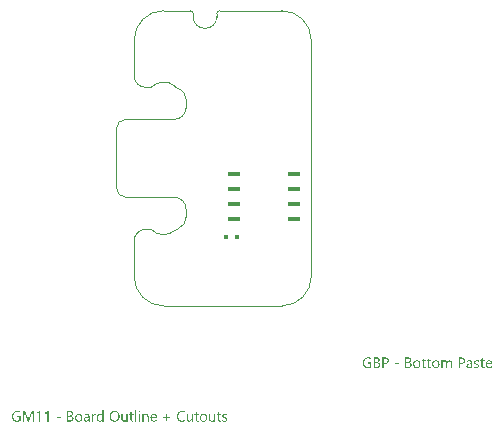
<source format=gbp>
G04*
G04 #@! TF.GenerationSoftware,Altium Limited,Altium Designer,22.11.1 (43)*
G04*
G04 Layer_Color=128*
%FSAX26Y26*%
%MOIN*%
G70*
G04*
G04 #@! TF.SameCoordinates,345A39FD-F609-404A-8C7F-D1080D3B892E*
G04*
G04*
G04 #@! TF.FilePolarity,Positive*
G04*
G01*
G75*
%ADD12C,0.003937*%
%ADD67R,0.043487X0.015928*%
%ADD68R,0.015690X0.017659*%
G36*
X00486254Y-00663113D02*
X00486749Y-00663144D01*
X00487336Y-00663174D01*
X00487954Y-00663236D01*
X00488665Y-00663329D01*
X00489406Y-00663422D01*
X00490179Y-00663545D01*
X00490982Y-00663700D01*
X00491786Y-00663885D01*
X00492589Y-00664101D01*
X00493392Y-00664349D01*
X00494196Y-00664627D01*
X00494937Y-00664967D01*
X00494937Y-00669509D01*
X00494875Y-00669478D01*
X00494752Y-00669385D01*
X00494505Y-00669262D01*
X00494196Y-00669076D01*
X00493763Y-00668891D01*
X00493269Y-00668644D01*
X00492712Y-00668427D01*
X00492064Y-00668149D01*
X00491384Y-00667902D01*
X00490611Y-00667655D01*
X00489777Y-00667439D01*
X00488881Y-00667253D01*
X00487923Y-00667068D01*
X00486934Y-00666944D01*
X00485914Y-00666851D01*
X00484833Y-00666821D01*
X00484586Y-00666821D01*
X00484277Y-00666851D01*
X00483844Y-00666882D01*
X00483350Y-00666944D01*
X00482763Y-00667037D01*
X00482114Y-00667160D01*
X00481403Y-00667315D01*
X00480661Y-00667531D01*
X00479889Y-00667809D01*
X00479086Y-00668149D01*
X00478251Y-00668551D01*
X00477448Y-00669014D01*
X00476675Y-00669540D01*
X00475903Y-00670189D01*
X00475161Y-00670899D01*
X00475130Y-00670930D01*
X00475007Y-00671085D01*
X00474821Y-00671301D01*
X00474574Y-00671641D01*
X00474296Y-00672043D01*
X00473956Y-00672506D01*
X00473616Y-00673093D01*
X00473276Y-00673742D01*
X00472937Y-00674453D01*
X00472597Y-00675256D01*
X00472257Y-00676121D01*
X00471979Y-00677048D01*
X00471731Y-00678037D01*
X00471546Y-00679088D01*
X00471422Y-00680231D01*
X00471392Y-00681405D01*
X00471392Y-00681436D01*
X00471392Y-00681467D01*
X00471392Y-00681560D01*
X00471392Y-00681683D01*
X00471392Y-00681869D01*
X00471422Y-00682054D01*
X00471453Y-00682518D01*
X00471484Y-00683074D01*
X00471577Y-00683723D01*
X00471670Y-00684434D01*
X00471824Y-00685206D01*
X00472010Y-00686040D01*
X00472257Y-00686906D01*
X00472535Y-00687771D01*
X00472875Y-00688667D01*
X00473276Y-00689532D01*
X00473740Y-00690366D01*
X00474265Y-00691170D01*
X00474883Y-00691911D01*
X00474914Y-00691942D01*
X00475038Y-00692066D01*
X00475254Y-00692251D01*
X00475532Y-00692499D01*
X00475872Y-00692777D01*
X00476305Y-00693116D01*
X00476799Y-00693456D01*
X00477386Y-00693796D01*
X00478035Y-00694167D01*
X00478746Y-00694507D01*
X00479518Y-00694816D01*
X00480383Y-00695125D01*
X00481279Y-00695372D01*
X00482268Y-00695558D01*
X00483288Y-00695681D01*
X00484400Y-00695712D01*
X00484802Y-00695712D01*
X00485080Y-00695681D01*
X00485451Y-00695650D01*
X00485853Y-00695619D01*
X00486316Y-00695588D01*
X00486841Y-00695496D01*
X00487367Y-00695434D01*
X00487954Y-00695310D01*
X00489128Y-00695032D01*
X00489746Y-00694847D01*
X00490333Y-00694600D01*
X00490920Y-00694352D01*
X00491507Y-00694074D01*
X00491507Y-00684217D01*
X00483813Y-00684217D01*
X00483813Y-00680478D01*
X00495648Y-00680478D01*
X00495648Y-00696423D01*
X00495586Y-00696454D01*
X00495401Y-00696546D01*
X00495123Y-00696701D01*
X00494721Y-00696886D01*
X00494227Y-00697103D01*
X00493639Y-00697350D01*
X00492960Y-00697628D01*
X00492187Y-00697906D01*
X00491353Y-00698184D01*
X00490426Y-00698462D01*
X00489468Y-00698709D01*
X00488448Y-00698926D01*
X00487367Y-00699111D01*
X00486224Y-00699266D01*
X00485080Y-00699358D01*
X00483875Y-00699389D01*
X00483535Y-00699389D01*
X00483381Y-00699358D01*
X00483164Y-00699358D01*
X00482917Y-00699327D01*
X00482639Y-00699327D01*
X00481990Y-00699235D01*
X00481249Y-00699142D01*
X00480445Y-00698987D01*
X00479549Y-00698771D01*
X00478591Y-00698524D01*
X00477602Y-00698215D01*
X00476583Y-00697813D01*
X00475563Y-00697350D01*
X00474543Y-00696794D01*
X00473555Y-00696145D01*
X00472597Y-00695403D01*
X00471700Y-00694569D01*
X00471639Y-00694507D01*
X00471515Y-00694352D01*
X00471268Y-00694074D01*
X00470990Y-00693673D01*
X00470619Y-00693209D01*
X00470248Y-00692622D01*
X00469816Y-00691911D01*
X00469383Y-00691139D01*
X00468950Y-00690274D01*
X00468518Y-00689285D01*
X00468147Y-00688234D01*
X00467776Y-00687091D01*
X00467498Y-00685886D01*
X00467251Y-00684557D01*
X00467127Y-00683167D01*
X00467065Y-00681714D01*
X00467065Y-00681683D01*
X00467065Y-00681622D01*
X00467065Y-00681498D01*
X00467065Y-00681344D01*
X00467096Y-00681158D01*
X00467096Y-00680911D01*
X00467127Y-00680664D01*
X00467158Y-00680355D01*
X00467189Y-00680015D01*
X00467220Y-00679675D01*
X00467344Y-00678872D01*
X00467498Y-00677945D01*
X00467714Y-00676987D01*
X00467993Y-00675936D01*
X00468332Y-00674855D01*
X00468734Y-00673742D01*
X00469228Y-00672630D01*
X00469846Y-00671517D01*
X00470526Y-00670405D01*
X00471330Y-00669354D01*
X00472226Y-00668335D01*
X00472288Y-00668273D01*
X00472473Y-00668118D01*
X00472751Y-00667840D01*
X00473153Y-00667500D01*
X00473678Y-00667130D01*
X00474265Y-00666666D01*
X00474976Y-00666203D01*
X00475810Y-00665708D01*
X00476706Y-00665214D01*
X00477695Y-00664750D01*
X00478746Y-00664287D01*
X00479920Y-00663916D01*
X00481156Y-00663576D01*
X00482454Y-00663298D01*
X00483844Y-00663144D01*
X00485296Y-00663082D01*
X00485853Y-00663082D01*
X00486254Y-00663113D01*
X00486254Y-00663113D02*
G37*
G36*
X00848588Y-00673155D02*
X00848866Y-00673155D01*
X00849206Y-00673186D01*
X00849577Y-00673217D01*
X00849978Y-00673279D01*
X00850905Y-00673402D01*
X00851863Y-00673619D01*
X00852883Y-00673897D01*
X00853872Y-00674268D01*
X00853872Y-00678346D01*
X00853841Y-00678315D01*
X00853748Y-00678254D01*
X00853594Y-00678192D01*
X00853377Y-00678068D01*
X00853130Y-00677914D01*
X00852821Y-00677759D01*
X00852450Y-00677605D01*
X00852049Y-00677419D01*
X00851585Y-00677265D01*
X00851122Y-00677110D01*
X00850596Y-00676956D01*
X00850040Y-00676801D01*
X00849422Y-00676678D01*
X00848804Y-00676616D01*
X00848186Y-00676554D01*
X00847506Y-00676523D01*
X00847105Y-00676523D01*
X00846827Y-00676554D01*
X00846518Y-00676585D01*
X00846178Y-00676647D01*
X00845467Y-00676801D01*
X00845436Y-00676801D01*
X00845312Y-00676832D01*
X00845158Y-00676894D01*
X00844942Y-00676987D01*
X00844447Y-00677203D01*
X00843922Y-00677512D01*
X00843891Y-00677543D01*
X00843829Y-00677605D01*
X00843706Y-00677697D01*
X00843551Y-00677821D01*
X00843211Y-00678161D01*
X00842902Y-00678624D01*
X00842902Y-00678655D01*
X00842840Y-00678748D01*
X00842809Y-00678872D01*
X00842748Y-00679057D01*
X00842686Y-00679242D01*
X00842624Y-00679490D01*
X00842593Y-00679768D01*
X00842562Y-00680046D01*
X00842562Y-00680077D01*
X00842562Y-00680200D01*
X00842593Y-00680386D01*
X00842593Y-00680633D01*
X00842655Y-00680880D01*
X00842717Y-00681158D01*
X00842779Y-00681436D01*
X00842902Y-00681714D01*
X00842933Y-00681745D01*
X00842964Y-00681838D01*
X00843057Y-00681962D01*
X00843180Y-00682116D01*
X00843335Y-00682271D01*
X00843489Y-00682487D01*
X00843953Y-00682889D01*
X00843984Y-00682919D01*
X00844076Y-00682981D01*
X00844231Y-00683074D01*
X00844416Y-00683198D01*
X00844663Y-00683321D01*
X00844942Y-00683476D01*
X00845282Y-00683661D01*
X00845621Y-00683816D01*
X00845652Y-00683846D01*
X00845807Y-00683877D01*
X00845992Y-00683970D01*
X00846270Y-00684063D01*
X00846610Y-00684217D01*
X00846981Y-00684372D01*
X00847383Y-00684526D01*
X00847846Y-00684712D01*
X00847877Y-00684712D01*
X00847908Y-00684743D01*
X00848001Y-00684774D01*
X00848124Y-00684804D01*
X00848433Y-00684928D01*
X00848835Y-00685113D01*
X00849298Y-00685299D01*
X00849824Y-00685515D01*
X00850349Y-00685762D01*
X00850843Y-00686010D01*
X00850874Y-00686010D01*
X00850905Y-00686040D01*
X00851060Y-00686133D01*
X00851307Y-00686257D01*
X00851616Y-00686442D01*
X00851987Y-00686689D01*
X00852358Y-00686937D01*
X00852728Y-00687245D01*
X00853099Y-00687554D01*
X00853130Y-00687585D01*
X00853254Y-00687709D01*
X00853408Y-00687864D01*
X00853625Y-00688111D01*
X00853841Y-00688389D01*
X00854088Y-00688729D01*
X00854304Y-00689100D01*
X00854521Y-00689501D01*
X00854552Y-00689563D01*
X00854613Y-00689687D01*
X00854675Y-00689934D01*
X00854768Y-00690243D01*
X00854861Y-00690614D01*
X00854953Y-00691046D01*
X00854984Y-00691541D01*
X00855015Y-00692097D01*
X00855015Y-00692128D01*
X00855015Y-00692189D01*
X00855015Y-00692282D01*
X00855015Y-00692406D01*
X00854984Y-00692746D01*
X00854922Y-00693209D01*
X00854799Y-00693704D01*
X00854675Y-00694260D01*
X00854459Y-00694816D01*
X00854181Y-00695341D01*
X00854150Y-00695403D01*
X00854026Y-00695558D01*
X00853841Y-00695805D01*
X00853594Y-00696145D01*
X00853285Y-00696485D01*
X00852914Y-00696886D01*
X00852481Y-00697257D01*
X00851987Y-00697628D01*
X00851925Y-00697659D01*
X00851740Y-00697782D01*
X00851462Y-00697937D01*
X00851091Y-00698122D01*
X00850627Y-00698339D01*
X00850071Y-00698555D01*
X00849484Y-00698771D01*
X00848835Y-00698957D01*
X00848804Y-00698957D01*
X00848742Y-00698987D01*
X00848650Y-00698987D01*
X00848526Y-00699018D01*
X00848371Y-00699049D01*
X00848186Y-00699080D01*
X00847723Y-00699173D01*
X00847135Y-00699266D01*
X00846518Y-00699327D01*
X00845838Y-00699358D01*
X00845096Y-00699389D01*
X00844725Y-00699389D01*
X00844447Y-00699358D01*
X00844107Y-00699358D01*
X00843736Y-00699297D01*
X00843273Y-00699266D01*
X00842809Y-00699204D01*
X00842284Y-00699111D01*
X00841759Y-00699018D01*
X00840646Y-00698771D01*
X00839503Y-00698400D01*
X00838947Y-00698153D01*
X00838391Y-00697906D01*
X00838391Y-00693611D01*
X00838422Y-00693642D01*
X00838545Y-00693704D01*
X00838731Y-00693827D01*
X00838978Y-00693982D01*
X00839287Y-00694167D01*
X00839627Y-00694383D01*
X00840059Y-00694600D01*
X00840523Y-00694816D01*
X00841048Y-00695032D01*
X00841604Y-00695249D01*
X00842192Y-00695465D01*
X00842809Y-00695650D01*
X00843489Y-00695805D01*
X00844169Y-00695928D01*
X00844880Y-00695990D01*
X00845621Y-00696021D01*
X00845838Y-00696021D01*
X00846116Y-00695990D01*
X00846456Y-00695959D01*
X00846857Y-00695898D01*
X00847290Y-00695836D01*
X00847784Y-00695712D01*
X00848279Y-00695588D01*
X00848742Y-00695403D01*
X00849237Y-00695156D01*
X00849669Y-00694878D01*
X00850071Y-00694538D01*
X00850411Y-00694136D01*
X00850689Y-00693673D01*
X00850843Y-00693116D01*
X00850905Y-00692808D01*
X00850905Y-00692499D01*
X00850905Y-00692468D01*
X00850905Y-00692313D01*
X00850874Y-00692128D01*
X00850843Y-00691911D01*
X00850782Y-00691633D01*
X00850720Y-00691355D01*
X00850596Y-00691077D01*
X00850442Y-00690799D01*
X00850411Y-00690768D01*
X00850349Y-00690675D01*
X00850256Y-00690552D01*
X00850133Y-00690366D01*
X00849947Y-00690181D01*
X00849762Y-00689965D01*
X00849515Y-00689779D01*
X00849237Y-00689563D01*
X00849206Y-00689532D01*
X00849113Y-00689470D01*
X00848928Y-00689378D01*
X00848711Y-00689223D01*
X00848464Y-00689069D01*
X00848155Y-00688914D01*
X00847784Y-00688760D01*
X00847414Y-00688605D01*
X00847352Y-00688574D01*
X00847228Y-00688543D01*
X00847012Y-00688451D01*
X00846734Y-00688327D01*
X00846425Y-00688173D01*
X00846023Y-00688018D01*
X00845621Y-00687864D01*
X00845189Y-00687678D01*
X00845158Y-00687678D01*
X00845127Y-00687647D01*
X00845034Y-00687616D01*
X00844911Y-00687554D01*
X00844602Y-00687431D01*
X00844200Y-00687276D01*
X00843736Y-00687060D01*
X00843242Y-00686844D01*
X00842748Y-00686597D01*
X00842253Y-00686349D01*
X00842192Y-00686318D01*
X00842037Y-00686226D01*
X00841821Y-00686102D01*
X00841512Y-00685917D01*
X00841172Y-00685670D01*
X00840832Y-00685422D01*
X00840461Y-00685144D01*
X00840121Y-00684835D01*
X00840090Y-00684804D01*
X00839998Y-00684681D01*
X00839843Y-00684526D01*
X00839658Y-00684279D01*
X00839441Y-00684001D01*
X00839225Y-00683661D01*
X00839040Y-00683321D01*
X00838854Y-00682919D01*
X00838823Y-00682858D01*
X00838793Y-00682734D01*
X00838731Y-00682487D01*
X00838669Y-00682209D01*
X00838576Y-00681838D01*
X00838514Y-00681405D01*
X00838484Y-00680911D01*
X00838453Y-00680386D01*
X00838453Y-00680355D01*
X00838453Y-00680293D01*
X00838453Y-00680200D01*
X00838453Y-00680077D01*
X00838484Y-00679768D01*
X00838545Y-00679335D01*
X00838638Y-00678841D01*
X00838793Y-00678315D01*
X00838978Y-00677790D01*
X00839256Y-00677265D01*
X00839256Y-00677234D01*
X00839287Y-00677203D01*
X00839410Y-00677048D01*
X00839596Y-00676801D01*
X00839812Y-00676461D01*
X00840121Y-00676121D01*
X00840492Y-00675751D01*
X00840925Y-00675349D01*
X00841388Y-00675009D01*
X00841419Y-00675009D01*
X00841450Y-00674978D01*
X00841635Y-00674855D01*
X00841913Y-00674700D01*
X00842284Y-00674484D01*
X00842748Y-00674268D01*
X00843273Y-00674020D01*
X00843860Y-00673804D01*
X00844478Y-00673619D01*
X00844509Y-00673619D01*
X00844571Y-00673588D01*
X00844663Y-00673557D01*
X00844787Y-00673526D01*
X00844942Y-00673495D01*
X00845127Y-00673464D01*
X00845560Y-00673371D01*
X00846116Y-00673279D01*
X00846703Y-00673186D01*
X00847352Y-00673155D01*
X00848032Y-00673124D01*
X00848341Y-00673124D01*
X00848588Y-00673155D01*
X00848588Y-00673155D02*
G37*
G36*
X00757000Y-00673155D02*
X00757186Y-00673155D01*
X00757402Y-00673186D01*
X00757927Y-00673279D01*
X00758545Y-00673433D01*
X00759256Y-00673649D01*
X00759997Y-00673989D01*
X00760770Y-00674391D01*
X00761172Y-00674669D01*
X00761543Y-00674947D01*
X00761913Y-00675256D01*
X00762284Y-00675627D01*
X00762655Y-00676029D01*
X00762995Y-00676461D01*
X00763304Y-00676925D01*
X00763613Y-00677450D01*
X00763891Y-00678006D01*
X00764138Y-00678624D01*
X00764354Y-00679273D01*
X00764571Y-00679984D01*
X00764694Y-00680726D01*
X00764818Y-00681560D01*
X00764880Y-00682425D01*
X00764911Y-00683352D01*
X00764911Y-00698802D01*
X00760894Y-00698802D01*
X00760894Y-00684403D01*
X00760894Y-00684341D01*
X00760894Y-00684217D01*
X00760894Y-00684001D01*
X00760863Y-00683723D01*
X00760863Y-00683383D01*
X00760832Y-00682981D01*
X00760801Y-00682549D01*
X00760739Y-00682085D01*
X00760585Y-00681096D01*
X00760337Y-00680108D01*
X00760214Y-00679613D01*
X00760028Y-00679181D01*
X00759812Y-00678748D01*
X00759596Y-00678377D01*
X00759596Y-00678346D01*
X00759534Y-00678284D01*
X00759472Y-00678192D01*
X00759349Y-00678099D01*
X00759225Y-00677945D01*
X00759040Y-00677790D01*
X00758823Y-00677636D01*
X00758576Y-00677450D01*
X00758298Y-00677265D01*
X00757989Y-00677110D01*
X00757618Y-00676956D01*
X00757247Y-00676801D01*
X00756815Y-00676709D01*
X00756320Y-00676616D01*
X00755826Y-00676554D01*
X00755270Y-00676523D01*
X00755023Y-00676523D01*
X00754837Y-00676554D01*
X00754621Y-00676585D01*
X00754374Y-00676647D01*
X00753756Y-00676801D01*
X00753416Y-00676925D01*
X00753076Y-00677110D01*
X00752705Y-00677296D01*
X00752365Y-00677512D01*
X00751994Y-00677790D01*
X00751624Y-00678099D01*
X00751253Y-00678470D01*
X00750913Y-00678872D01*
X00750882Y-00678903D01*
X00750851Y-00678964D01*
X00750758Y-00679119D01*
X00750635Y-00679273D01*
X00750511Y-00679520D01*
X00750357Y-00679799D01*
X00750171Y-00680108D01*
X00750017Y-00680447D01*
X00749862Y-00680849D01*
X00749677Y-00681282D01*
X00749522Y-00681745D01*
X00749399Y-00682240D01*
X00749275Y-00682765D01*
X00749213Y-00683321D01*
X00749152Y-00683877D01*
X00749121Y-00684495D01*
X00749121Y-00698802D01*
X00745104Y-00698802D01*
X00745104Y-00683908D01*
X00745104Y-00683877D01*
X00745104Y-00683816D01*
X00745104Y-00683723D01*
X00745104Y-00683599D01*
X00745073Y-00683414D01*
X00745073Y-00683229D01*
X00745011Y-00682765D01*
X00744918Y-00682209D01*
X00744795Y-00681560D01*
X00744640Y-00680911D01*
X00744393Y-00680200D01*
X00744084Y-00679520D01*
X00743713Y-00678872D01*
X00743250Y-00678223D01*
X00742693Y-00677667D01*
X00742045Y-00677203D01*
X00741674Y-00677018D01*
X00741272Y-00676832D01*
X00740840Y-00676709D01*
X00740407Y-00676616D01*
X00739913Y-00676554D01*
X00739387Y-00676523D01*
X00739140Y-00676523D01*
X00738955Y-00676554D01*
X00738707Y-00676585D01*
X00738460Y-00676647D01*
X00737842Y-00676801D01*
X00737502Y-00676925D01*
X00737162Y-00677079D01*
X00736792Y-00677234D01*
X00736421Y-00677450D01*
X00736050Y-00677728D01*
X00735679Y-00678006D01*
X00735339Y-00678346D01*
X00734999Y-00678748D01*
X00734968Y-00678779D01*
X00734938Y-00678841D01*
X00734845Y-00678964D01*
X00734721Y-00679150D01*
X00734598Y-00679366D01*
X00734474Y-00679613D01*
X00734320Y-00679922D01*
X00734165Y-00680293D01*
X00733980Y-00680695D01*
X00733825Y-00681127D01*
X00733702Y-00681591D01*
X00733578Y-00682085D01*
X00733454Y-00682641D01*
X00733362Y-00683229D01*
X00733331Y-00683846D01*
X00733300Y-00684495D01*
X00733300Y-00698802D01*
X00729283Y-00698802D01*
X00729283Y-00673711D01*
X00733300Y-00673711D01*
X00733300Y-00677697D01*
X00733393Y-00677697D01*
X00733423Y-00677636D01*
X00733516Y-00677512D01*
X00733671Y-00677265D01*
X00733887Y-00676987D01*
X00734165Y-00676647D01*
X00734505Y-00676245D01*
X00734907Y-00675843D01*
X00735370Y-00675411D01*
X00735895Y-00674978D01*
X00736483Y-00674577D01*
X00737131Y-00674175D01*
X00737811Y-00673835D01*
X00738584Y-00673557D01*
X00739418Y-00673310D01*
X00740283Y-00673186D01*
X00741210Y-00673124D01*
X00741457Y-00673124D01*
X00741643Y-00673155D01*
X00741859Y-00673155D01*
X00742137Y-00673186D01*
X00742415Y-00673248D01*
X00742724Y-00673310D01*
X00743435Y-00673464D01*
X00744177Y-00673742D01*
X00744918Y-00674082D01*
X00745289Y-00674329D01*
X00745660Y-00674577D01*
X00745691Y-00674607D01*
X00745753Y-00674638D01*
X00745845Y-00674731D01*
X00745969Y-00674824D01*
X00746309Y-00675164D01*
X00746711Y-00675565D01*
X00747143Y-00676121D01*
X00747576Y-00676770D01*
X00747977Y-00677512D01*
X00748286Y-00678346D01*
X00748317Y-00678284D01*
X00748410Y-00678130D01*
X00748595Y-00677852D01*
X00748812Y-00677543D01*
X00749121Y-00677141D01*
X00749461Y-00676678D01*
X00749893Y-00676214D01*
X00750388Y-00675720D01*
X00750944Y-00675256D01*
X00751562Y-00674762D01*
X00752242Y-00674329D01*
X00752983Y-00673928D01*
X00753817Y-00673619D01*
X00754683Y-00673341D01*
X00755641Y-00673186D01*
X00756629Y-00673124D01*
X00756846Y-00673124D01*
X00757000Y-00673155D01*
X00757000Y-00673155D02*
G37*
G36*
X00586741Y-00686411D02*
X00573361Y-00686411D01*
X00573361Y-00683259D01*
X00586741Y-00683259D01*
X00586741Y-00686411D01*
X00586741Y-00686411D02*
G37*
G36*
X00823868Y-00673155D02*
X00824084Y-00673155D01*
X00824300Y-00673186D01*
X00824578Y-00673217D01*
X00824888Y-00673279D01*
X00825536Y-00673402D01*
X00826309Y-00673619D01*
X00827081Y-00673897D01*
X00827916Y-00674298D01*
X00828750Y-00674793D01*
X00829152Y-00675071D01*
X00829553Y-00675411D01*
X00829924Y-00675782D01*
X00830295Y-00676152D01*
X00830635Y-00676585D01*
X00830944Y-00677079D01*
X00831253Y-00677574D01*
X00831531Y-00678130D01*
X00831747Y-00678748D01*
X00831964Y-00679397D01*
X00832118Y-00680077D01*
X00832242Y-00680849D01*
X00832303Y-00681622D01*
X00832334Y-00682487D01*
X00832334Y-00698802D01*
X00828317Y-00698802D01*
X00828317Y-00694909D01*
X00828225Y-00694909D01*
X00828194Y-00694971D01*
X00828101Y-00695094D01*
X00827947Y-00695310D01*
X00827730Y-00695619D01*
X00827452Y-00695959D01*
X00827112Y-00696330D01*
X00826741Y-00696732D01*
X00826278Y-00697134D01*
X00825753Y-00697566D01*
X00825197Y-00697968D01*
X00824548Y-00698339D01*
X00823868Y-00698678D01*
X00823095Y-00698987D01*
X00822292Y-00699204D01*
X00821427Y-00699327D01*
X00820500Y-00699389D01*
X00820129Y-00699389D01*
X00819882Y-00699358D01*
X00819573Y-00699327D01*
X00819202Y-00699297D01*
X00818800Y-00699235D01*
X00818368Y-00699142D01*
X00817410Y-00698895D01*
X00816946Y-00698740D01*
X00816452Y-00698555D01*
X00815957Y-00698339D01*
X00815494Y-00698061D01*
X00815061Y-00697751D01*
X00814629Y-00697412D01*
X00814598Y-00697381D01*
X00814536Y-00697319D01*
X00814443Y-00697195D01*
X00814289Y-00697041D01*
X00814134Y-00696855D01*
X00813980Y-00696608D01*
X00813764Y-00696330D01*
X00813578Y-00696021D01*
X00813393Y-00695650D01*
X00813207Y-00695249D01*
X00813022Y-00694816D01*
X00812867Y-00694352D01*
X00812713Y-00693858D01*
X00812620Y-00693333D01*
X00812558Y-00692746D01*
X00812528Y-00692159D01*
X00812528Y-00692128D01*
X00812528Y-00692066D01*
X00812528Y-00691973D01*
X00812558Y-00691850D01*
X00812558Y-00691695D01*
X00812589Y-00691510D01*
X00812651Y-00691046D01*
X00812775Y-00690490D01*
X00812960Y-00689872D01*
X00813207Y-00689192D01*
X00813578Y-00688481D01*
X00814011Y-00687771D01*
X00814536Y-00687060D01*
X00814876Y-00686720D01*
X00815216Y-00686380D01*
X00815617Y-00686040D01*
X00816019Y-00685731D01*
X00816483Y-00685422D01*
X00816977Y-00685144D01*
X00817502Y-00684897D01*
X00818090Y-00684650D01*
X00818707Y-00684434D01*
X00819356Y-00684248D01*
X00820067Y-00684094D01*
X00820809Y-00683970D01*
X00828317Y-00682919D01*
X00828317Y-00682889D01*
X00828317Y-00682858D01*
X00828317Y-00682765D01*
X00828317Y-00682641D01*
X00828287Y-00682332D01*
X00828225Y-00681931D01*
X00828163Y-00681436D01*
X00828039Y-00680880D01*
X00827885Y-00680324D01*
X00827668Y-00679706D01*
X00827390Y-00679119D01*
X00827051Y-00678532D01*
X00826649Y-00678006D01*
X00826154Y-00677512D01*
X00825536Y-00677110D01*
X00824857Y-00676801D01*
X00824486Y-00676678D01*
X00824053Y-00676585D01*
X00823621Y-00676554D01*
X00823157Y-00676523D01*
X00822941Y-00676523D01*
X00822725Y-00676554D01*
X00822385Y-00676585D01*
X00821983Y-00676616D01*
X00821519Y-00676678D01*
X00820994Y-00676770D01*
X00820438Y-00676894D01*
X00819820Y-00677079D01*
X00819171Y-00677265D01*
X00818491Y-00677512D01*
X00817780Y-00677821D01*
X00817070Y-00678192D01*
X00816359Y-00678593D01*
X00815648Y-00679057D01*
X00814969Y-00679613D01*
X00814969Y-00675504D01*
X00815000Y-00675473D01*
X00815123Y-00675411D01*
X00815339Y-00675287D01*
X00815617Y-00675133D01*
X00815988Y-00674947D01*
X00816390Y-00674762D01*
X00816884Y-00674546D01*
X00817441Y-00674298D01*
X00818028Y-00674082D01*
X00818677Y-00673866D01*
X00819387Y-00673680D01*
X00820129Y-00673495D01*
X00820932Y-00673341D01*
X00821736Y-00673217D01*
X00822601Y-00673155D01*
X00823497Y-00673124D01*
X00823713Y-00673124D01*
X00823868Y-00673155D01*
X00823868Y-00673155D02*
G37*
G36*
X00796985Y-00663700D02*
X00797386Y-00663700D01*
X00797850Y-00663761D01*
X00798406Y-00663823D01*
X00798993Y-00663885D01*
X00799673Y-00664009D01*
X00800353Y-00664163D01*
X00801064Y-00664349D01*
X00801774Y-00664565D01*
X00802516Y-00664843D01*
X00803227Y-00665152D01*
X00803906Y-00665523D01*
X00804555Y-00665924D01*
X00805173Y-00666419D01*
X00805204Y-00666450D01*
X00805297Y-00666543D01*
X00805451Y-00666697D01*
X00805668Y-00666913D01*
X00805884Y-00667222D01*
X00806162Y-00667562D01*
X00806440Y-00667964D01*
X00806749Y-00668427D01*
X00807027Y-00668953D01*
X00807305Y-00669509D01*
X00807583Y-00670158D01*
X00807800Y-00670838D01*
X00808016Y-00671610D01*
X00808171Y-00672413D01*
X00808263Y-00673248D01*
X00808294Y-00674175D01*
X00808294Y-00674237D01*
X00808294Y-00674391D01*
X00808263Y-00674669D01*
X00808232Y-00675009D01*
X00808202Y-00675442D01*
X00808109Y-00675936D01*
X00808016Y-00676461D01*
X00807862Y-00677079D01*
X00807676Y-00677697D01*
X00807460Y-00678377D01*
X00807182Y-00679057D01*
X00806842Y-00679737D01*
X00806440Y-00680417D01*
X00805977Y-00681096D01*
X00805451Y-00681745D01*
X00804833Y-00682363D01*
X00804803Y-00682394D01*
X00804679Y-00682487D01*
X00804494Y-00682641D01*
X00804215Y-00682858D01*
X00803875Y-00683105D01*
X00803443Y-00683383D01*
X00802948Y-00683661D01*
X00802392Y-00683939D01*
X00801774Y-00684248D01*
X00801064Y-00684526D01*
X00800291Y-00684804D01*
X00799488Y-00685052D01*
X00798592Y-00685237D01*
X00797634Y-00685422D01*
X00796645Y-00685515D01*
X00795563Y-00685546D01*
X00790928Y-00685546D01*
X00790928Y-00698802D01*
X00786819Y-00698802D01*
X00786819Y-00663669D01*
X00796707Y-00663669D01*
X00796985Y-00663700D01*
X00796985Y-00663700D02*
G37*
G36*
X00619001Y-00663700D02*
X00619372Y-00663731D01*
X00619804Y-00663792D01*
X00620299Y-00663854D01*
X00620855Y-00663947D01*
X00621411Y-00664071D01*
X00621998Y-00664225D01*
X00622616Y-00664410D01*
X00623203Y-00664627D01*
X00623821Y-00664874D01*
X00624377Y-00665183D01*
X00624934Y-00665523D01*
X00625459Y-00665924D01*
X00625490Y-00665955D01*
X00625582Y-00666017D01*
X00625706Y-00666141D01*
X00625861Y-00666326D01*
X00626077Y-00666543D01*
X00626293Y-00666821D01*
X00626540Y-00667130D01*
X00626788Y-00667470D01*
X00627035Y-00667871D01*
X00627282Y-00668304D01*
X00627498Y-00668798D01*
X00627715Y-00669293D01*
X00627869Y-00669849D01*
X00627993Y-00670436D01*
X00628085Y-00671054D01*
X00628116Y-00671703D01*
X00628116Y-00671734D01*
X00628116Y-00671826D01*
X00628116Y-00671981D01*
X00628085Y-00672197D01*
X00628054Y-00672475D01*
X00628024Y-00672753D01*
X00627993Y-00673093D01*
X00627931Y-00673464D01*
X00627715Y-00674298D01*
X00627437Y-00675164D01*
X00627251Y-00675627D01*
X00627035Y-00676060D01*
X00626788Y-00676492D01*
X00626510Y-00676925D01*
X00626479Y-00676956D01*
X00626448Y-00677018D01*
X00626355Y-00677141D01*
X00626201Y-00677296D01*
X00626046Y-00677450D01*
X00625861Y-00677667D01*
X00625613Y-00677883D01*
X00625366Y-00678130D01*
X00625057Y-00678377D01*
X00624717Y-00678655D01*
X00624346Y-00678903D01*
X00623945Y-00679181D01*
X00623512Y-00679428D01*
X00623080Y-00679644D01*
X00622060Y-00680046D01*
X00622060Y-00680139D01*
X00622091Y-00680139D01*
X00622214Y-00680169D01*
X00622400Y-00680200D01*
X00622647Y-00680231D01*
X00622956Y-00680293D01*
X00623296Y-00680386D01*
X00623698Y-00680509D01*
X00624099Y-00680633D01*
X00624995Y-00680973D01*
X00625490Y-00681189D01*
X00625953Y-00681467D01*
X00626417Y-00681745D01*
X00626880Y-00682054D01*
X00627344Y-00682425D01*
X00627745Y-00682827D01*
X00627776Y-00682858D01*
X00627838Y-00682919D01*
X00627931Y-00683043D01*
X00628085Y-00683229D01*
X00628240Y-00683476D01*
X00628425Y-00683723D01*
X00628611Y-00684063D01*
X00628827Y-00684403D01*
X00629012Y-00684804D01*
X00629198Y-00685268D01*
X00629383Y-00685731D01*
X00629538Y-00686257D01*
X00629692Y-00686844D01*
X00629785Y-00687431D01*
X00629847Y-00688049D01*
X00629878Y-00688729D01*
X00629878Y-00688790D01*
X00629878Y-00688914D01*
X00629847Y-00689161D01*
X00629816Y-00689470D01*
X00629785Y-00689872D01*
X00629692Y-00690305D01*
X00629600Y-00690799D01*
X00629476Y-00691324D01*
X00629290Y-00691911D01*
X00629074Y-00692499D01*
X00628827Y-00693086D01*
X00628518Y-00693704D01*
X00628147Y-00694322D01*
X00627715Y-00694909D01*
X00627220Y-00695465D01*
X00626633Y-00696021D01*
X00626602Y-00696052D01*
X00626479Y-00696145D01*
X00626293Y-00696268D01*
X00626046Y-00696454D01*
X00625737Y-00696670D01*
X00625335Y-00696886D01*
X00624903Y-00697164D01*
X00624408Y-00697412D01*
X00623821Y-00697659D01*
X00623203Y-00697906D01*
X00622554Y-00698153D01*
X00621813Y-00698370D01*
X00621040Y-00698555D01*
X00620237Y-00698678D01*
X00619372Y-00698771D01*
X00618476Y-00698802D01*
X00608248Y-00698802D01*
X00608248Y-00663669D01*
X00618661Y-00663669D01*
X00619001Y-00663700D01*
X00619001Y-00663700D02*
G37*
G36*
X00542740Y-00663700D02*
X00543141Y-00663700D01*
X00543605Y-00663761D01*
X00544161Y-00663823D01*
X00544748Y-00663885D01*
X00545428Y-00664009D01*
X00546108Y-00664163D01*
X00546818Y-00664349D01*
X00547529Y-00664565D01*
X00548271Y-00664843D01*
X00548981Y-00665152D01*
X00549661Y-00665523D01*
X00550310Y-00665924D01*
X00550928Y-00666419D01*
X00550959Y-00666450D01*
X00551052Y-00666543D01*
X00551206Y-00666697D01*
X00551423Y-00666913D01*
X00551639Y-00667222D01*
X00551917Y-00667562D01*
X00552195Y-00667964D01*
X00552504Y-00668427D01*
X00552782Y-00668953D01*
X00553060Y-00669509D01*
X00553338Y-00670158D01*
X00553555Y-00670838D01*
X00553771Y-00671610D01*
X00553925Y-00672413D01*
X00554018Y-00673248D01*
X00554049Y-00674175D01*
X00554049Y-00674237D01*
X00554049Y-00674391D01*
X00554018Y-00674669D01*
X00553987Y-00675009D01*
X00553956Y-00675442D01*
X00553864Y-00675936D01*
X00553771Y-00676461D01*
X00553616Y-00677079D01*
X00553431Y-00677697D01*
X00553215Y-00678377D01*
X00552937Y-00679057D01*
X00552597Y-00679737D01*
X00552195Y-00680417D01*
X00551731Y-00681096D01*
X00551206Y-00681745D01*
X00550588Y-00682363D01*
X00550557Y-00682394D01*
X00550434Y-00682487D01*
X00550248Y-00682641D01*
X00549970Y-00682858D01*
X00549630Y-00683105D01*
X00549198Y-00683383D01*
X00548703Y-00683661D01*
X00548147Y-00683939D01*
X00547529Y-00684248D01*
X00546818Y-00684526D01*
X00546046Y-00684804D01*
X00545242Y-00685052D01*
X00544346Y-00685237D01*
X00543389Y-00685422D01*
X00542400Y-00685515D01*
X00541318Y-00685546D01*
X00536683Y-00685546D01*
X00536683Y-00698802D01*
X00532573Y-00698802D01*
X00532573Y-00663669D01*
X00542462Y-00663669D01*
X00542740Y-00663700D01*
X00542740Y-00663700D02*
G37*
G36*
X00514559Y-00663700D02*
X00514930Y-00663731D01*
X00515362Y-00663792D01*
X00515857Y-00663854D01*
X00516413Y-00663947D01*
X00516969Y-00664071D01*
X00517556Y-00664225D01*
X00518174Y-00664410D01*
X00518761Y-00664627D01*
X00519379Y-00664874D01*
X00519935Y-00665183D01*
X00520492Y-00665523D01*
X00521017Y-00665924D01*
X00521048Y-00665955D01*
X00521140Y-00666017D01*
X00521264Y-00666141D01*
X00521419Y-00666326D01*
X00521635Y-00666543D01*
X00521851Y-00666821D01*
X00522098Y-00667130D01*
X00522346Y-00667470D01*
X00522593Y-00667871D01*
X00522840Y-00668304D01*
X00523056Y-00668798D01*
X00523273Y-00669293D01*
X00523427Y-00669849D01*
X00523551Y-00670436D01*
X00523643Y-00671054D01*
X00523674Y-00671703D01*
X00523674Y-00671734D01*
X00523674Y-00671826D01*
X00523674Y-00671981D01*
X00523643Y-00672197D01*
X00523612Y-00672475D01*
X00523582Y-00672753D01*
X00523551Y-00673093D01*
X00523489Y-00673464D01*
X00523273Y-00674298D01*
X00522995Y-00675164D01*
X00522809Y-00675627D01*
X00522593Y-00676060D01*
X00522346Y-00676492D01*
X00522067Y-00676925D01*
X00522037Y-00676956D01*
X00522006Y-00677018D01*
X00521913Y-00677141D01*
X00521759Y-00677296D01*
X00521604Y-00677450D01*
X00521419Y-00677667D01*
X00521171Y-00677883D01*
X00520924Y-00678130D01*
X00520615Y-00678377D01*
X00520275Y-00678655D01*
X00519904Y-00678903D01*
X00519503Y-00679181D01*
X00519070Y-00679428D01*
X00518638Y-00679644D01*
X00517618Y-00680046D01*
X00517618Y-00680139D01*
X00517649Y-00680139D01*
X00517772Y-00680169D01*
X00517958Y-00680200D01*
X00518205Y-00680231D01*
X00518514Y-00680293D01*
X00518854Y-00680386D01*
X00519256Y-00680509D01*
X00519657Y-00680633D01*
X00520553Y-00680973D01*
X00521048Y-00681189D01*
X00521511Y-00681467D01*
X00521975Y-00681745D01*
X00522438Y-00682054D01*
X00522902Y-00682425D01*
X00523303Y-00682827D01*
X00523334Y-00682858D01*
X00523396Y-00682919D01*
X00523489Y-00683043D01*
X00523643Y-00683229D01*
X00523798Y-00683476D01*
X00523983Y-00683723D01*
X00524169Y-00684063D01*
X00524385Y-00684403D01*
X00524570Y-00684804D01*
X00524756Y-00685268D01*
X00524941Y-00685731D01*
X00525096Y-00686257D01*
X00525250Y-00686844D01*
X00525343Y-00687431D01*
X00525405Y-00688049D01*
X00525436Y-00688729D01*
X00525436Y-00688790D01*
X00525436Y-00688914D01*
X00525405Y-00689161D01*
X00525374Y-00689470D01*
X00525343Y-00689872D01*
X00525250Y-00690305D01*
X00525158Y-00690799D01*
X00525034Y-00691324D01*
X00524848Y-00691911D01*
X00524632Y-00692499D01*
X00524385Y-00693086D01*
X00524076Y-00693704D01*
X00523705Y-00694322D01*
X00523273Y-00694909D01*
X00522778Y-00695465D01*
X00522191Y-00696021D01*
X00522160Y-00696052D01*
X00522037Y-00696145D01*
X00521851Y-00696268D01*
X00521604Y-00696454D01*
X00521295Y-00696670D01*
X00520893Y-00696886D01*
X00520461Y-00697164D01*
X00519966Y-00697412D01*
X00519379Y-00697659D01*
X00518761Y-00697906D01*
X00518112Y-00698153D01*
X00517371Y-00698370D01*
X00516598Y-00698555D01*
X00515795Y-00698678D01*
X00514930Y-00698771D01*
X00514034Y-00698802D01*
X00503806Y-00698802D01*
X00503806Y-00663669D01*
X00514219Y-00663669D01*
X00514559Y-00663700D01*
X00514559Y-00663700D02*
G37*
G36*
X00866510Y-00673711D02*
X00872844Y-00673711D01*
X00872844Y-00677172D01*
X00866510Y-00677172D01*
X00866510Y-00691293D01*
X00866510Y-00691324D01*
X00866510Y-00691417D01*
X00866510Y-00691541D01*
X00866510Y-00691695D01*
X00866541Y-00691911D01*
X00866572Y-00692159D01*
X00866633Y-00692684D01*
X00866726Y-00693302D01*
X00866881Y-00693889D01*
X00867097Y-00694445D01*
X00867221Y-00694692D01*
X00867375Y-00694909D01*
X00867406Y-00694940D01*
X00867529Y-00695063D01*
X00867746Y-00695249D01*
X00868055Y-00695434D01*
X00868457Y-00695650D01*
X00868951Y-00695805D01*
X00869538Y-00695928D01*
X00870218Y-00695990D01*
X00870465Y-00695990D01*
X00870743Y-00695959D01*
X00871114Y-00695898D01*
X00871516Y-00695774D01*
X00871979Y-00695650D01*
X00872412Y-00695434D01*
X00872844Y-00695156D01*
X00872844Y-00698586D01*
X00872813Y-00698586D01*
X00872783Y-00698617D01*
X00872690Y-00698648D01*
X00872597Y-00698709D01*
X00872257Y-00698833D01*
X00871856Y-00698957D01*
X00871299Y-00699080D01*
X00870650Y-00699204D01*
X00869909Y-00699297D01*
X00869074Y-00699327D01*
X00868796Y-00699327D01*
X00868457Y-00699266D01*
X00868055Y-00699204D01*
X00867560Y-00699111D01*
X00867004Y-00698926D01*
X00866386Y-00698709D01*
X00865799Y-00698400D01*
X00865181Y-00698030D01*
X00864563Y-00697535D01*
X00864007Y-00696948D01*
X00863760Y-00696608D01*
X00863513Y-00696237D01*
X00863296Y-00695836D01*
X00863111Y-00695403D01*
X00862925Y-00694940D01*
X00862771Y-00694414D01*
X00862647Y-00693889D01*
X00862555Y-00693302D01*
X00862524Y-00692684D01*
X00862493Y-00692004D01*
X00862493Y-00677172D01*
X00858198Y-00677172D01*
X00858198Y-00673711D01*
X00862493Y-00673711D01*
X00862493Y-00667593D01*
X00866510Y-00666295D01*
X00866510Y-00673711D01*
X00866510Y-00673711D02*
G37*
G36*
X00688186Y-00673711D02*
X00694520Y-00673711D01*
X00694520Y-00677172D01*
X00688186Y-00677172D01*
X00688186Y-00691293D01*
X00688186Y-00691324D01*
X00688186Y-00691417D01*
X00688186Y-00691541D01*
X00688186Y-00691695D01*
X00688217Y-00691911D01*
X00688248Y-00692159D01*
X00688309Y-00692684D01*
X00688402Y-00693302D01*
X00688557Y-00693889D01*
X00688773Y-00694445D01*
X00688897Y-00694692D01*
X00689051Y-00694909D01*
X00689082Y-00694940D01*
X00689206Y-00695063D01*
X00689422Y-00695249D01*
X00689731Y-00695434D01*
X00690133Y-00695650D01*
X00690627Y-00695805D01*
X00691214Y-00695928D01*
X00691894Y-00695990D01*
X00692141Y-00695990D01*
X00692419Y-00695959D01*
X00692790Y-00695898D01*
X00693192Y-00695774D01*
X00693655Y-00695650D01*
X00694088Y-00695434D01*
X00694520Y-00695156D01*
X00694520Y-00698586D01*
X00694490Y-00698586D01*
X00694459Y-00698617D01*
X00694366Y-00698648D01*
X00694273Y-00698709D01*
X00693933Y-00698833D01*
X00693532Y-00698957D01*
X00692975Y-00699080D01*
X00692327Y-00699204D01*
X00691585Y-00699297D01*
X00690751Y-00699327D01*
X00690472Y-00699327D01*
X00690133Y-00699266D01*
X00689731Y-00699204D01*
X00689236Y-00699111D01*
X00688680Y-00698926D01*
X00688062Y-00698709D01*
X00687475Y-00698400D01*
X00686857Y-00698030D01*
X00686239Y-00697535D01*
X00685683Y-00696948D01*
X00685436Y-00696608D01*
X00685189Y-00696237D01*
X00684972Y-00695836D01*
X00684787Y-00695403D01*
X00684601Y-00694940D01*
X00684447Y-00694414D01*
X00684323Y-00693889D01*
X00684231Y-00693302D01*
X00684200Y-00692684D01*
X00684169Y-00692004D01*
X00684169Y-00677172D01*
X00679874Y-00677172D01*
X00679874Y-00673711D01*
X00684169Y-00673711D01*
X00684169Y-00667593D01*
X00688186Y-00666295D01*
X00688186Y-00673711D01*
X00688186Y-00673711D02*
G37*
G36*
X00671191Y-00673711D02*
X00677525Y-00673711D01*
X00677525Y-00677172D01*
X00671191Y-00677172D01*
X00671191Y-00691293D01*
X00671191Y-00691324D01*
X00671191Y-00691417D01*
X00671191Y-00691541D01*
X00671191Y-00691695D01*
X00671222Y-00691911D01*
X00671253Y-00692159D01*
X00671314Y-00692684D01*
X00671407Y-00693302D01*
X00671562Y-00693889D01*
X00671778Y-00694445D01*
X00671902Y-00694692D01*
X00672056Y-00694909D01*
X00672087Y-00694940D01*
X00672211Y-00695063D01*
X00672427Y-00695249D01*
X00672736Y-00695434D01*
X00673138Y-00695650D01*
X00673632Y-00695805D01*
X00674219Y-00695928D01*
X00674899Y-00695990D01*
X00675146Y-00695990D01*
X00675424Y-00695959D01*
X00675795Y-00695898D01*
X00676197Y-00695774D01*
X00676660Y-00695650D01*
X00677093Y-00695434D01*
X00677525Y-00695156D01*
X00677525Y-00698586D01*
X00677495Y-00698586D01*
X00677464Y-00698617D01*
X00677371Y-00698648D01*
X00677278Y-00698709D01*
X00676938Y-00698833D01*
X00676537Y-00698957D01*
X00675980Y-00699080D01*
X00675332Y-00699204D01*
X00674590Y-00699297D01*
X00673756Y-00699327D01*
X00673477Y-00699327D01*
X00673138Y-00699266D01*
X00672736Y-00699204D01*
X00672241Y-00699111D01*
X00671685Y-00698926D01*
X00671067Y-00698709D01*
X00670480Y-00698400D01*
X00669862Y-00698030D01*
X00669244Y-00697535D01*
X00668688Y-00696948D01*
X00668441Y-00696608D01*
X00668194Y-00696237D01*
X00667977Y-00695836D01*
X00667792Y-00695403D01*
X00667606Y-00694940D01*
X00667452Y-00694414D01*
X00667328Y-00693889D01*
X00667236Y-00693302D01*
X00667205Y-00692684D01*
X00667174Y-00692004D01*
X00667174Y-00677172D01*
X00662879Y-00677172D01*
X00662879Y-00673711D01*
X00667174Y-00673711D01*
X00667174Y-00667593D01*
X00671191Y-00666295D01*
X00671191Y-00673711D01*
X00671191Y-00673711D02*
G37*
G36*
X00888511Y-00673155D02*
X00888851Y-00673186D01*
X00889283Y-00673217D01*
X00889747Y-00673279D01*
X00890272Y-00673402D01*
X00890828Y-00673526D01*
X00891446Y-00673680D01*
X00892064Y-00673897D01*
X00892682Y-00674175D01*
X00893331Y-00674484D01*
X00893949Y-00674855D01*
X00894536Y-00675287D01*
X00895123Y-00675782D01*
X00895649Y-00676338D01*
X00895679Y-00676369D01*
X00895772Y-00676492D01*
X00895896Y-00676678D01*
X00896081Y-00676925D01*
X00896266Y-00677234D01*
X00896514Y-00677636D01*
X00896761Y-00678099D01*
X00897008Y-00678624D01*
X00897255Y-00679242D01*
X00897503Y-00679891D01*
X00897750Y-00680633D01*
X00897935Y-00681405D01*
X00898120Y-00682271D01*
X00898244Y-00683167D01*
X00898337Y-00684155D01*
X00898368Y-00685175D01*
X00898368Y-00687276D01*
X00880631Y-00687276D01*
X00880631Y-00687338D01*
X00880631Y-00687462D01*
X00880662Y-00687678D01*
X00880693Y-00687956D01*
X00880724Y-00688327D01*
X00880786Y-00688729D01*
X00880847Y-00689161D01*
X00880971Y-00689656D01*
X00881249Y-00690706D01*
X00881434Y-00691232D01*
X00881651Y-00691788D01*
X00881898Y-00692313D01*
X00882176Y-00692838D01*
X00882516Y-00693302D01*
X00882887Y-00693765D01*
X00882918Y-00693796D01*
X00882980Y-00693858D01*
X00883103Y-00693982D01*
X00883288Y-00694105D01*
X00883505Y-00694291D01*
X00883783Y-00694476D01*
X00884092Y-00694692D01*
X00884432Y-00694878D01*
X00884833Y-00695094D01*
X00885297Y-00695310D01*
X00885760Y-00695496D01*
X00886317Y-00695681D01*
X00886873Y-00695805D01*
X00887491Y-00695928D01*
X00888140Y-00695990D01*
X00888820Y-00696021D01*
X00889005Y-00696021D01*
X00889221Y-00695990D01*
X00889530Y-00695990D01*
X00889901Y-00695928D01*
X00890334Y-00695867D01*
X00890828Y-00695774D01*
X00891384Y-00695681D01*
X00891971Y-00695527D01*
X00892589Y-00695341D01*
X00893238Y-00695125D01*
X00893887Y-00694847D01*
X00894567Y-00694538D01*
X00895247Y-00694167D01*
X00895927Y-00693735D01*
X00896606Y-00693240D01*
X00896606Y-00697010D01*
X00896576Y-00697041D01*
X00896452Y-00697103D01*
X00896266Y-00697226D01*
X00896019Y-00697381D01*
X00895679Y-00697566D01*
X00895278Y-00697751D01*
X00894814Y-00697968D01*
X00894289Y-00698184D01*
X00893671Y-00698431D01*
X00893022Y-00698648D01*
X00892311Y-00698833D01*
X00891539Y-00699018D01*
X00890705Y-00699173D01*
X00889808Y-00699297D01*
X00888851Y-00699358D01*
X00887862Y-00699389D01*
X00887615Y-00699389D01*
X00887367Y-00699358D01*
X00886996Y-00699327D01*
X00886533Y-00699297D01*
X00886008Y-00699204D01*
X00885452Y-00699111D01*
X00884833Y-00698957D01*
X00884185Y-00698771D01*
X00883505Y-00698555D01*
X00882794Y-00698277D01*
X00882114Y-00697968D01*
X00881404Y-00697566D01*
X00880755Y-00697103D01*
X00880106Y-00696577D01*
X00879519Y-00695990D01*
X00879488Y-00695959D01*
X00879395Y-00695836D01*
X00879241Y-00695619D01*
X00879055Y-00695341D01*
X00878808Y-00695001D01*
X00878561Y-00694569D01*
X00878283Y-00694074D01*
X00878005Y-00693487D01*
X00877726Y-00692869D01*
X00877448Y-00692128D01*
X00877201Y-00691355D01*
X00876954Y-00690490D01*
X00876769Y-00689563D01*
X00876614Y-00688574D01*
X00876521Y-00687493D01*
X00876490Y-00686380D01*
X00876490Y-00686349D01*
X00876490Y-00686318D01*
X00876490Y-00686226D01*
X00876490Y-00686133D01*
X00876521Y-00685824D01*
X00876552Y-00685391D01*
X00876583Y-00684897D01*
X00876676Y-00684341D01*
X00876769Y-00683692D01*
X00876892Y-00682981D01*
X00877078Y-00682240D01*
X00877294Y-00681467D01*
X00877572Y-00680664D01*
X00877881Y-00679860D01*
X00878252Y-00679088D01*
X00878715Y-00678284D01*
X00879210Y-00677543D01*
X00879797Y-00676832D01*
X00879828Y-00676801D01*
X00879951Y-00676678D01*
X00880137Y-00676492D01*
X00880384Y-00676245D01*
X00880724Y-00675967D01*
X00881125Y-00675658D01*
X00881558Y-00675318D01*
X00882083Y-00674978D01*
X00882640Y-00674638D01*
X00883288Y-00674298D01*
X00883968Y-00673989D01*
X00884679Y-00673711D01*
X00885452Y-00673464D01*
X00886286Y-00673279D01*
X00887151Y-00673155D01*
X00888047Y-00673124D01*
X00888263Y-00673124D01*
X00888511Y-00673155D01*
X00888511Y-00673155D02*
G37*
G36*
X00711485Y-00673155D02*
X00711886Y-00673186D01*
X00712350Y-00673217D01*
X00712906Y-00673310D01*
X00713493Y-00673402D01*
X00714142Y-00673557D01*
X00714853Y-00673742D01*
X00715563Y-00673958D01*
X00716274Y-00674237D01*
X00717016Y-00674577D01*
X00717726Y-00674978D01*
X00718437Y-00675442D01*
X00719086Y-00675967D01*
X00719704Y-00676585D01*
X00719735Y-00676616D01*
X00719827Y-00676740D01*
X00719982Y-00676956D01*
X00720198Y-00677234D01*
X00720446Y-00677574D01*
X00720693Y-00678006D01*
X00721002Y-00678501D01*
X00721280Y-00679088D01*
X00721589Y-00679737D01*
X00721867Y-00680447D01*
X00722114Y-00681220D01*
X00722361Y-00682085D01*
X00722578Y-00683012D01*
X00722732Y-00684001D01*
X00722825Y-00685052D01*
X00722856Y-00686164D01*
X00722856Y-00686195D01*
X00722856Y-00686226D01*
X00722856Y-00686318D01*
X00722856Y-00686442D01*
X00722825Y-00686751D01*
X00722794Y-00687153D01*
X00722763Y-00687678D01*
X00722670Y-00688265D01*
X00722578Y-00688914D01*
X00722423Y-00689625D01*
X00722238Y-00690366D01*
X00722021Y-00691170D01*
X00721743Y-00691973D01*
X00721434Y-00692777D01*
X00721033Y-00693580D01*
X00720569Y-00694352D01*
X00720044Y-00695094D01*
X00719457Y-00695805D01*
X00719426Y-00695836D01*
X00719302Y-00695959D01*
X00719117Y-00696145D01*
X00718839Y-00696361D01*
X00718499Y-00696639D01*
X00718097Y-00696948D01*
X00717603Y-00697257D01*
X00717047Y-00697597D01*
X00716428Y-00697937D01*
X00715749Y-00698246D01*
X00715007Y-00698555D01*
X00714204Y-00698833D01*
X00713308Y-00699049D01*
X00712381Y-00699235D01*
X00711423Y-00699358D01*
X00710372Y-00699389D01*
X00710125Y-00699389D01*
X00709847Y-00699358D01*
X00709445Y-00699327D01*
X00708982Y-00699297D01*
X00708425Y-00699204D01*
X00707838Y-00699111D01*
X00707189Y-00698957D01*
X00706479Y-00698771D01*
X00705768Y-00698524D01*
X00705026Y-00698246D01*
X00704285Y-00697906D01*
X00703543Y-00697504D01*
X00702802Y-00697041D01*
X00702122Y-00696515D01*
X00701473Y-00695898D01*
X00701442Y-00695867D01*
X00701318Y-00695743D01*
X00701164Y-00695527D01*
X00700948Y-00695249D01*
X00700700Y-00694909D01*
X00700422Y-00694476D01*
X00700144Y-00693982D01*
X00699835Y-00693395D01*
X00699526Y-00692777D01*
X00699217Y-00692066D01*
X00698939Y-00691293D01*
X00698692Y-00690459D01*
X00698476Y-00689594D01*
X00698321Y-00688636D01*
X00698197Y-00687616D01*
X00698167Y-00686566D01*
X00698167Y-00686535D01*
X00698167Y-00686504D01*
X00698167Y-00686411D01*
X00698167Y-00686288D01*
X00698197Y-00685948D01*
X00698228Y-00685515D01*
X00698259Y-00684990D01*
X00698352Y-00684372D01*
X00698445Y-00683692D01*
X00698599Y-00682950D01*
X00698785Y-00682178D01*
X00699001Y-00681375D01*
X00699279Y-00680540D01*
X00699619Y-00679706D01*
X00700021Y-00678903D01*
X00700453Y-00678130D01*
X00700979Y-00677388D01*
X00701596Y-00676678D01*
X00701627Y-00676647D01*
X00701751Y-00676523D01*
X00701967Y-00676338D01*
X00702245Y-00676121D01*
X00702585Y-00675843D01*
X00703018Y-00675565D01*
X00703512Y-00675225D01*
X00704068Y-00674885D01*
X00704687Y-00674577D01*
X00705397Y-00674237D01*
X00706170Y-00673958D01*
X00707004Y-00673680D01*
X00707900Y-00673464D01*
X00708858Y-00673279D01*
X00709878Y-00673155D01*
X00710959Y-00673124D01*
X00711206Y-00673124D01*
X00711485Y-00673155D01*
X00711485Y-00673155D02*
G37*
G36*
X00648078Y-00673155D02*
X00648479Y-00673186D01*
X00648943Y-00673217D01*
X00649499Y-00673310D01*
X00650086Y-00673402D01*
X00650735Y-00673557D01*
X00651446Y-00673742D01*
X00652157Y-00673958D01*
X00652867Y-00674237D01*
X00653609Y-00674577D01*
X00654319Y-00674978D01*
X00655030Y-00675442D01*
X00655679Y-00675967D01*
X00656297Y-00676585D01*
X00656328Y-00676616D01*
X00656421Y-00676740D01*
X00656575Y-00676956D01*
X00656792Y-00677234D01*
X00657039Y-00677574D01*
X00657286Y-00678006D01*
X00657595Y-00678501D01*
X00657873Y-00679088D01*
X00658182Y-00679737D01*
X00658460Y-00680447D01*
X00658707Y-00681220D01*
X00658955Y-00682085D01*
X00659171Y-00683012D01*
X00659325Y-00684001D01*
X00659418Y-00685052D01*
X00659449Y-00686164D01*
X00659449Y-00686195D01*
X00659449Y-00686226D01*
X00659449Y-00686318D01*
X00659449Y-00686442D01*
X00659418Y-00686751D01*
X00659387Y-00687153D01*
X00659356Y-00687678D01*
X00659264Y-00688265D01*
X00659171Y-00688914D01*
X00659016Y-00689625D01*
X00658831Y-00690366D01*
X00658615Y-00691170D01*
X00658337Y-00691973D01*
X00658028Y-00692777D01*
X00657626Y-00693580D01*
X00657162Y-00694352D01*
X00656637Y-00695094D01*
X00656050Y-00695805D01*
X00656019Y-00695836D01*
X00655895Y-00695959D01*
X00655710Y-00696145D01*
X00655432Y-00696361D01*
X00655092Y-00696639D01*
X00654690Y-00696948D01*
X00654196Y-00697257D01*
X00653640Y-00697597D01*
X00653022Y-00697937D01*
X00652342Y-00698246D01*
X00651600Y-00698555D01*
X00650797Y-00698833D01*
X00649901Y-00699049D01*
X00648974Y-00699235D01*
X00648016Y-00699358D01*
X00646965Y-00699389D01*
X00646718Y-00699389D01*
X00646440Y-00699358D01*
X00646038Y-00699327D01*
X00645575Y-00699297D01*
X00645019Y-00699204D01*
X00644432Y-00699111D01*
X00643783Y-00698957D01*
X00643072Y-00698771D01*
X00642361Y-00698524D01*
X00641620Y-00698246D01*
X00640878Y-00697906D01*
X00640136Y-00697504D01*
X00639395Y-00697041D01*
X00638715Y-00696515D01*
X00638066Y-00695898D01*
X00638035Y-00695867D01*
X00637912Y-00695743D01*
X00637757Y-00695527D01*
X00637541Y-00695249D01*
X00637294Y-00694909D01*
X00637015Y-00694476D01*
X00636737Y-00693982D01*
X00636428Y-00693395D01*
X00636119Y-00692777D01*
X00635810Y-00692066D01*
X00635532Y-00691293D01*
X00635285Y-00690459D01*
X00635069Y-00689594D01*
X00634914Y-00688636D01*
X00634791Y-00687616D01*
X00634760Y-00686566D01*
X00634760Y-00686535D01*
X00634760Y-00686504D01*
X00634760Y-00686411D01*
X00634760Y-00686288D01*
X00634791Y-00685948D01*
X00634822Y-00685515D01*
X00634852Y-00684990D01*
X00634945Y-00684372D01*
X00635038Y-00683692D01*
X00635192Y-00682950D01*
X00635378Y-00682178D01*
X00635594Y-00681375D01*
X00635872Y-00680540D01*
X00636212Y-00679706D01*
X00636614Y-00678903D01*
X00637046Y-00678130D01*
X00637572Y-00677388D01*
X00638190Y-00676678D01*
X00638221Y-00676647D01*
X00638344Y-00676523D01*
X00638561Y-00676338D01*
X00638839Y-00676121D01*
X00639178Y-00675843D01*
X00639611Y-00675565D01*
X00640106Y-00675225D01*
X00640662Y-00674885D01*
X00641280Y-00674577D01*
X00641990Y-00674237D01*
X00642763Y-00673958D01*
X00643597Y-00673680D01*
X00644493Y-00673464D01*
X00645451Y-00673279D01*
X00646471Y-00673155D01*
X00647552Y-00673124D01*
X00647800Y-00673124D01*
X00648078Y-00673155D01*
X00648078Y-00673155D02*
G37*
G36*
X-00277104Y-00840730D02*
X-00276825Y-00840792D01*
X-00276547Y-00840884D01*
X-00276238Y-00841039D01*
X-00275929Y-00841224D01*
X-00275620Y-00841471D01*
X-00275589Y-00841502D01*
X-00275497Y-00841595D01*
X-00275373Y-00841750D01*
X-00275219Y-00841966D01*
X-00275095Y-00842244D01*
X-00274971Y-00842553D01*
X-00274879Y-00842924D01*
X-00274848Y-00843325D01*
X-00274848Y-00843387D01*
X-00274848Y-00843511D01*
X-00274879Y-00843696D01*
X-00274941Y-00843974D01*
X-00275033Y-00844252D01*
X-00275188Y-00844561D01*
X-00275373Y-00844870D01*
X-00275620Y-00845179D01*
X-00275651Y-00845210D01*
X-00275744Y-00845303D01*
X-00275929Y-00845427D01*
X-00276146Y-00845550D01*
X-00276424Y-00845674D01*
X-00276733Y-00845797D01*
X-00277073Y-00845890D01*
X-00277474Y-00845921D01*
X-00277660Y-00845921D01*
X-00277845Y-00845890D01*
X-00278123Y-00845828D01*
X-00278401Y-00845736D01*
X-00278710Y-00845612D01*
X-00279019Y-00845457D01*
X-00279328Y-00845210D01*
X-00279359Y-00845179D01*
X-00279452Y-00845087D01*
X-00279576Y-00844901D01*
X-00279699Y-00844685D01*
X-00279823Y-00844438D01*
X-00279946Y-00844098D01*
X-00280039Y-00843727D01*
X-00280070Y-00843325D01*
X-00280070Y-00843264D01*
X-00280070Y-00843140D01*
X-00280039Y-00842924D01*
X-00279977Y-00842677D01*
X-00279885Y-00842367D01*
X-00279761Y-00842058D01*
X-00279576Y-00841750D01*
X-00279328Y-00841471D01*
X-00279298Y-00841441D01*
X-00279205Y-00841348D01*
X-00279019Y-00841224D01*
X-00278803Y-00841070D01*
X-00278525Y-00840946D01*
X-00278216Y-00840822D01*
X-00277876Y-00840730D01*
X-00277474Y-00840699D01*
X-00277289Y-00840699D01*
X-00277104Y-00840730D01*
X-00277104Y-00840730D02*
G37*
G36*
X-00133913Y-00841688D02*
X-00133480Y-00841688D01*
X-00132986Y-00841719D01*
X-00132461Y-00841780D01*
X-00131843Y-00841842D01*
X-00131194Y-00841904D01*
X-00130545Y-00841997D01*
X-00129154Y-00842275D01*
X-00127764Y-00842615D01*
X-00127115Y-00842862D01*
X-00126466Y-00843109D01*
X-00126466Y-00847497D01*
X-00126497Y-00847466D01*
X-00126651Y-00847404D01*
X-00126837Y-00847312D01*
X-00127115Y-00847157D01*
X-00127486Y-00847003D01*
X-00127918Y-00846817D01*
X-00128382Y-00846632D01*
X-00128938Y-00846446D01*
X-00129525Y-00846261D01*
X-00130174Y-00846045D01*
X-00130854Y-00845890D01*
X-00131595Y-00845736D01*
X-00132337Y-00845581D01*
X-00133141Y-00845488D01*
X-00133975Y-00845427D01*
X-00134809Y-00845396D01*
X-00135087Y-00845396D01*
X-00135396Y-00845427D01*
X-00135798Y-00845457D01*
X-00136323Y-00845519D01*
X-00136910Y-00845612D01*
X-00137590Y-00845736D01*
X-00138301Y-00845890D01*
X-00139073Y-00846106D01*
X-00139877Y-00846385D01*
X-00140680Y-00846724D01*
X-00141514Y-00847095D01*
X-00142318Y-00847559D01*
X-00143121Y-00848115D01*
X-00143894Y-00848733D01*
X-00144635Y-00849444D01*
X-00144666Y-00849475D01*
X-00144790Y-00849629D01*
X-00144975Y-00849845D01*
X-00145222Y-00850185D01*
X-00145500Y-00850587D01*
X-00145810Y-00851081D01*
X-00146149Y-00851668D01*
X-00146489Y-00852317D01*
X-00146860Y-00853028D01*
X-00147200Y-00853862D01*
X-00147509Y-00854727D01*
X-00147787Y-00855685D01*
X-00148034Y-00856736D01*
X-00148220Y-00857817D01*
X-00148343Y-00858992D01*
X-00148374Y-00860228D01*
X-00148374Y-00860259D01*
X-00148374Y-00860289D01*
X-00148374Y-00860382D01*
X-00148374Y-00860506D01*
X-00148374Y-00860660D01*
X-00148343Y-00860846D01*
X-00148312Y-00861278D01*
X-00148281Y-00861835D01*
X-00148189Y-00862452D01*
X-00148096Y-00863163D01*
X-00147942Y-00863905D01*
X-00147756Y-00864708D01*
X-00147509Y-00865543D01*
X-00147231Y-00866408D01*
X-00146891Y-00867273D01*
X-00146489Y-00868107D01*
X-00146026Y-00868942D01*
X-00145500Y-00869745D01*
X-00144882Y-00870486D01*
X-00144852Y-00870517D01*
X-00144728Y-00870641D01*
X-00144512Y-00870826D01*
X-00144234Y-00871074D01*
X-00143894Y-00871352D01*
X-00143461Y-00871692D01*
X-00142967Y-00872032D01*
X-00142411Y-00872371D01*
X-00141762Y-00872742D01*
X-00141082Y-00873082D01*
X-00140309Y-00873391D01*
X-00139506Y-00873700D01*
X-00138610Y-00873947D01*
X-00137683Y-00874133D01*
X-00136694Y-00874256D01*
X-00135643Y-00874287D01*
X-00135396Y-00874287D01*
X-00135118Y-00874256D01*
X-00134747Y-00874256D01*
X-00134284Y-00874225D01*
X-00133758Y-00874164D01*
X-00133171Y-00874102D01*
X-00132523Y-00873978D01*
X-00131812Y-00873855D01*
X-00131070Y-00873700D01*
X-00130329Y-00873515D01*
X-00129556Y-00873298D01*
X-00128753Y-00873020D01*
X-00127980Y-00872711D01*
X-00127208Y-00872341D01*
X-00126466Y-00871939D01*
X-00126466Y-00875925D01*
X-00126497Y-00875956D01*
X-00126651Y-00876018D01*
X-00126868Y-00876110D01*
X-00127177Y-00876234D01*
X-00127548Y-00876388D01*
X-00128011Y-00876574D01*
X-00128536Y-00876759D01*
X-00129154Y-00876945D01*
X-00129834Y-00877130D01*
X-00130545Y-00877315D01*
X-00131348Y-00877501D01*
X-00132214Y-00877655D01*
X-00133141Y-00877779D01*
X-00134098Y-00877872D01*
X-00135118Y-00877933D01*
X-00136169Y-00877964D01*
X-00136509Y-00877964D01*
X-00136663Y-00877933D01*
X-00136879Y-00877933D01*
X-00137127Y-00877903D01*
X-00137405Y-00877903D01*
X-00138054Y-00877810D01*
X-00138795Y-00877717D01*
X-00139599Y-00877563D01*
X-00140495Y-00877346D01*
X-00141422Y-00877099D01*
X-00142411Y-00876790D01*
X-00143399Y-00876388D01*
X-00144419Y-00875925D01*
X-00145408Y-00875369D01*
X-00146366Y-00874720D01*
X-00147324Y-00873978D01*
X-00148189Y-00873144D01*
X-00148251Y-00873082D01*
X-00148374Y-00872928D01*
X-00148590Y-00872649D01*
X-00148899Y-00872279D01*
X-00149239Y-00871784D01*
X-00149610Y-00871197D01*
X-00150012Y-00870517D01*
X-00150445Y-00869745D01*
X-00150877Y-00868880D01*
X-00151279Y-00867922D01*
X-00151650Y-00866902D01*
X-00151989Y-00865759D01*
X-00152268Y-00864554D01*
X-00152515Y-00863287D01*
X-00152638Y-00861896D01*
X-00152700Y-00860475D01*
X-00152700Y-00860444D01*
X-00152700Y-00860382D01*
X-00152700Y-00860259D01*
X-00152700Y-00860104D01*
X-00152669Y-00859888D01*
X-00152669Y-00859672D01*
X-00152638Y-00859393D01*
X-00152607Y-00859084D01*
X-00152577Y-00858745D01*
X-00152546Y-00858374D01*
X-00152422Y-00857539D01*
X-00152268Y-00856612D01*
X-00152051Y-00855624D01*
X-00151804Y-00854573D01*
X-00151464Y-00853461D01*
X-00151062Y-00852317D01*
X-00150568Y-00851205D01*
X-00149981Y-00850062D01*
X-00149301Y-00848949D01*
X-00148529Y-00847899D01*
X-00147633Y-00846879D01*
X-00147571Y-00846817D01*
X-00147385Y-00846663D01*
X-00147107Y-00846385D01*
X-00146706Y-00846076D01*
X-00146211Y-00845674D01*
X-00145624Y-00845210D01*
X-00144913Y-00844747D01*
X-00144110Y-00844252D01*
X-00143245Y-00843789D01*
X-00142256Y-00843294D01*
X-00141205Y-00842862D01*
X-00140062Y-00842460D01*
X-00138826Y-00842151D01*
X-00137559Y-00841873D01*
X-00136169Y-00841719D01*
X-00134747Y-00841657D01*
X-00134253Y-00841657D01*
X-00133913Y-00841688D01*
X-00133913Y-00841688D02*
G37*
G36*
X-00683037Y-00841688D02*
X-00682543Y-00841719D01*
X-00681955Y-00841750D01*
X-00681337Y-00841811D01*
X-00680627Y-00841904D01*
X-00679885Y-00841997D01*
X-00679113Y-00842120D01*
X-00678309Y-00842275D01*
X-00677506Y-00842460D01*
X-00676702Y-00842677D01*
X-00675899Y-00842924D01*
X-00675096Y-00843202D01*
X-00674354Y-00843542D01*
X-00674354Y-00848084D01*
X-00674416Y-00848053D01*
X-00674539Y-00847960D01*
X-00674787Y-00847837D01*
X-00675096Y-00847651D01*
X-00675528Y-00847466D01*
X-00676023Y-00847219D01*
X-00676579Y-00847003D01*
X-00677228Y-00846724D01*
X-00677908Y-00846477D01*
X-00678680Y-00846230D01*
X-00679514Y-00846014D01*
X-00680410Y-00845828D01*
X-00681368Y-00845643D01*
X-00682357Y-00845519D01*
X-00683377Y-00845427D01*
X-00684458Y-00845396D01*
X-00684706Y-00845396D01*
X-00685014Y-00845427D01*
X-00685447Y-00845457D01*
X-00685942Y-00845519D01*
X-00686529Y-00845612D01*
X-00687178Y-00845736D01*
X-00687888Y-00845890D01*
X-00688630Y-00846106D01*
X-00689402Y-00846385D01*
X-00690206Y-00846724D01*
X-00691040Y-00847126D01*
X-00691843Y-00847590D01*
X-00692616Y-00848115D01*
X-00693388Y-00848764D01*
X-00694130Y-00849475D01*
X-00694161Y-00849505D01*
X-00694284Y-00849660D01*
X-00694470Y-00849876D01*
X-00694717Y-00850216D01*
X-00694995Y-00850618D01*
X-00695335Y-00851081D01*
X-00695675Y-00851668D01*
X-00696015Y-00852317D01*
X-00696355Y-00853028D01*
X-00696695Y-00853831D01*
X-00697035Y-00854697D01*
X-00697313Y-00855624D01*
X-00697560Y-00856612D01*
X-00697745Y-00857663D01*
X-00697869Y-00858806D01*
X-00697900Y-00859981D01*
X-00697900Y-00860011D01*
X-00697900Y-00860042D01*
X-00697900Y-00860135D01*
X-00697900Y-00860259D01*
X-00697900Y-00860444D01*
X-00697869Y-00860629D01*
X-00697838Y-00861093D01*
X-00697807Y-00861649D01*
X-00697714Y-00862298D01*
X-00697622Y-00863009D01*
X-00697467Y-00863781D01*
X-00697282Y-00864615D01*
X-00697035Y-00865481D01*
X-00696756Y-00866346D01*
X-00696417Y-00867242D01*
X-00696015Y-00868107D01*
X-00695551Y-00868942D01*
X-00695026Y-00869745D01*
X-00694408Y-00870486D01*
X-00694377Y-00870517D01*
X-00694254Y-00870641D01*
X-00694037Y-00870826D01*
X-00693759Y-00871074D01*
X-00693419Y-00871352D01*
X-00692987Y-00871692D01*
X-00692492Y-00872032D01*
X-00691905Y-00872371D01*
X-00691256Y-00872742D01*
X-00690546Y-00873082D01*
X-00689773Y-00873391D01*
X-00688908Y-00873700D01*
X-00688012Y-00873947D01*
X-00687023Y-00874133D01*
X-00686003Y-00874256D01*
X-00684891Y-00874287D01*
X-00684489Y-00874287D01*
X-00684211Y-00874256D01*
X-00683840Y-00874225D01*
X-00683439Y-00874194D01*
X-00682975Y-00874164D01*
X-00682450Y-00874071D01*
X-00681924Y-00874009D01*
X-00681337Y-00873885D01*
X-00680163Y-00873607D01*
X-00679545Y-00873422D01*
X-00678958Y-00873175D01*
X-00678371Y-00872928D01*
X-00677784Y-00872649D01*
X-00677784Y-00862792D01*
X-00685478Y-00862792D01*
X-00685478Y-00859053D01*
X-00673643Y-00859053D01*
X-00673643Y-00874998D01*
X-00673705Y-00875029D01*
X-00673890Y-00875121D01*
X-00674169Y-00875276D01*
X-00674570Y-00875461D01*
X-00675065Y-00875678D01*
X-00675652Y-00875925D01*
X-00676332Y-00876203D01*
X-00677104Y-00876481D01*
X-00677938Y-00876759D01*
X-00678865Y-00877037D01*
X-00679823Y-00877284D01*
X-00680843Y-00877501D01*
X-00681924Y-00877686D01*
X-00683068Y-00877841D01*
X-00684211Y-00877933D01*
X-00685416Y-00877964D01*
X-00685756Y-00877964D01*
X-00685911Y-00877933D01*
X-00686127Y-00877933D01*
X-00686374Y-00877903D01*
X-00686652Y-00877903D01*
X-00687301Y-00877810D01*
X-00688043Y-00877717D01*
X-00688846Y-00877563D01*
X-00689742Y-00877346D01*
X-00690700Y-00877099D01*
X-00691689Y-00876790D01*
X-00692709Y-00876388D01*
X-00693728Y-00875925D01*
X-00694748Y-00875369D01*
X-00695737Y-00874720D01*
X-00696695Y-00873978D01*
X-00697591Y-00873144D01*
X-00697653Y-00873082D01*
X-00697776Y-00872928D01*
X-00698023Y-00872649D01*
X-00698302Y-00872248D01*
X-00698672Y-00871784D01*
X-00699043Y-00871197D01*
X-00699476Y-00870486D01*
X-00699908Y-00869714D01*
X-00700341Y-00868849D01*
X-00700774Y-00867860D01*
X-00701144Y-00866809D01*
X-00701515Y-00865666D01*
X-00701793Y-00864461D01*
X-00702040Y-00863132D01*
X-00702164Y-00861742D01*
X-00702226Y-00860289D01*
X-00702226Y-00860259D01*
X-00702226Y-00860197D01*
X-00702226Y-00860073D01*
X-00702226Y-00859919D01*
X-00702195Y-00859733D01*
X-00702195Y-00859486D01*
X-00702164Y-00859239D01*
X-00702133Y-00858930D01*
X-00702102Y-00858590D01*
X-00702071Y-00858250D01*
X-00701948Y-00857447D01*
X-00701793Y-00856520D01*
X-00701577Y-00855562D01*
X-00701299Y-00854511D01*
X-00700959Y-00853430D01*
X-00700557Y-00852317D01*
X-00700063Y-00851205D01*
X-00699445Y-00850092D01*
X-00698765Y-00848980D01*
X-00697962Y-00847929D01*
X-00697066Y-00846910D01*
X-00697004Y-00846848D01*
X-00696818Y-00846693D01*
X-00696540Y-00846415D01*
X-00696139Y-00846076D01*
X-00695613Y-00845705D01*
X-00695026Y-00845241D01*
X-00694315Y-00844778D01*
X-00693481Y-00844283D01*
X-00692585Y-00843789D01*
X-00691596Y-00843325D01*
X-00690546Y-00842862D01*
X-00689371Y-00842491D01*
X-00688135Y-00842151D01*
X-00686838Y-00841873D01*
X-00685447Y-00841719D01*
X-00683995Y-00841657D01*
X-00683439Y-00841657D01*
X-00683037Y-00841688D01*
X-00683037Y-00841688D02*
G37*
G36*
X-00396779Y-00877377D02*
X-00400796Y-00877377D01*
X-00400796Y-00873144D01*
X-00400889Y-00873144D01*
X-00400920Y-00873206D01*
X-00401013Y-00873360D01*
X-00401198Y-00873577D01*
X-00401414Y-00873885D01*
X-00401723Y-00874256D01*
X-00402063Y-00874658D01*
X-00402496Y-00875091D01*
X-00403021Y-00875554D01*
X-00403577Y-00876018D01*
X-00404226Y-00876450D01*
X-00404937Y-00876852D01*
X-00405709Y-00877223D01*
X-00406544Y-00877532D01*
X-00407471Y-00877748D01*
X-00408459Y-00877903D01*
X-00409510Y-00877964D01*
X-00409726Y-00877964D01*
X-00409974Y-00877933D01*
X-00410283Y-00877903D01*
X-00410684Y-00877872D01*
X-00411148Y-00877779D01*
X-00411673Y-00877686D01*
X-00412229Y-00877532D01*
X-00412816Y-00877377D01*
X-00413434Y-00877130D01*
X-00414052Y-00876883D01*
X-00414701Y-00876543D01*
X-00415319Y-00876172D01*
X-00415937Y-00875709D01*
X-00416524Y-00875183D01*
X-00417081Y-00874596D01*
X-00417111Y-00874565D01*
X-00417204Y-00874442D01*
X-00417328Y-00874256D01*
X-00417513Y-00873978D01*
X-00417729Y-00873638D01*
X-00417977Y-00873237D01*
X-00418224Y-00872742D01*
X-00418471Y-00872186D01*
X-00418749Y-00871568D01*
X-00418996Y-00870888D01*
X-00419244Y-00870116D01*
X-00419460Y-00869312D01*
X-00419645Y-00868447D01*
X-00419769Y-00867489D01*
X-00419862Y-00866500D01*
X-00419892Y-00865450D01*
X-00419892Y-00865419D01*
X-00419892Y-00865388D01*
X-00419892Y-00865295D01*
X-00419892Y-00865172D01*
X-00419862Y-00864863D01*
X-00419831Y-00864430D01*
X-00419800Y-00863874D01*
X-00419738Y-00863287D01*
X-00419645Y-00862607D01*
X-00419491Y-00861865D01*
X-00419336Y-00861093D01*
X-00419120Y-00860259D01*
X-00418873Y-00859455D01*
X-00418564Y-00858590D01*
X-00418224Y-00857787D01*
X-00417791Y-00856983D01*
X-00417328Y-00856211D01*
X-00416772Y-00855469D01*
X-00416741Y-00855438D01*
X-00416617Y-00855315D01*
X-00416432Y-00855129D01*
X-00416185Y-00854882D01*
X-00415875Y-00854604D01*
X-00415505Y-00854264D01*
X-00415041Y-00853924D01*
X-00414547Y-00853584D01*
X-00413960Y-00853244D01*
X-00413342Y-00852904D01*
X-00412662Y-00852564D01*
X-00411920Y-00852286D01*
X-00411117Y-00852039D01*
X-00410252Y-00851854D01*
X-00409356Y-00851730D01*
X-00408398Y-00851699D01*
X-00408181Y-00851699D01*
X-00407903Y-00851730D01*
X-00407563Y-00851761D01*
X-00407131Y-00851823D01*
X-00406636Y-00851916D01*
X-00406111Y-00852039D01*
X-00405524Y-00852194D01*
X-00404906Y-00852410D01*
X-00404288Y-00852688D01*
X-00403670Y-00853028D01*
X-00403052Y-00853430D01*
X-00402465Y-00853893D01*
X-00401878Y-00854418D01*
X-00401353Y-00855067D01*
X-00400889Y-00855778D01*
X-00400796Y-00855778D01*
X-00400796Y-00840235D01*
X-00396779Y-00840235D01*
X-00396779Y-00877377D01*
X-00396779Y-00877377D02*
G37*
G36*
X-00254639Y-00851730D02*
X-00254361Y-00851730D01*
X-00254021Y-00851792D01*
X-00253620Y-00851854D01*
X-00253187Y-00851916D01*
X-00252724Y-00852039D01*
X-00252229Y-00852163D01*
X-00251704Y-00852348D01*
X-00251179Y-00852564D01*
X-00250653Y-00852843D01*
X-00250159Y-00853152D01*
X-00249664Y-00853491D01*
X-00249201Y-00853924D01*
X-00248768Y-00854388D01*
X-00248737Y-00854418D01*
X-00248676Y-00854511D01*
X-00248552Y-00854666D01*
X-00248428Y-00854882D01*
X-00248274Y-00855160D01*
X-00248089Y-00855500D01*
X-00247872Y-00855902D01*
X-00247656Y-00856334D01*
X-00247470Y-00856860D01*
X-00247254Y-00857416D01*
X-00247069Y-00858065D01*
X-00246914Y-00858745D01*
X-00246791Y-00859486D01*
X-00246667Y-00860289D01*
X-00246605Y-00861124D01*
X-00246574Y-00862051D01*
X-00246574Y-00877377D01*
X-00250591Y-00877377D01*
X-00250591Y-00863071D01*
X-00250591Y-00863040D01*
X-00250591Y-00862978D01*
X-00250591Y-00862885D01*
X-00250591Y-00862731D01*
X-00250622Y-00862545D01*
X-00250622Y-00862329D01*
X-00250684Y-00861835D01*
X-00250777Y-00861216D01*
X-00250900Y-00860537D01*
X-00251086Y-00859826D01*
X-00251333Y-00859084D01*
X-00251642Y-00858343D01*
X-00252013Y-00857632D01*
X-00252476Y-00856952D01*
X-00253063Y-00856334D01*
X-00253712Y-00855840D01*
X-00254083Y-00855624D01*
X-00254516Y-00855438D01*
X-00254948Y-00855284D01*
X-00255412Y-00855191D01*
X-00255906Y-00855129D01*
X-00256432Y-00855098D01*
X-00256710Y-00855098D01*
X-00256926Y-00855129D01*
X-00257173Y-00855160D01*
X-00257482Y-00855222D01*
X-00257822Y-00855284D01*
X-00258162Y-00855376D01*
X-00258564Y-00855500D01*
X-00258965Y-00855654D01*
X-00259367Y-00855840D01*
X-00259800Y-00856056D01*
X-00260201Y-00856334D01*
X-00260634Y-00856643D01*
X-00261036Y-00856983D01*
X-00261406Y-00857385D01*
X-00261437Y-00857416D01*
X-00261499Y-00857478D01*
X-00261592Y-00857601D01*
X-00261715Y-00857787D01*
X-00261870Y-00858003D01*
X-00262024Y-00858281D01*
X-00262210Y-00858590D01*
X-00262395Y-00858930D01*
X-00262581Y-00859332D01*
X-00262766Y-00859764D01*
X-00262921Y-00860228D01*
X-00263075Y-00860722D01*
X-00263199Y-00861278D01*
X-00263291Y-00861835D01*
X-00263353Y-00862452D01*
X-00263384Y-00863071D01*
X-00263384Y-00877377D01*
X-00267401Y-00877377D01*
X-00267401Y-00852286D01*
X-00263384Y-00852286D01*
X-00263384Y-00856458D01*
X-00263291Y-00856458D01*
X-00263260Y-00856396D01*
X-00263168Y-00856242D01*
X-00262982Y-00856025D01*
X-00262766Y-00855716D01*
X-00262457Y-00855346D01*
X-00262117Y-00854944D01*
X-00261685Y-00854511D01*
X-00261190Y-00854079D01*
X-00260634Y-00853646D01*
X-00260016Y-00853213D01*
X-00259336Y-00852812D01*
X-00258625Y-00852441D01*
X-00257822Y-00852132D01*
X-00256957Y-00851916D01*
X-00256030Y-00851761D01*
X-00255041Y-00851699D01*
X-00254856Y-00851699D01*
X-00254639Y-00851730D01*
X-00254639Y-00851730D02*
G37*
G36*
X00008999Y-00851730D02*
X00009278Y-00851730D01*
X00009617Y-00851761D01*
X00009988Y-00851792D01*
X00010390Y-00851854D01*
X00011317Y-00851977D01*
X00012275Y-00852194D01*
X00013295Y-00852472D01*
X00014283Y-00852843D01*
X00014283Y-00856921D01*
X00014252Y-00856890D01*
X00014160Y-00856829D01*
X00014005Y-00856767D01*
X00013789Y-00856643D01*
X00013542Y-00856489D01*
X00013233Y-00856334D01*
X00012862Y-00856180D01*
X00012460Y-00855994D01*
X00011997Y-00855840D01*
X00011533Y-00855685D01*
X00011008Y-00855531D01*
X00010452Y-00855376D01*
X00009834Y-00855253D01*
X00009216Y-00855191D01*
X00008598Y-00855129D01*
X00007918Y-00855098D01*
X00007516Y-00855098D01*
X00007238Y-00855129D01*
X00006929Y-00855160D01*
X00006589Y-00855222D01*
X00005879Y-00855376D01*
X00005848Y-00855376D01*
X00005724Y-00855407D01*
X00005570Y-00855469D01*
X00005353Y-00855562D01*
X00004859Y-00855778D01*
X00004334Y-00856087D01*
X00004303Y-00856118D01*
X00004241Y-00856180D01*
X00004117Y-00856273D01*
X00003963Y-00856396D01*
X00003623Y-00856736D01*
X00003314Y-00857199D01*
X00003314Y-00857230D01*
X00003252Y-00857323D01*
X00003221Y-00857447D01*
X00003159Y-00857632D01*
X00003098Y-00857817D01*
X00003036Y-00858065D01*
X00003005Y-00858343D01*
X00002974Y-00858621D01*
X00002974Y-00858652D01*
X00002974Y-00858775D01*
X00003005Y-00858961D01*
X00003005Y-00859208D01*
X00003067Y-00859455D01*
X00003128Y-00859733D01*
X00003190Y-00860011D01*
X00003314Y-00860289D01*
X00003345Y-00860320D01*
X00003376Y-00860413D01*
X00003468Y-00860537D01*
X00003592Y-00860691D01*
X00003747Y-00860846D01*
X00003901Y-00861062D01*
X00004364Y-00861464D01*
X00004395Y-00861495D01*
X00004488Y-00861556D01*
X00004643Y-00861649D01*
X00004828Y-00861773D01*
X00005075Y-00861896D01*
X00005353Y-00862051D01*
X00005693Y-00862236D01*
X00006033Y-00862391D01*
X00006064Y-00862422D01*
X00006218Y-00862452D01*
X00006404Y-00862545D01*
X00006682Y-00862638D01*
X00007022Y-00862792D01*
X00007393Y-00862947D01*
X00007794Y-00863101D01*
X00008258Y-00863287D01*
X00008289Y-00863287D01*
X00008320Y-00863318D01*
X00008412Y-00863349D01*
X00008536Y-00863380D01*
X00008845Y-00863503D01*
X00009247Y-00863688D01*
X00009710Y-00863874D01*
X00010236Y-00864090D01*
X00010761Y-00864337D01*
X00011255Y-00864585D01*
X00011286Y-00864585D01*
X00011317Y-00864615D01*
X00011472Y-00864708D01*
X00011719Y-00864832D01*
X00012028Y-00865017D01*
X00012399Y-00865264D01*
X00012769Y-00865512D01*
X00013140Y-00865821D01*
X00013511Y-00866130D01*
X00013542Y-00866160D01*
X00013665Y-00866284D01*
X00013820Y-00866439D01*
X00014036Y-00866686D01*
X00014252Y-00866964D01*
X00014500Y-00867304D01*
X00014716Y-00867675D01*
X00014932Y-00868076D01*
X00014963Y-00868138D01*
X00015025Y-00868262D01*
X00015087Y-00868509D01*
X00015180Y-00868818D01*
X00015272Y-00869189D01*
X00015365Y-00869621D01*
X00015396Y-00870116D01*
X00015427Y-00870672D01*
X00015427Y-00870703D01*
X00015427Y-00870765D01*
X00015427Y-00870857D01*
X00015427Y-00870981D01*
X00015396Y-00871321D01*
X00015334Y-00871784D01*
X00015210Y-00872279D01*
X00015087Y-00872835D01*
X00014870Y-00873391D01*
X00014592Y-00873916D01*
X00014562Y-00873978D01*
X00014438Y-00874133D01*
X00014252Y-00874380D01*
X00014005Y-00874720D01*
X00013696Y-00875060D01*
X00013325Y-00875461D01*
X00012893Y-00875832D01*
X00012399Y-00876203D01*
X00012337Y-00876234D01*
X00012151Y-00876357D01*
X00011873Y-00876512D01*
X00011502Y-00876697D01*
X00011039Y-00876914D01*
X00010483Y-00877130D01*
X00009896Y-00877346D01*
X00009247Y-00877532D01*
X00009216Y-00877532D01*
X00009154Y-00877563D01*
X00009061Y-00877563D01*
X00008938Y-00877593D01*
X00008783Y-00877624D01*
X00008598Y-00877655D01*
X00008134Y-00877748D01*
X00007547Y-00877841D01*
X00006929Y-00877903D01*
X00006249Y-00877933D01*
X00005508Y-00877964D01*
X00005137Y-00877964D01*
X00004859Y-00877933D01*
X00004519Y-00877933D01*
X00004148Y-00877872D01*
X00003685Y-00877841D01*
X00003221Y-00877779D01*
X00002696Y-00877686D01*
X00002171Y-00877593D01*
X00001058Y-00877346D01*
X-00000085Y-00876976D01*
X-00000641Y-00876728D01*
X-00001198Y-00876481D01*
X-00001198Y-00872186D01*
X-00001167Y-00872217D01*
X-00001043Y-00872279D01*
X-00000858Y-00872402D01*
X-00000610Y-00872557D01*
X-00000301Y-00872742D01*
X00000038Y-00872958D01*
X00000471Y-00873175D01*
X00000935Y-00873391D01*
X00001460Y-00873607D01*
X00002016Y-00873824D01*
X00002603Y-00874040D01*
X00003221Y-00874225D01*
X00003901Y-00874380D01*
X00004581Y-00874504D01*
X00005292Y-00874565D01*
X00006033Y-00874596D01*
X00006249Y-00874596D01*
X00006527Y-00874565D01*
X00006867Y-00874534D01*
X00007269Y-00874473D01*
X00007702Y-00874411D01*
X00008196Y-00874287D01*
X00008691Y-00874164D01*
X00009154Y-00873978D01*
X00009648Y-00873731D01*
X00010081Y-00873453D01*
X00010483Y-00873113D01*
X00010823Y-00872711D01*
X00011101Y-00872248D01*
X00011255Y-00871692D01*
X00011317Y-00871383D01*
X00011317Y-00871074D01*
X00011317Y-00871043D01*
X00011317Y-00870888D01*
X00011286Y-00870703D01*
X00011255Y-00870486D01*
X00011193Y-00870208D01*
X00011132Y-00869930D01*
X00011008Y-00869652D01*
X00010854Y-00869374D01*
X00010823Y-00869343D01*
X00010761Y-00869250D01*
X00010668Y-00869127D01*
X00010544Y-00868942D01*
X00010359Y-00868756D01*
X00010174Y-00868540D01*
X00009927Y-00868354D01*
X00009648Y-00868138D01*
X00009617Y-00868107D01*
X00009525Y-00868045D01*
X00009339Y-00867953D01*
X00009123Y-00867798D01*
X00008876Y-00867644D01*
X00008567Y-00867489D01*
X00008196Y-00867335D01*
X00007825Y-00867180D01*
X00007763Y-00867149D01*
X00007640Y-00867118D01*
X00007424Y-00867026D01*
X00007146Y-00866902D01*
X00006836Y-00866748D01*
X00006435Y-00866593D01*
X00006033Y-00866439D01*
X00005601Y-00866253D01*
X00005570Y-00866253D01*
X00005539Y-00866222D01*
X00005446Y-00866191D01*
X00005322Y-00866130D01*
X00005013Y-00866006D01*
X00004612Y-00865851D01*
X00004148Y-00865635D01*
X00003654Y-00865419D01*
X00003159Y-00865172D01*
X00002665Y-00864924D01*
X00002603Y-00864894D01*
X00002449Y-00864801D01*
X00002232Y-00864677D01*
X00001923Y-00864492D01*
X00001583Y-00864245D01*
X00001244Y-00863997D01*
X00000873Y-00863719D01*
X00000533Y-00863410D01*
X00000502Y-00863380D01*
X00000409Y-00863256D01*
X00000255Y-00863101D01*
X00000069Y-00862854D01*
X-00000147Y-00862576D01*
X-00000363Y-00862236D01*
X-00000549Y-00861896D01*
X-00000734Y-00861495D01*
X-00000765Y-00861433D01*
X-00000796Y-00861309D01*
X-00000858Y-00861062D01*
X-00000919Y-00860784D01*
X-00001012Y-00860413D01*
X-00001074Y-00859981D01*
X-00001105Y-00859486D01*
X-00001136Y-00858961D01*
X-00001136Y-00858930D01*
X-00001136Y-00858868D01*
X-00001136Y-00858775D01*
X-00001136Y-00858652D01*
X-00001105Y-00858343D01*
X-00001043Y-00857910D01*
X-00000950Y-00857416D01*
X-00000796Y-00856890D01*
X-00000610Y-00856365D01*
X-00000332Y-00855840D01*
X-00000332Y-00855809D01*
X-00000301Y-00855778D01*
X-00000178Y-00855624D01*
X00000008Y-00855376D01*
X00000224Y-00855037D01*
X00000533Y-00854697D01*
X00000904Y-00854326D01*
X00001336Y-00853924D01*
X00001800Y-00853584D01*
X00001831Y-00853584D01*
X00001862Y-00853553D01*
X00002047Y-00853430D01*
X00002325Y-00853275D01*
X00002696Y-00853059D01*
X00003159Y-00852843D01*
X00003685Y-00852595D01*
X00004272Y-00852379D01*
X00004890Y-00852194D01*
X00004921Y-00852194D01*
X00004982Y-00852163D01*
X00005075Y-00852132D01*
X00005199Y-00852101D01*
X00005353Y-00852070D01*
X00005539Y-00852039D01*
X00005971Y-00851947D01*
X00006527Y-00851854D01*
X00007115Y-00851761D01*
X00007763Y-00851730D01*
X00008443Y-00851699D01*
X00008752Y-00851699D01*
X00008999Y-00851730D01*
X00008999Y-00851730D02*
G37*
G36*
X-00424404Y-00851885D02*
X-00424064Y-00851885D01*
X-00423693Y-00851947D01*
X-00423291Y-00852008D01*
X-00422890Y-00852070D01*
X-00422550Y-00852194D01*
X-00422550Y-00856365D01*
X-00422612Y-00856334D01*
X-00422735Y-00856242D01*
X-00422983Y-00856118D01*
X-00423322Y-00855963D01*
X-00423786Y-00855809D01*
X-00424280Y-00855685D01*
X-00424898Y-00855593D01*
X-00425609Y-00855562D01*
X-00425856Y-00855562D01*
X-00426042Y-00855593D01*
X-00426258Y-00855624D01*
X-00426505Y-00855685D01*
X-00427092Y-00855871D01*
X-00427432Y-00855994D01*
X-00427772Y-00856149D01*
X-00428143Y-00856365D01*
X-00428514Y-00856582D01*
X-00428853Y-00856860D01*
X-00429224Y-00857199D01*
X-00429564Y-00857570D01*
X-00429904Y-00858003D01*
X-00429935Y-00858034D01*
X-00429966Y-00858126D01*
X-00430059Y-00858250D01*
X-00430182Y-00858436D01*
X-00430306Y-00858683D01*
X-00430460Y-00858992D01*
X-00430615Y-00859332D01*
X-00430769Y-00859733D01*
X-00430924Y-00860166D01*
X-00431078Y-00860660D01*
X-00431233Y-00861216D01*
X-00431356Y-00861804D01*
X-00431480Y-00862452D01*
X-00431573Y-00863132D01*
X-00431604Y-00863843D01*
X-00431635Y-00864615D01*
X-00431635Y-00877377D01*
X-00435651Y-00877377D01*
X-00435651Y-00852286D01*
X-00431635Y-00852286D01*
X-00431635Y-00857478D01*
X-00431542Y-00857478D01*
X-00431542Y-00857447D01*
X-00431511Y-00857354D01*
X-00431449Y-00857230D01*
X-00431387Y-00857045D01*
X-00431295Y-00856829D01*
X-00431171Y-00856551D01*
X-00430893Y-00855963D01*
X-00430522Y-00855284D01*
X-00430059Y-00854604D01*
X-00429533Y-00853955D01*
X-00428915Y-00853337D01*
X-00428884Y-00853306D01*
X-00428823Y-00853275D01*
X-00428730Y-00853213D01*
X-00428606Y-00853090D01*
X-00428452Y-00852997D01*
X-00428236Y-00852874D01*
X-00427772Y-00852595D01*
X-00427185Y-00852317D01*
X-00426505Y-00852070D01*
X-00425764Y-00851916D01*
X-00425362Y-00851885D01*
X-00424960Y-00851854D01*
X-00424713Y-00851854D01*
X-00424404Y-00851885D01*
X-00424404Y-00851885D02*
G37*
G36*
X-00540310Y-00864986D02*
X-00553689Y-00864986D01*
X-00553689Y-00861835D01*
X-00540310Y-00861835D01*
X-00540310Y-00864986D01*
X-00540310Y-00864986D02*
G37*
G36*
X-00629673Y-00877377D02*
X-00633782Y-00877377D01*
X-00633782Y-00853831D01*
X-00633782Y-00853801D01*
X-00633782Y-00853708D01*
X-00633782Y-00853553D01*
X-00633782Y-00853337D01*
X-00633782Y-00853059D01*
X-00633751Y-00852719D01*
X-00633751Y-00852348D01*
X-00633721Y-00851916D01*
X-00633721Y-00851452D01*
X-00633690Y-00850927D01*
X-00633659Y-00850371D01*
X-00633628Y-00849753D01*
X-00633597Y-00849104D01*
X-00633535Y-00848424D01*
X-00633473Y-00847713D01*
X-00633412Y-00846972D01*
X-00633535Y-00846972D01*
X-00633535Y-00847003D01*
X-00633566Y-00847064D01*
X-00633597Y-00847188D01*
X-00633628Y-00847373D01*
X-00633690Y-00847559D01*
X-00633751Y-00847775D01*
X-00633875Y-00848300D01*
X-00634060Y-00848856D01*
X-00634215Y-00849413D01*
X-00634400Y-00849938D01*
X-00634493Y-00850185D01*
X-00634586Y-00850402D01*
X-00646575Y-00877377D01*
X-00648583Y-00877377D01*
X-00660573Y-00850587D01*
X-00660604Y-00850525D01*
X-00660665Y-00850371D01*
X-00660758Y-00850092D01*
X-00660913Y-00849691D01*
X-00661067Y-00849196D01*
X-00661221Y-00848578D01*
X-00661438Y-00847837D01*
X-00661623Y-00846972D01*
X-00661716Y-00846972D01*
X-00661716Y-00847003D01*
X-00661716Y-00847064D01*
X-00661685Y-00847188D01*
X-00661685Y-00847373D01*
X-00661685Y-00847620D01*
X-00661654Y-00847899D01*
X-00661654Y-00848239D01*
X-00661623Y-00848640D01*
X-00661592Y-00849073D01*
X-00661592Y-00849598D01*
X-00661561Y-00850154D01*
X-00661561Y-00850772D01*
X-00661561Y-00851452D01*
X-00661530Y-00852194D01*
X-00661530Y-00852997D01*
X-00661530Y-00853862D01*
X-00661530Y-00877377D01*
X-00665486Y-00877377D01*
X-00665486Y-00842244D01*
X-00660047Y-00842244D01*
X-00649263Y-00866748D01*
X-00649263Y-00866779D01*
X-00649201Y-00866871D01*
X-00649140Y-00867026D01*
X-00649078Y-00867211D01*
X-00648954Y-00867458D01*
X-00648861Y-00867706D01*
X-00648583Y-00868354D01*
X-00648336Y-00869034D01*
X-00648058Y-00869745D01*
X-00647842Y-00870394D01*
X-00647749Y-00870703D01*
X-00647656Y-00870981D01*
X-00647502Y-00870981D01*
X-00647502Y-00870950D01*
X-00647440Y-00870857D01*
X-00647409Y-00870703D01*
X-00647317Y-00870517D01*
X-00647224Y-00870270D01*
X-00647131Y-00869992D01*
X-00646884Y-00869343D01*
X-00646637Y-00868633D01*
X-00646359Y-00867922D01*
X-00646081Y-00867242D01*
X-00645957Y-00866933D01*
X-00645833Y-00866655D01*
X-00634833Y-00842244D01*
X-00629673Y-00842244D01*
X-00629673Y-00877377D01*
X-00629673Y-00877377D02*
G37*
G36*
X-00184249Y-00861124D02*
X-00174361Y-00861124D01*
X-00174361Y-00864399D01*
X-00184249Y-00864399D01*
X-00184249Y-00874287D01*
X-00187524Y-00874287D01*
X-00187524Y-00864399D01*
X-00197412Y-00864399D01*
X-00197412Y-00861124D01*
X-00187524Y-00861124D01*
X-00187524Y-00851236D01*
X-00184249Y-00851236D01*
X-00184249Y-00861124D01*
X-00184249Y-00861124D02*
G37*
G36*
X-00024774Y-00877377D02*
X-00028791Y-00877377D01*
X-00028791Y-00873422D01*
X-00028884Y-00873422D01*
X-00028915Y-00873484D01*
X-00029008Y-00873607D01*
X-00029162Y-00873855D01*
X-00029347Y-00874133D01*
X-00029625Y-00874473D01*
X-00029965Y-00874843D01*
X-00030336Y-00875276D01*
X-00030800Y-00875678D01*
X-00031294Y-00876110D01*
X-00031881Y-00876512D01*
X-00032499Y-00876914D01*
X-00033210Y-00877254D01*
X-00033982Y-00877532D01*
X-00034786Y-00877779D01*
X-00035682Y-00877903D01*
X-00036640Y-00877964D01*
X-00036856Y-00877964D01*
X-00037011Y-00877933D01*
X-00037227Y-00877933D01*
X-00037474Y-00877903D01*
X-00037752Y-00877841D01*
X-00038030Y-00877810D01*
X-00038710Y-00877624D01*
X-00039483Y-00877408D01*
X-00040286Y-00877068D01*
X-00040688Y-00876852D01*
X-00041120Y-00876636D01*
X-00041553Y-00876357D01*
X-00041955Y-00876079D01*
X-00042356Y-00875740D01*
X-00042758Y-00875369D01*
X-00043160Y-00874936D01*
X-00043531Y-00874504D01*
X-00043870Y-00874009D01*
X-00044210Y-00873453D01*
X-00044488Y-00872866D01*
X-00044767Y-00872248D01*
X-00045014Y-00871568D01*
X-00045230Y-00870826D01*
X-00045385Y-00870023D01*
X-00045508Y-00869189D01*
X-00045570Y-00868262D01*
X-00045601Y-00867304D01*
X-00045601Y-00852286D01*
X-00041615Y-00852286D01*
X-00041615Y-00866655D01*
X-00041615Y-00866686D01*
X-00041615Y-00866748D01*
X-00041615Y-00866840D01*
X-00041615Y-00866995D01*
X-00041584Y-00867180D01*
X-00041584Y-00867396D01*
X-00041522Y-00867891D01*
X-00041429Y-00868509D01*
X-00041306Y-00869158D01*
X-00041089Y-00869899D01*
X-00040842Y-00870610D01*
X-00040533Y-00871352D01*
X-00040132Y-00872093D01*
X-00039637Y-00872742D01*
X-00039050Y-00873360D01*
X-00038339Y-00873855D01*
X-00037968Y-00874071D01*
X-00037536Y-00874256D01*
X-00037072Y-00874411D01*
X-00036609Y-00874504D01*
X-00036084Y-00874565D01*
X-00035527Y-00874596D01*
X-00035249Y-00874596D01*
X-00035033Y-00874565D01*
X-00034786Y-00874534D01*
X-00034508Y-00874473D01*
X-00034168Y-00874411D01*
X-00033828Y-00874318D01*
X-00033457Y-00874225D01*
X-00033055Y-00874071D01*
X-00032654Y-00873885D01*
X-00032252Y-00873669D01*
X-00031850Y-00873422D01*
X-00031449Y-00873144D01*
X-00031078Y-00872804D01*
X-00030707Y-00872433D01*
X-00030676Y-00872402D01*
X-00030614Y-00872341D01*
X-00030522Y-00872217D01*
X-00030398Y-00872032D01*
X-00030274Y-00871815D01*
X-00030089Y-00871568D01*
X-00029934Y-00871259D01*
X-00029749Y-00870919D01*
X-00029564Y-00870517D01*
X-00029409Y-00870085D01*
X-00029224Y-00869621D01*
X-00029100Y-00869127D01*
X-00028977Y-00868571D01*
X-00028884Y-00868014D01*
X-00028822Y-00867396D01*
X-00028791Y-00866748D01*
X-00028791Y-00852286D01*
X-00024774Y-00852286D01*
X-00024774Y-00877377D01*
X-00024774Y-00877377D02*
G37*
G36*
X-00099583Y-00877377D02*
X-00103600Y-00877377D01*
X-00103600Y-00873422D01*
X-00103693Y-00873422D01*
X-00103724Y-00873484D01*
X-00103816Y-00873607D01*
X-00103971Y-00873855D01*
X-00104156Y-00874133D01*
X-00104434Y-00874473D01*
X-00104774Y-00874843D01*
X-00105145Y-00875276D01*
X-00105609Y-00875678D01*
X-00106103Y-00876110D01*
X-00106690Y-00876512D01*
X-00107308Y-00876914D01*
X-00108019Y-00877254D01*
X-00108791Y-00877532D01*
X-00109595Y-00877779D01*
X-00110491Y-00877903D01*
X-00111449Y-00877964D01*
X-00111665Y-00877964D01*
X-00111820Y-00877933D01*
X-00112036Y-00877933D01*
X-00112283Y-00877903D01*
X-00112561Y-00877841D01*
X-00112839Y-00877810D01*
X-00113519Y-00877624D01*
X-00114291Y-00877408D01*
X-00115095Y-00877068D01*
X-00115497Y-00876852D01*
X-00115929Y-00876636D01*
X-00116362Y-00876357D01*
X-00116763Y-00876079D01*
X-00117165Y-00875740D01*
X-00117567Y-00875369D01*
X-00117969Y-00874936D01*
X-00118339Y-00874504D01*
X-00118679Y-00874009D01*
X-00119019Y-00873453D01*
X-00119297Y-00872866D01*
X-00119575Y-00872248D01*
X-00119823Y-00871568D01*
X-00120039Y-00870826D01*
X-00120193Y-00870023D01*
X-00120317Y-00869189D01*
X-00120379Y-00868262D01*
X-00120410Y-00867304D01*
X-00120410Y-00852286D01*
X-00116424Y-00852286D01*
X-00116424Y-00866655D01*
X-00116424Y-00866686D01*
X-00116424Y-00866748D01*
X-00116424Y-00866840D01*
X-00116424Y-00866995D01*
X-00116393Y-00867180D01*
X-00116393Y-00867396D01*
X-00116331Y-00867891D01*
X-00116238Y-00868509D01*
X-00116115Y-00869158D01*
X-00115898Y-00869899D01*
X-00115651Y-00870610D01*
X-00115342Y-00871352D01*
X-00114940Y-00872093D01*
X-00114446Y-00872742D01*
X-00113859Y-00873360D01*
X-00113148Y-00873855D01*
X-00112777Y-00874071D01*
X-00112345Y-00874256D01*
X-00111881Y-00874411D01*
X-00111418Y-00874504D01*
X-00110892Y-00874565D01*
X-00110336Y-00874596D01*
X-00110058Y-00874596D01*
X-00109842Y-00874565D01*
X-00109595Y-00874534D01*
X-00109317Y-00874473D01*
X-00108977Y-00874411D01*
X-00108637Y-00874318D01*
X-00108266Y-00874225D01*
X-00107864Y-00874071D01*
X-00107463Y-00873885D01*
X-00107061Y-00873669D01*
X-00106659Y-00873422D01*
X-00106257Y-00873144D01*
X-00105887Y-00872804D01*
X-00105516Y-00872433D01*
X-00105485Y-00872402D01*
X-00105423Y-00872341D01*
X-00105331Y-00872217D01*
X-00105207Y-00872032D01*
X-00105083Y-00871815D01*
X-00104898Y-00871568D01*
X-00104743Y-00871259D01*
X-00104558Y-00870919D01*
X-00104373Y-00870517D01*
X-00104218Y-00870085D01*
X-00104033Y-00869621D01*
X-00103909Y-00869127D01*
X-00103785Y-00868571D01*
X-00103693Y-00868014D01*
X-00103631Y-00867396D01*
X-00103600Y-00866748D01*
X-00103600Y-00852286D01*
X-00099583Y-00852286D01*
X-00099583Y-00877377D01*
X-00099583Y-00877377D02*
G37*
G36*
X-00316779Y-00877377D02*
X-00320796Y-00877377D01*
X-00320796Y-00873422D01*
X-00320889Y-00873422D01*
X-00320920Y-00873484D01*
X-00321012Y-00873607D01*
X-00321167Y-00873855D01*
X-00321352Y-00874133D01*
X-00321630Y-00874473D01*
X-00321970Y-00874843D01*
X-00322341Y-00875276D01*
X-00322805Y-00875678D01*
X-00323299Y-00876110D01*
X-00323886Y-00876512D01*
X-00324504Y-00876914D01*
X-00325215Y-00877254D01*
X-00325987Y-00877532D01*
X-00326791Y-00877779D01*
X-00327687Y-00877903D01*
X-00328645Y-00877964D01*
X-00328861Y-00877964D01*
X-00329016Y-00877933D01*
X-00329232Y-00877933D01*
X-00329479Y-00877903D01*
X-00329757Y-00877841D01*
X-00330035Y-00877810D01*
X-00330715Y-00877624D01*
X-00331488Y-00877408D01*
X-00332291Y-00877068D01*
X-00332693Y-00876852D01*
X-00333125Y-00876636D01*
X-00333558Y-00876357D01*
X-00333960Y-00876079D01*
X-00334361Y-00875740D01*
X-00334763Y-00875369D01*
X-00335165Y-00874936D01*
X-00335536Y-00874504D01*
X-00335875Y-00874009D01*
X-00336215Y-00873453D01*
X-00336493Y-00872866D01*
X-00336772Y-00872248D01*
X-00337019Y-00871568D01*
X-00337235Y-00870826D01*
X-00337389Y-00870023D01*
X-00337513Y-00869189D01*
X-00337575Y-00868262D01*
X-00337606Y-00867304D01*
X-00337606Y-00852286D01*
X-00333620Y-00852286D01*
X-00333620Y-00866655D01*
X-00333620Y-00866686D01*
X-00333620Y-00866748D01*
X-00333620Y-00866840D01*
X-00333620Y-00866995D01*
X-00333589Y-00867180D01*
X-00333589Y-00867396D01*
X-00333527Y-00867891D01*
X-00333434Y-00868509D01*
X-00333311Y-00869158D01*
X-00333094Y-00869899D01*
X-00332847Y-00870610D01*
X-00332538Y-00871352D01*
X-00332137Y-00872093D01*
X-00331642Y-00872742D01*
X-00331055Y-00873360D01*
X-00330344Y-00873855D01*
X-00329974Y-00874071D01*
X-00329541Y-00874256D01*
X-00329077Y-00874411D01*
X-00328614Y-00874504D01*
X-00328089Y-00874565D01*
X-00327532Y-00874596D01*
X-00327254Y-00874596D01*
X-00327038Y-00874565D01*
X-00326791Y-00874534D01*
X-00326513Y-00874473D01*
X-00326173Y-00874411D01*
X-00325833Y-00874318D01*
X-00325462Y-00874225D01*
X-00325060Y-00874071D01*
X-00324659Y-00873885D01*
X-00324257Y-00873669D01*
X-00323855Y-00873422D01*
X-00323454Y-00873144D01*
X-00323083Y-00872804D01*
X-00322712Y-00872433D01*
X-00322681Y-00872402D01*
X-00322619Y-00872341D01*
X-00322527Y-00872217D01*
X-00322403Y-00872032D01*
X-00322279Y-00871815D01*
X-00322094Y-00871568D01*
X-00321940Y-00871259D01*
X-00321754Y-00870919D01*
X-00321569Y-00870517D01*
X-00321414Y-00870085D01*
X-00321229Y-00869621D01*
X-00321105Y-00869127D01*
X-00320982Y-00868571D01*
X-00320889Y-00868014D01*
X-00320827Y-00867396D01*
X-00320796Y-00866748D01*
X-00320796Y-00852286D01*
X-00316779Y-00852286D01*
X-00316779Y-00877377D01*
X-00316779Y-00877377D02*
G37*
G36*
X-00275528Y-00877377D02*
X-00279545Y-00877377D01*
X-00279545Y-00852286D01*
X-00275528Y-00852286D01*
X-00275528Y-00877377D01*
X-00275528Y-00877377D02*
G37*
G36*
X-00287671Y-00877377D02*
X-00291688Y-00877377D01*
X-00291688Y-00840235D01*
X-00287671Y-00840235D01*
X-00287671Y-00877377D01*
X-00287671Y-00877377D02*
G37*
G36*
X-00451689Y-00851730D02*
X-00451472Y-00851730D01*
X-00451256Y-00851761D01*
X-00450978Y-00851792D01*
X-00450669Y-00851854D01*
X-00450020Y-00851977D01*
X-00449248Y-00852194D01*
X-00448475Y-00852472D01*
X-00447641Y-00852874D01*
X-00446806Y-00853368D01*
X-00446405Y-00853646D01*
X-00446003Y-00853986D01*
X-00445632Y-00854357D01*
X-00445261Y-00854727D01*
X-00444921Y-00855160D01*
X-00444613Y-00855654D01*
X-00444303Y-00856149D01*
X-00444025Y-00856705D01*
X-00443809Y-00857323D01*
X-00443593Y-00857972D01*
X-00443438Y-00858652D01*
X-00443315Y-00859424D01*
X-00443253Y-00860197D01*
X-00443222Y-00861062D01*
X-00443222Y-00877377D01*
X-00447239Y-00877377D01*
X-00447239Y-00873484D01*
X-00447332Y-00873484D01*
X-00447363Y-00873546D01*
X-00447455Y-00873669D01*
X-00447610Y-00873885D01*
X-00447826Y-00874194D01*
X-00448104Y-00874534D01*
X-00448444Y-00874905D01*
X-00448815Y-00875307D01*
X-00449278Y-00875709D01*
X-00449804Y-00876141D01*
X-00450360Y-00876543D01*
X-00451009Y-00876914D01*
X-00451689Y-00877254D01*
X-00452461Y-00877563D01*
X-00453264Y-00877779D01*
X-00454130Y-00877903D01*
X-00455057Y-00877964D01*
X-00455428Y-00877964D01*
X-00455675Y-00877933D01*
X-00455984Y-00877903D01*
X-00456354Y-00877872D01*
X-00456756Y-00877810D01*
X-00457189Y-00877717D01*
X-00458147Y-00877470D01*
X-00458610Y-00877315D01*
X-00459105Y-00877130D01*
X-00459599Y-00876914D01*
X-00460062Y-00876636D01*
X-00460495Y-00876327D01*
X-00460928Y-00875987D01*
X-00460959Y-00875956D01*
X-00461020Y-00875894D01*
X-00461113Y-00875770D01*
X-00461268Y-00875616D01*
X-00461422Y-00875431D01*
X-00461577Y-00875183D01*
X-00461793Y-00874905D01*
X-00461978Y-00874596D01*
X-00462164Y-00874225D01*
X-00462349Y-00873824D01*
X-00462534Y-00873391D01*
X-00462689Y-00872928D01*
X-00462844Y-00872433D01*
X-00462936Y-00871908D01*
X-00462998Y-00871321D01*
X-00463029Y-00870734D01*
X-00463029Y-00870703D01*
X-00463029Y-00870641D01*
X-00463029Y-00870548D01*
X-00462998Y-00870425D01*
X-00462998Y-00870270D01*
X-00462967Y-00870085D01*
X-00462905Y-00869621D01*
X-00462782Y-00869065D01*
X-00462596Y-00868447D01*
X-00462349Y-00867767D01*
X-00461978Y-00867057D01*
X-00461546Y-00866346D01*
X-00461020Y-00865635D01*
X-00460680Y-00865295D01*
X-00460341Y-00864955D01*
X-00459939Y-00864615D01*
X-00459537Y-00864307D01*
X-00459074Y-00863997D01*
X-00458579Y-00863719D01*
X-00458054Y-00863472D01*
X-00457467Y-00863225D01*
X-00456849Y-00863009D01*
X-00456200Y-00862823D01*
X-00455489Y-00862669D01*
X-00454748Y-00862545D01*
X-00447239Y-00861495D01*
X-00447239Y-00861464D01*
X-00447239Y-00861433D01*
X-00447239Y-00861340D01*
X-00447239Y-00861216D01*
X-00447270Y-00860908D01*
X-00447332Y-00860506D01*
X-00447394Y-00860011D01*
X-00447517Y-00859455D01*
X-00447672Y-00858899D01*
X-00447888Y-00858281D01*
X-00448166Y-00857694D01*
X-00448506Y-00857107D01*
X-00448908Y-00856582D01*
X-00449402Y-00856087D01*
X-00450020Y-00855685D01*
X-00450700Y-00855376D01*
X-00451071Y-00855253D01*
X-00451503Y-00855160D01*
X-00451936Y-00855129D01*
X-00452399Y-00855098D01*
X-00452616Y-00855098D01*
X-00452832Y-00855129D01*
X-00453172Y-00855160D01*
X-00453574Y-00855191D01*
X-00454037Y-00855253D01*
X-00454562Y-00855346D01*
X-00455118Y-00855469D01*
X-00455736Y-00855654D01*
X-00456385Y-00855840D01*
X-00457065Y-00856087D01*
X-00457776Y-00856396D01*
X-00458487Y-00856767D01*
X-00459197Y-00857169D01*
X-00459908Y-00857632D01*
X-00460588Y-00858188D01*
X-00460588Y-00854079D01*
X-00460557Y-00854048D01*
X-00460433Y-00853986D01*
X-00460217Y-00853862D01*
X-00459939Y-00853708D01*
X-00459568Y-00853522D01*
X-00459166Y-00853337D01*
X-00458672Y-00853121D01*
X-00458116Y-00852874D01*
X-00457529Y-00852657D01*
X-00456880Y-00852441D01*
X-00456169Y-00852255D01*
X-00455428Y-00852070D01*
X-00454624Y-00851916D01*
X-00453821Y-00851792D01*
X-00452955Y-00851730D01*
X-00452059Y-00851699D01*
X-00451843Y-00851699D01*
X-00451689Y-00851730D01*
X-00451689Y-00851730D02*
G37*
G36*
X-00508050Y-00842275D02*
X-00507679Y-00842306D01*
X-00507247Y-00842367D01*
X-00506752Y-00842429D01*
X-00506196Y-00842522D01*
X-00505640Y-00842646D01*
X-00505053Y-00842800D01*
X-00504435Y-00842986D01*
X-00503848Y-00843202D01*
X-00503230Y-00843449D01*
X-00502674Y-00843758D01*
X-00502117Y-00844098D01*
X-00501592Y-00844500D01*
X-00501561Y-00844530D01*
X-00501469Y-00844592D01*
X-00501345Y-00844716D01*
X-00501190Y-00844901D01*
X-00500974Y-00845118D01*
X-00500758Y-00845396D01*
X-00500511Y-00845705D01*
X-00500263Y-00846045D01*
X-00500016Y-00846446D01*
X-00499769Y-00846879D01*
X-00499553Y-00847373D01*
X-00499336Y-00847868D01*
X-00499182Y-00848424D01*
X-00499058Y-00849011D01*
X-00498966Y-00849629D01*
X-00498935Y-00850278D01*
X-00498935Y-00850309D01*
X-00498935Y-00850402D01*
X-00498935Y-00850556D01*
X-00498966Y-00850772D01*
X-00498997Y-00851050D01*
X-00499027Y-00851328D01*
X-00499058Y-00851668D01*
X-00499120Y-00852039D01*
X-00499336Y-00852874D01*
X-00499615Y-00853739D01*
X-00499800Y-00854202D01*
X-00500016Y-00854635D01*
X-00500263Y-00855067D01*
X-00500541Y-00855500D01*
X-00500572Y-00855531D01*
X-00500603Y-00855593D01*
X-00500696Y-00855716D01*
X-00500851Y-00855871D01*
X-00501005Y-00856025D01*
X-00501190Y-00856242D01*
X-00501438Y-00856458D01*
X-00501685Y-00856705D01*
X-00501994Y-00856952D01*
X-00502334Y-00857230D01*
X-00502704Y-00857478D01*
X-00503106Y-00857756D01*
X-00503539Y-00858003D01*
X-00503971Y-00858219D01*
X-00504991Y-00858621D01*
X-00504991Y-00858714D01*
X-00504960Y-00858714D01*
X-00504837Y-00858745D01*
X-00504651Y-00858775D01*
X-00504404Y-00858806D01*
X-00504095Y-00858868D01*
X-00503755Y-00858961D01*
X-00503353Y-00859084D01*
X-00502952Y-00859208D01*
X-00502056Y-00859548D01*
X-00501561Y-00859764D01*
X-00501098Y-00860042D01*
X-00500634Y-00860320D01*
X-00500171Y-00860629D01*
X-00499707Y-00861000D01*
X-00499305Y-00861402D01*
X-00499275Y-00861433D01*
X-00499213Y-00861495D01*
X-00499120Y-00861618D01*
X-00498966Y-00861804D01*
X-00498811Y-00862051D01*
X-00498626Y-00862298D01*
X-00498440Y-00862638D01*
X-00498224Y-00862978D01*
X-00498039Y-00863380D01*
X-00497853Y-00863843D01*
X-00497668Y-00864307D01*
X-00497513Y-00864832D01*
X-00497359Y-00865419D01*
X-00497266Y-00866006D01*
X-00497204Y-00866624D01*
X-00497173Y-00867304D01*
X-00497173Y-00867366D01*
X-00497173Y-00867489D01*
X-00497204Y-00867736D01*
X-00497235Y-00868045D01*
X-00497266Y-00868447D01*
X-00497359Y-00868880D01*
X-00497452Y-00869374D01*
X-00497575Y-00869899D01*
X-00497760Y-00870486D01*
X-00497977Y-00871074D01*
X-00498224Y-00871661D01*
X-00498533Y-00872279D01*
X-00498904Y-00872897D01*
X-00499336Y-00873484D01*
X-00499831Y-00874040D01*
X-00500418Y-00874596D01*
X-00500449Y-00874627D01*
X-00500572Y-00874720D01*
X-00500758Y-00874843D01*
X-00501005Y-00875029D01*
X-00501314Y-00875245D01*
X-00501716Y-00875461D01*
X-00502148Y-00875740D01*
X-00502643Y-00875987D01*
X-00503230Y-00876234D01*
X-00503848Y-00876481D01*
X-00504497Y-00876728D01*
X-00505238Y-00876945D01*
X-00506011Y-00877130D01*
X-00506814Y-00877254D01*
X-00507679Y-00877346D01*
X-00508575Y-00877377D01*
X-00518803Y-00877377D01*
X-00518803Y-00842244D01*
X-00508390Y-00842244D01*
X-00508050Y-00842275D01*
X-00508050Y-00842275D02*
G37*
G36*
X-00580264Y-00877377D02*
X-00584280Y-00877377D01*
X-00584280Y-00847033D01*
X-00584311Y-00847064D01*
X-00584373Y-00847126D01*
X-00584466Y-00847219D01*
X-00584620Y-00847342D01*
X-00584806Y-00847497D01*
X-00585053Y-00847682D01*
X-00585331Y-00847899D01*
X-00585640Y-00848115D01*
X-00585671Y-00848146D01*
X-00585795Y-00848208D01*
X-00585980Y-00848331D01*
X-00586227Y-00848486D01*
X-00586536Y-00848671D01*
X-00586876Y-00848856D01*
X-00587278Y-00849073D01*
X-00587679Y-00849289D01*
X-00587741Y-00849320D01*
X-00587865Y-00849382D01*
X-00588081Y-00849505D01*
X-00588390Y-00849660D01*
X-00588730Y-00849814D01*
X-00589132Y-00850000D01*
X-00589564Y-00850216D01*
X-00590028Y-00850402D01*
X-00590090Y-00850432D01*
X-00590244Y-00850494D01*
X-00590491Y-00850587D01*
X-00590800Y-00850680D01*
X-00591171Y-00850803D01*
X-00591573Y-00850958D01*
X-00592438Y-00851205D01*
X-00592438Y-00847126D01*
X-00592407Y-00847126D01*
X-00592376Y-00847095D01*
X-00592191Y-00847064D01*
X-00591944Y-00846972D01*
X-00591573Y-00846848D01*
X-00591171Y-00846724D01*
X-00590677Y-00846539D01*
X-00590182Y-00846354D01*
X-00589626Y-00846137D01*
X-00589595Y-00846137D01*
X-00589564Y-00846106D01*
X-00589379Y-00846014D01*
X-00589070Y-00845890D01*
X-00588699Y-00845736D01*
X-00588267Y-00845519D01*
X-00587772Y-00845303D01*
X-00586722Y-00844747D01*
X-00586691Y-00844747D01*
X-00586660Y-00844716D01*
X-00586474Y-00844623D01*
X-00586196Y-00844469D01*
X-00585826Y-00844252D01*
X-00585424Y-00844005D01*
X-00584960Y-00843727D01*
X-00584002Y-00843140D01*
X-00583941Y-00843109D01*
X-00583786Y-00842986D01*
X-00583539Y-00842831D01*
X-00583261Y-00842615D01*
X-00582921Y-00842337D01*
X-00582550Y-00842058D01*
X-00582179Y-00841780D01*
X-00581808Y-00841471D01*
X-00580264Y-00841471D01*
X-00580264Y-00877377D01*
X-00580264Y-00877377D02*
G37*
G36*
X-00607301Y-00877377D02*
X-00611318Y-00877377D01*
X-00611318Y-00847033D01*
X-00611349Y-00847064D01*
X-00611411Y-00847126D01*
X-00611503Y-00847219D01*
X-00611658Y-00847342D01*
X-00611843Y-00847497D01*
X-00612091Y-00847682D01*
X-00612369Y-00847899D01*
X-00612678Y-00848115D01*
X-00612708Y-00848146D01*
X-00612832Y-00848208D01*
X-00613018Y-00848331D01*
X-00613265Y-00848486D01*
X-00613574Y-00848671D01*
X-00613914Y-00848856D01*
X-00614315Y-00849073D01*
X-00614717Y-00849289D01*
X-00614779Y-00849320D01*
X-00614902Y-00849382D01*
X-00615119Y-00849505D01*
X-00615428Y-00849660D01*
X-00615768Y-00849814D01*
X-00616169Y-00850000D01*
X-00616602Y-00850216D01*
X-00617065Y-00850402D01*
X-00617127Y-00850432D01*
X-00617282Y-00850494D01*
X-00617529Y-00850587D01*
X-00617838Y-00850680D01*
X-00618209Y-00850803D01*
X-00618610Y-00850958D01*
X-00619476Y-00851205D01*
X-00619476Y-00847126D01*
X-00619445Y-00847126D01*
X-00619414Y-00847095D01*
X-00619228Y-00847064D01*
X-00618981Y-00846972D01*
X-00618610Y-00846848D01*
X-00618209Y-00846724D01*
X-00617714Y-00846539D01*
X-00617220Y-00846354D01*
X-00616664Y-00846137D01*
X-00616633Y-00846137D01*
X-00616602Y-00846106D01*
X-00616417Y-00846014D01*
X-00616107Y-00845890D01*
X-00615737Y-00845736D01*
X-00615304Y-00845519D01*
X-00614810Y-00845303D01*
X-00613759Y-00844747D01*
X-00613728Y-00844747D01*
X-00613697Y-00844716D01*
X-00613512Y-00844623D01*
X-00613234Y-00844469D01*
X-00612863Y-00844252D01*
X-00612461Y-00844005D01*
X-00611998Y-00843727D01*
X-00611040Y-00843140D01*
X-00610978Y-00843109D01*
X-00610824Y-00842986D01*
X-00610576Y-00842831D01*
X-00610298Y-00842615D01*
X-00609958Y-00842337D01*
X-00609588Y-00842058D01*
X-00609217Y-00841780D01*
X-00608846Y-00841471D01*
X-00607301Y-00841471D01*
X-00607301Y-00877377D01*
X-00607301Y-00877377D02*
G37*
G36*
X-00011364Y-00852286D02*
X-00005029Y-00852286D01*
X-00005029Y-00855747D01*
X-00011364Y-00855747D01*
X-00011364Y-00869869D01*
X-00011364Y-00869899D01*
X-00011364Y-00869992D01*
X-00011364Y-00870116D01*
X-00011364Y-00870270D01*
X-00011333Y-00870486D01*
X-00011302Y-00870734D01*
X-00011240Y-00871259D01*
X-00011147Y-00871877D01*
X-00010993Y-00872464D01*
X-00010777Y-00873020D01*
X-00010653Y-00873268D01*
X-00010498Y-00873484D01*
X-00010467Y-00873515D01*
X-00010344Y-00873638D01*
X-00010128Y-00873824D01*
X-00009819Y-00874009D01*
X-00009417Y-00874225D01*
X-00008922Y-00874380D01*
X-00008335Y-00874504D01*
X-00007656Y-00874565D01*
X-00007408Y-00874565D01*
X-00007130Y-00874534D01*
X-00006760Y-00874473D01*
X-00006358Y-00874349D01*
X-00005894Y-00874225D01*
X-00005462Y-00874009D01*
X-00005029Y-00873731D01*
X-00005029Y-00877161D01*
X-00005060Y-00877161D01*
X-00005091Y-00877192D01*
X-00005184Y-00877223D01*
X-00005276Y-00877284D01*
X-00005616Y-00877408D01*
X-00006018Y-00877532D01*
X-00006574Y-00877655D01*
X-00007223Y-00877779D01*
X-00007965Y-00877872D01*
X-00008799Y-00877903D01*
X-00009077Y-00877903D01*
X-00009417Y-00877841D01*
X-00009819Y-00877779D01*
X-00010313Y-00877686D01*
X-00010869Y-00877501D01*
X-00011487Y-00877284D01*
X-00012074Y-00876976D01*
X-00012692Y-00876605D01*
X-00013310Y-00876110D01*
X-00013867Y-00875523D01*
X-00014114Y-00875183D01*
X-00014361Y-00874812D01*
X-00014577Y-00874411D01*
X-00014763Y-00873978D01*
X-00014948Y-00873515D01*
X-00015102Y-00872989D01*
X-00015226Y-00872464D01*
X-00015319Y-00871877D01*
X-00015350Y-00871259D01*
X-00015381Y-00870579D01*
X-00015381Y-00855747D01*
X-00019676Y-00855747D01*
X-00019676Y-00852286D01*
X-00015381Y-00852286D01*
X-00015381Y-00846168D01*
X-00011364Y-00844870D01*
X-00011364Y-00852286D01*
X-00011364Y-00852286D02*
G37*
G36*
X-00086172Y-00852286D02*
X-00079838Y-00852286D01*
X-00079838Y-00855747D01*
X-00086172Y-00855747D01*
X-00086172Y-00869869D01*
X-00086172Y-00869899D01*
X-00086172Y-00869992D01*
X-00086172Y-00870116D01*
X-00086172Y-00870270D01*
X-00086142Y-00870486D01*
X-00086111Y-00870734D01*
X-00086049Y-00871259D01*
X-00085956Y-00871877D01*
X-00085802Y-00872464D01*
X-00085585Y-00873020D01*
X-00085462Y-00873268D01*
X-00085307Y-00873484D01*
X-00085276Y-00873515D01*
X-00085153Y-00873638D01*
X-00084936Y-00873824D01*
X-00084627Y-00874009D01*
X-00084226Y-00874225D01*
X-00083731Y-00874380D01*
X-00083144Y-00874504D01*
X-00082465Y-00874565D01*
X-00082217Y-00874565D01*
X-00081939Y-00874534D01*
X-00081568Y-00874473D01*
X-00081167Y-00874349D01*
X-00080703Y-00874225D01*
X-00080271Y-00874009D01*
X-00079838Y-00873731D01*
X-00079838Y-00877161D01*
X-00079869Y-00877161D01*
X-00079900Y-00877192D01*
X-00079993Y-00877223D01*
X-00080085Y-00877284D01*
X-00080425Y-00877408D01*
X-00080827Y-00877532D01*
X-00081383Y-00877655D01*
X-00082032Y-00877779D01*
X-00082773Y-00877872D01*
X-00083608Y-00877903D01*
X-00083886Y-00877903D01*
X-00084226Y-00877841D01*
X-00084627Y-00877779D01*
X-00085122Y-00877686D01*
X-00085678Y-00877501D01*
X-00086296Y-00877284D01*
X-00086883Y-00876976D01*
X-00087501Y-00876605D01*
X-00088119Y-00876110D01*
X-00088675Y-00875523D01*
X-00088923Y-00875183D01*
X-00089170Y-00874812D01*
X-00089386Y-00874411D01*
X-00089572Y-00873978D01*
X-00089757Y-00873515D01*
X-00089911Y-00872989D01*
X-00090035Y-00872464D01*
X-00090128Y-00871877D01*
X-00090159Y-00871259D01*
X-00090189Y-00870579D01*
X-00090189Y-00855747D01*
X-00094485Y-00855747D01*
X-00094485Y-00852286D01*
X-00090189Y-00852286D01*
X-00090189Y-00846168D01*
X-00086172Y-00844870D01*
X-00086172Y-00852286D01*
X-00086172Y-00852286D02*
G37*
G36*
X-00303369Y-00852286D02*
X-00297034Y-00852286D01*
X-00297034Y-00855747D01*
X-00303369Y-00855747D01*
X-00303369Y-00869869D01*
X-00303369Y-00869899D01*
X-00303369Y-00869992D01*
X-00303369Y-00870116D01*
X-00303369Y-00870270D01*
X-00303338Y-00870486D01*
X-00303307Y-00870734D01*
X-00303245Y-00871259D01*
X-00303152Y-00871877D01*
X-00302998Y-00872464D01*
X-00302781Y-00873020D01*
X-00302658Y-00873268D01*
X-00302503Y-00873484D01*
X-00302473Y-00873515D01*
X-00302349Y-00873638D01*
X-00302133Y-00873824D01*
X-00301824Y-00874009D01*
X-00301422Y-00874225D01*
X-00300928Y-00874380D01*
X-00300340Y-00874504D01*
X-00299661Y-00874565D01*
X-00299413Y-00874565D01*
X-00299135Y-00874534D01*
X-00298764Y-00874473D01*
X-00298363Y-00874349D01*
X-00297899Y-00874225D01*
X-00297467Y-00874009D01*
X-00297034Y-00873731D01*
X-00297034Y-00877161D01*
X-00297065Y-00877161D01*
X-00297096Y-00877192D01*
X-00297189Y-00877223D01*
X-00297281Y-00877284D01*
X-00297621Y-00877408D01*
X-00298023Y-00877532D01*
X-00298579Y-00877655D01*
X-00299228Y-00877779D01*
X-00299970Y-00877872D01*
X-00300804Y-00877903D01*
X-00301082Y-00877903D01*
X-00301422Y-00877841D01*
X-00301824Y-00877779D01*
X-00302318Y-00877686D01*
X-00302874Y-00877501D01*
X-00303492Y-00877284D01*
X-00304079Y-00876976D01*
X-00304697Y-00876605D01*
X-00305315Y-00876110D01*
X-00305872Y-00875523D01*
X-00306119Y-00875183D01*
X-00306366Y-00874812D01*
X-00306582Y-00874411D01*
X-00306768Y-00873978D01*
X-00306953Y-00873515D01*
X-00307108Y-00872989D01*
X-00307231Y-00872464D01*
X-00307324Y-00871877D01*
X-00307355Y-00871259D01*
X-00307386Y-00870579D01*
X-00307386Y-00855747D01*
X-00311681Y-00855747D01*
X-00311681Y-00852286D01*
X-00307386Y-00852286D01*
X-00307386Y-00846168D01*
X-00303369Y-00844870D01*
X-00303369Y-00852286D01*
X-00303369Y-00852286D02*
G37*
G36*
X-00062874Y-00851730D02*
X-00062472Y-00851761D01*
X-00062009Y-00851792D01*
X-00061453Y-00851885D01*
X-00060865Y-00851977D01*
X-00060217Y-00852132D01*
X-00059506Y-00852317D01*
X-00058795Y-00852534D01*
X-00058084Y-00852812D01*
X-00057343Y-00853152D01*
X-00056632Y-00853553D01*
X-00055921Y-00854017D01*
X-00055273Y-00854542D01*
X-00054654Y-00855160D01*
X-00054624Y-00855191D01*
X-00054531Y-00855315D01*
X-00054376Y-00855531D01*
X-00054160Y-00855809D01*
X-00053913Y-00856149D01*
X-00053666Y-00856582D01*
X-00053357Y-00857076D01*
X-00053079Y-00857663D01*
X-00052770Y-00858312D01*
X-00052492Y-00859023D01*
X-00052244Y-00859795D01*
X-00051997Y-00860660D01*
X-00051781Y-00861587D01*
X-00051626Y-00862576D01*
X-00051534Y-00863627D01*
X-00051503Y-00864739D01*
X-00051503Y-00864770D01*
X-00051503Y-00864801D01*
X-00051503Y-00864894D01*
X-00051503Y-00865017D01*
X-00051534Y-00865326D01*
X-00051565Y-00865728D01*
X-00051595Y-00866253D01*
X-00051688Y-00866840D01*
X-00051781Y-00867489D01*
X-00051935Y-00868200D01*
X-00052121Y-00868942D01*
X-00052337Y-00869745D01*
X-00052615Y-00870548D01*
X-00052924Y-00871352D01*
X-00053326Y-00872155D01*
X-00053789Y-00872928D01*
X-00054315Y-00873669D01*
X-00054902Y-00874380D01*
X-00054933Y-00874411D01*
X-00055056Y-00874534D01*
X-00055242Y-00874720D01*
X-00055520Y-00874936D01*
X-00055860Y-00875214D01*
X-00056261Y-00875523D01*
X-00056756Y-00875832D01*
X-00057312Y-00876172D01*
X-00057930Y-00876512D01*
X-00058610Y-00876821D01*
X-00059351Y-00877130D01*
X-00060155Y-00877408D01*
X-00061051Y-00877624D01*
X-00061978Y-00877810D01*
X-00062936Y-00877933D01*
X-00063986Y-00877964D01*
X-00064234Y-00877964D01*
X-00064512Y-00877933D01*
X-00064913Y-00877903D01*
X-00065377Y-00877872D01*
X-00065933Y-00877779D01*
X-00066520Y-00877686D01*
X-00067169Y-00877532D01*
X-00067880Y-00877346D01*
X-00068590Y-00877099D01*
X-00069332Y-00876821D01*
X-00070074Y-00876481D01*
X-00070815Y-00876079D01*
X-00071557Y-00875616D01*
X-00072237Y-00875091D01*
X-00072885Y-00874473D01*
X-00072916Y-00874442D01*
X-00073040Y-00874318D01*
X-00073195Y-00874102D01*
X-00073411Y-00873824D01*
X-00073658Y-00873484D01*
X-00073936Y-00873051D01*
X-00074214Y-00872557D01*
X-00074523Y-00871970D01*
X-00074832Y-00871352D01*
X-00075141Y-00870641D01*
X-00075419Y-00869869D01*
X-00075666Y-00869034D01*
X-00075883Y-00868169D01*
X-00076037Y-00867211D01*
X-00076161Y-00866191D01*
X-00076192Y-00865141D01*
X-00076192Y-00865110D01*
X-00076192Y-00865079D01*
X-00076192Y-00864986D01*
X-00076192Y-00864863D01*
X-00076161Y-00864523D01*
X-00076130Y-00864090D01*
X-00076099Y-00863565D01*
X-00076006Y-00862947D01*
X-00075914Y-00862267D01*
X-00075759Y-00861525D01*
X-00075574Y-00860753D01*
X-00075358Y-00859950D01*
X-00075079Y-00859115D01*
X-00074740Y-00858281D01*
X-00074338Y-00857478D01*
X-00073905Y-00856705D01*
X-00073380Y-00855963D01*
X-00072762Y-00855253D01*
X-00072731Y-00855222D01*
X-00072607Y-00855098D01*
X-00072391Y-00854913D01*
X-00072113Y-00854697D01*
X-00071773Y-00854418D01*
X-00071341Y-00854140D01*
X-00070846Y-00853801D01*
X-00070290Y-00853461D01*
X-00069672Y-00853152D01*
X-00068961Y-00852812D01*
X-00068189Y-00852534D01*
X-00067354Y-00852255D01*
X-00066458Y-00852039D01*
X-00065500Y-00851854D01*
X-00064481Y-00851730D01*
X-00063399Y-00851699D01*
X-00063152Y-00851699D01*
X-00062874Y-00851730D01*
X-00062874Y-00851730D02*
G37*
G36*
X-00228683Y-00851730D02*
X-00228343Y-00851761D01*
X-00227911Y-00851792D01*
X-00227447Y-00851854D01*
X-00226922Y-00851977D01*
X-00226366Y-00852101D01*
X-00225748Y-00852255D01*
X-00225130Y-00852472D01*
X-00224512Y-00852750D01*
X-00223863Y-00853059D01*
X-00223245Y-00853430D01*
X-00222658Y-00853862D01*
X-00222071Y-00854357D01*
X-00221545Y-00854913D01*
X-00221514Y-00854944D01*
X-00221422Y-00855067D01*
X-00221298Y-00855253D01*
X-00221113Y-00855500D01*
X-00220927Y-00855809D01*
X-00220680Y-00856211D01*
X-00220433Y-00856674D01*
X-00220186Y-00857199D01*
X-00219939Y-00857817D01*
X-00219691Y-00858466D01*
X-00219444Y-00859208D01*
X-00219259Y-00859981D01*
X-00219073Y-00860846D01*
X-00218950Y-00861742D01*
X-00218857Y-00862731D01*
X-00218826Y-00863750D01*
X-00218826Y-00865851D01*
X-00236563Y-00865851D01*
X-00236563Y-00865913D01*
X-00236563Y-00866037D01*
X-00236532Y-00866253D01*
X-00236501Y-00866531D01*
X-00236470Y-00866902D01*
X-00236408Y-00867304D01*
X-00236346Y-00867736D01*
X-00236223Y-00868231D01*
X-00235945Y-00869281D01*
X-00235759Y-00869807D01*
X-00235543Y-00870363D01*
X-00235296Y-00870888D01*
X-00235018Y-00871413D01*
X-00234678Y-00871877D01*
X-00234307Y-00872341D01*
X-00234276Y-00872371D01*
X-00234214Y-00872433D01*
X-00234091Y-00872557D01*
X-00233905Y-00872680D01*
X-00233689Y-00872866D01*
X-00233411Y-00873051D01*
X-00233102Y-00873268D01*
X-00232762Y-00873453D01*
X-00232360Y-00873669D01*
X-00231897Y-00873885D01*
X-00231433Y-00874071D01*
X-00230877Y-00874256D01*
X-00230321Y-00874380D01*
X-00229703Y-00874504D01*
X-00229054Y-00874565D01*
X-00228374Y-00874596D01*
X-00228189Y-00874596D01*
X-00227973Y-00874565D01*
X-00227664Y-00874565D01*
X-00227293Y-00874504D01*
X-00226860Y-00874442D01*
X-00226366Y-00874349D01*
X-00225810Y-00874256D01*
X-00225222Y-00874102D01*
X-00224605Y-00873916D01*
X-00223956Y-00873700D01*
X-00223307Y-00873422D01*
X-00222627Y-00873113D01*
X-00221947Y-00872742D01*
X-00221267Y-00872310D01*
X-00220588Y-00871815D01*
X-00220588Y-00875585D01*
X-00220618Y-00875616D01*
X-00220742Y-00875678D01*
X-00220927Y-00875801D01*
X-00221175Y-00875956D01*
X-00221514Y-00876141D01*
X-00221916Y-00876327D01*
X-00222380Y-00876543D01*
X-00222905Y-00876759D01*
X-00223523Y-00877006D01*
X-00224172Y-00877223D01*
X-00224883Y-00877408D01*
X-00225655Y-00877593D01*
X-00226489Y-00877748D01*
X-00227386Y-00877872D01*
X-00228343Y-00877933D01*
X-00229332Y-00877964D01*
X-00229579Y-00877964D01*
X-00229827Y-00877933D01*
X-00230197Y-00877903D01*
X-00230661Y-00877872D01*
X-00231186Y-00877779D01*
X-00231742Y-00877686D01*
X-00232360Y-00877532D01*
X-00233009Y-00877346D01*
X-00233689Y-00877130D01*
X-00234400Y-00876852D01*
X-00235080Y-00876543D01*
X-00235790Y-00876141D01*
X-00236439Y-00875678D01*
X-00237088Y-00875152D01*
X-00237675Y-00874565D01*
X-00237706Y-00874534D01*
X-00237799Y-00874411D01*
X-00237953Y-00874194D01*
X-00238139Y-00873916D01*
X-00238386Y-00873577D01*
X-00238633Y-00873144D01*
X-00238911Y-00872649D01*
X-00239189Y-00872062D01*
X-00239467Y-00871444D01*
X-00239745Y-00870703D01*
X-00239993Y-00869930D01*
X-00240240Y-00869065D01*
X-00240425Y-00868138D01*
X-00240580Y-00867149D01*
X-00240673Y-00866068D01*
X-00240703Y-00864955D01*
X-00240703Y-00864924D01*
X-00240703Y-00864894D01*
X-00240703Y-00864801D01*
X-00240703Y-00864708D01*
X-00240673Y-00864399D01*
X-00240642Y-00863967D01*
X-00240611Y-00863472D01*
X-00240518Y-00862916D01*
X-00240425Y-00862267D01*
X-00240302Y-00861556D01*
X-00240116Y-00860815D01*
X-00239900Y-00860042D01*
X-00239622Y-00859239D01*
X-00239313Y-00858436D01*
X-00238942Y-00857663D01*
X-00238479Y-00856860D01*
X-00237984Y-00856118D01*
X-00237397Y-00855407D01*
X-00237366Y-00855376D01*
X-00237243Y-00855253D01*
X-00237057Y-00855067D01*
X-00236810Y-00854820D01*
X-00236470Y-00854542D01*
X-00236068Y-00854233D01*
X-00235636Y-00853893D01*
X-00235111Y-00853553D01*
X-00234554Y-00853213D01*
X-00233905Y-00852874D01*
X-00233226Y-00852564D01*
X-00232515Y-00852286D01*
X-00231742Y-00852039D01*
X-00230908Y-00851854D01*
X-00230043Y-00851730D01*
X-00229147Y-00851699D01*
X-00228930Y-00851699D01*
X-00228683Y-00851730D01*
X-00228683Y-00851730D02*
G37*
G36*
X-00359112Y-00841688D02*
X-00358896Y-00841688D01*
X-00358680Y-00841719D01*
X-00358401Y-00841719D01*
X-00357784Y-00841811D01*
X-00357073Y-00841904D01*
X-00356269Y-00842058D01*
X-00355404Y-00842275D01*
X-00354508Y-00842522D01*
X-00353550Y-00842862D01*
X-00352592Y-00843264D01*
X-00351603Y-00843727D01*
X-00350615Y-00844283D01*
X-00349688Y-00844932D01*
X-00348761Y-00845705D01*
X-00347896Y-00846570D01*
X-00347834Y-00846632D01*
X-00347710Y-00846786D01*
X-00347494Y-00847064D01*
X-00347185Y-00847466D01*
X-00346876Y-00847960D01*
X-00346474Y-00848548D01*
X-00346072Y-00849227D01*
X-00345671Y-00850000D01*
X-00345269Y-00850896D01*
X-00344867Y-00851854D01*
X-00344466Y-00852904D01*
X-00344126Y-00854048D01*
X-00343848Y-00855284D01*
X-00343631Y-00856582D01*
X-00343508Y-00857941D01*
X-00343446Y-00859393D01*
X-00343446Y-00859424D01*
X-00343446Y-00859486D01*
X-00343446Y-00859610D01*
X-00343446Y-00859764D01*
X-00343477Y-00859981D01*
X-00343477Y-00860228D01*
X-00343508Y-00860506D01*
X-00343508Y-00860815D01*
X-00343539Y-00861155D01*
X-00343570Y-00861525D01*
X-00343693Y-00862360D01*
X-00343817Y-00863318D01*
X-00344002Y-00864307D01*
X-00344249Y-00865388D01*
X-00344558Y-00866500D01*
X-00344929Y-00867613D01*
X-00345362Y-00868756D01*
X-00345887Y-00869869D01*
X-00346505Y-00870981D01*
X-00347216Y-00872001D01*
X-00348019Y-00872989D01*
X-00348081Y-00873051D01*
X-00348235Y-00873206D01*
X-00348483Y-00873453D01*
X-00348853Y-00873762D01*
X-00349317Y-00874133D01*
X-00349873Y-00874565D01*
X-00350491Y-00874998D01*
X-00351233Y-00875461D01*
X-00352067Y-00875925D01*
X-00352994Y-00876388D01*
X-00353983Y-00876821D01*
X-00355064Y-00877192D01*
X-00356238Y-00877501D01*
X-00357474Y-00877748D01*
X-00358803Y-00877903D01*
X-00360194Y-00877964D01*
X-00360534Y-00877964D01*
X-00360688Y-00877933D01*
X-00360904Y-00877933D01*
X-00361152Y-00877903D01*
X-00361430Y-00877872D01*
X-00362079Y-00877810D01*
X-00362789Y-00877717D01*
X-00363624Y-00877563D01*
X-00364489Y-00877346D01*
X-00365447Y-00877099D01*
X-00366405Y-00876759D01*
X-00367393Y-00876357D01*
X-00368413Y-00875894D01*
X-00369402Y-00875338D01*
X-00370360Y-00874658D01*
X-00371318Y-00873916D01*
X-00372183Y-00873051D01*
X-00372245Y-00872989D01*
X-00372368Y-00872835D01*
X-00372585Y-00872557D01*
X-00372894Y-00872155D01*
X-00373233Y-00871661D01*
X-00373604Y-00871074D01*
X-00374006Y-00870394D01*
X-00374408Y-00869590D01*
X-00374840Y-00868725D01*
X-00375242Y-00867767D01*
X-00375613Y-00866717D01*
X-00375953Y-00865573D01*
X-00376262Y-00864337D01*
X-00376478Y-00863040D01*
X-00376602Y-00861680D01*
X-00376663Y-00860228D01*
X-00376663Y-00860197D01*
X-00376663Y-00860135D01*
X-00376663Y-00860011D01*
X-00376663Y-00859857D01*
X-00376632Y-00859641D01*
X-00376632Y-00859424D01*
X-00376602Y-00859146D01*
X-00376602Y-00858837D01*
X-00376571Y-00858497D01*
X-00376509Y-00858096D01*
X-00376416Y-00857292D01*
X-00376293Y-00856365D01*
X-00376076Y-00855376D01*
X-00375860Y-00854295D01*
X-00375551Y-00853213D01*
X-00375180Y-00852101D01*
X-00374748Y-00850958D01*
X-00374222Y-00849845D01*
X-00373604Y-00848764D01*
X-00372894Y-00847713D01*
X-00372090Y-00846724D01*
X-00372028Y-00846663D01*
X-00371874Y-00846508D01*
X-00371627Y-00846261D01*
X-00371256Y-00845921D01*
X-00370792Y-00845550D01*
X-00370205Y-00845118D01*
X-00369556Y-00844654D01*
X-00368815Y-00844191D01*
X-00367950Y-00843727D01*
X-00367023Y-00843264D01*
X-00366003Y-00842831D01*
X-00364890Y-00842460D01*
X-00363685Y-00842120D01*
X-00362418Y-00841873D01*
X-00361059Y-00841719D01*
X-00359607Y-00841657D01*
X-00359298Y-00841657D01*
X-00359112Y-00841688D01*
X-00359112Y-00841688D02*
G37*
G36*
X-00478973Y-00851730D02*
X-00478572Y-00851761D01*
X-00478108Y-00851792D01*
X-00477552Y-00851885D01*
X-00476965Y-00851977D01*
X-00476316Y-00852132D01*
X-00475605Y-00852317D01*
X-00474894Y-00852534D01*
X-00474184Y-00852812D01*
X-00473442Y-00853152D01*
X-00472731Y-00853553D01*
X-00472021Y-00854017D01*
X-00471372Y-00854542D01*
X-00470754Y-00855160D01*
X-00470723Y-00855191D01*
X-00470630Y-00855315D01*
X-00470476Y-00855531D01*
X-00470260Y-00855809D01*
X-00470012Y-00856149D01*
X-00469765Y-00856582D01*
X-00469456Y-00857076D01*
X-00469178Y-00857663D01*
X-00468869Y-00858312D01*
X-00468591Y-00859023D01*
X-00468344Y-00859795D01*
X-00468096Y-00860660D01*
X-00467880Y-00861587D01*
X-00467726Y-00862576D01*
X-00467633Y-00863627D01*
X-00467602Y-00864739D01*
X-00467602Y-00864770D01*
X-00467602Y-00864801D01*
X-00467602Y-00864894D01*
X-00467602Y-00865017D01*
X-00467633Y-00865326D01*
X-00467664Y-00865728D01*
X-00467695Y-00866253D01*
X-00467788Y-00866840D01*
X-00467880Y-00867489D01*
X-00468035Y-00868200D01*
X-00468220Y-00868942D01*
X-00468436Y-00869745D01*
X-00468714Y-00870548D01*
X-00469024Y-00871352D01*
X-00469425Y-00872155D01*
X-00469889Y-00872928D01*
X-00470414Y-00873669D01*
X-00471001Y-00874380D01*
X-00471032Y-00874411D01*
X-00471156Y-00874534D01*
X-00471341Y-00874720D01*
X-00471619Y-00874936D01*
X-00471959Y-00875214D01*
X-00472361Y-00875523D01*
X-00472855Y-00875832D01*
X-00473411Y-00876172D01*
X-00474029Y-00876512D01*
X-00474709Y-00876821D01*
X-00475451Y-00877130D01*
X-00476254Y-00877408D01*
X-00477150Y-00877624D01*
X-00478077Y-00877810D01*
X-00479035Y-00877933D01*
X-00480086Y-00877964D01*
X-00480333Y-00877964D01*
X-00480611Y-00877933D01*
X-00481013Y-00877903D01*
X-00481476Y-00877872D01*
X-00482032Y-00877779D01*
X-00482620Y-00877686D01*
X-00483268Y-00877532D01*
X-00483979Y-00877346D01*
X-00484690Y-00877099D01*
X-00485431Y-00876821D01*
X-00486173Y-00876481D01*
X-00486915Y-00876079D01*
X-00487656Y-00875616D01*
X-00488336Y-00875091D01*
X-00488985Y-00874473D01*
X-00489016Y-00874442D01*
X-00489139Y-00874318D01*
X-00489294Y-00874102D01*
X-00489510Y-00873824D01*
X-00489757Y-00873484D01*
X-00490036Y-00873051D01*
X-00490314Y-00872557D01*
X-00490623Y-00871970D01*
X-00490932Y-00871352D01*
X-00491241Y-00870641D01*
X-00491519Y-00869869D01*
X-00491766Y-00869034D01*
X-00491982Y-00868169D01*
X-00492137Y-00867211D01*
X-00492260Y-00866191D01*
X-00492291Y-00865141D01*
X-00492291Y-00865110D01*
X-00492291Y-00865079D01*
X-00492291Y-00864986D01*
X-00492291Y-00864863D01*
X-00492260Y-00864523D01*
X-00492229Y-00864090D01*
X-00492199Y-00863565D01*
X-00492106Y-00862947D01*
X-00492013Y-00862267D01*
X-00491859Y-00861525D01*
X-00491673Y-00860753D01*
X-00491457Y-00859950D01*
X-00491179Y-00859115D01*
X-00490839Y-00858281D01*
X-00490437Y-00857478D01*
X-00490005Y-00856705D01*
X-00489479Y-00855963D01*
X-00488861Y-00855253D01*
X-00488830Y-00855222D01*
X-00488707Y-00855098D01*
X-00488490Y-00854913D01*
X-00488212Y-00854697D01*
X-00487873Y-00854418D01*
X-00487440Y-00854140D01*
X-00486945Y-00853801D01*
X-00486389Y-00853461D01*
X-00485771Y-00853152D01*
X-00485061Y-00852812D01*
X-00484288Y-00852534D01*
X-00483454Y-00852255D01*
X-00482558Y-00852039D01*
X-00481600Y-00851854D01*
X-00480580Y-00851730D01*
X-00479499Y-00851699D01*
X-00479251Y-00851699D01*
X-00478973Y-00851730D01*
X-00478973Y-00851730D02*
G37*
%LPC*%
G36*
X00828317Y-00686133D02*
X00822261Y-00686967D01*
X00822230Y-00686967D01*
X00822137Y-00686998D01*
X00821983Y-00686998D01*
X00821798Y-00687029D01*
X00821581Y-00687091D01*
X00821303Y-00687153D01*
X00820685Y-00687276D01*
X00820005Y-00687462D01*
X00819326Y-00687709D01*
X00818646Y-00688018D01*
X00818337Y-00688173D01*
X00818059Y-00688358D01*
X00817997Y-00688420D01*
X00817842Y-00688543D01*
X00817595Y-00688790D01*
X00817348Y-00689161D01*
X00817101Y-00689656D01*
X00816977Y-00689934D01*
X00816854Y-00690243D01*
X00816761Y-00690583D01*
X00816699Y-00690984D01*
X00816668Y-00691386D01*
X00816637Y-00691850D01*
X00816637Y-00691880D01*
X00816637Y-00691942D01*
X00816637Y-00692035D01*
X00816668Y-00692159D01*
X00816699Y-00692499D01*
X00816792Y-00692931D01*
X00816946Y-00693395D01*
X00817193Y-00693920D01*
X00817502Y-00694414D01*
X00817935Y-00694878D01*
X00817966Y-00694878D01*
X00817997Y-00694940D01*
X00818182Y-00695063D01*
X00818460Y-00695249D01*
X00818862Y-00695434D01*
X00819387Y-00695650D01*
X00819974Y-00695836D01*
X00820685Y-00695959D01*
X00821458Y-00696021D01*
X00821736Y-00696021D01*
X00821952Y-00695990D01*
X00822199Y-00695959D01*
X00822508Y-00695898D01*
X00822817Y-00695836D01*
X00823188Y-00695743D01*
X00823961Y-00695496D01*
X00824362Y-00695341D01*
X00824795Y-00695125D01*
X00825197Y-00694878D01*
X00825598Y-00694600D01*
X00826000Y-00694291D01*
X00826371Y-00693920D01*
X00826402Y-00693889D01*
X00826463Y-00693827D01*
X00826556Y-00693704D01*
X00826680Y-00693549D01*
X00826834Y-00693333D01*
X00826989Y-00693086D01*
X00827174Y-00692808D01*
X00827360Y-00692468D01*
X00827514Y-00692097D01*
X00827699Y-00691695D01*
X00827854Y-00691263D01*
X00828008Y-00690799D01*
X00828132Y-00690305D01*
X00828225Y-00689779D01*
X00828287Y-00689223D01*
X00828317Y-00688636D01*
X00828317Y-00686133D01*
X00828317Y-00686133D02*
G37*
G36*
X00795749Y-00667408D02*
X00790928Y-00667408D01*
X00790928Y-00681807D01*
X00795625Y-00681807D01*
X00795934Y-00681776D01*
X00796274Y-00681745D01*
X00796676Y-00681714D01*
X00797139Y-00681653D01*
X00797634Y-00681560D01*
X00798684Y-00681344D01*
X00799210Y-00681158D01*
X00799766Y-00680973D01*
X00800291Y-00680756D01*
X00800785Y-00680509D01*
X00801280Y-00680200D01*
X00801712Y-00679860D01*
X00801743Y-00679830D01*
X00801805Y-00679768D01*
X00801929Y-00679644D01*
X00802052Y-00679490D01*
X00802238Y-00679304D01*
X00802423Y-00679057D01*
X00802639Y-00678779D01*
X00802856Y-00678439D01*
X00803041Y-00678068D01*
X00803258Y-00677667D01*
X00803443Y-00677203D01*
X00803628Y-00676709D01*
X00803752Y-00676183D01*
X00803875Y-00675627D01*
X00803937Y-00675009D01*
X00803968Y-00674360D01*
X00803968Y-00674329D01*
X00803968Y-00674268D01*
X00803968Y-00674175D01*
X00803968Y-00674051D01*
X00803906Y-00673711D01*
X00803845Y-00673279D01*
X00803721Y-00672753D01*
X00803536Y-00672166D01*
X00803288Y-00671517D01*
X00802948Y-00670869D01*
X00802516Y-00670220D01*
X00801960Y-00669602D01*
X00801651Y-00669293D01*
X00801311Y-00669014D01*
X00800909Y-00668736D01*
X00800507Y-00668489D01*
X00800044Y-00668273D01*
X00799549Y-00668057D01*
X00799024Y-00667871D01*
X00798468Y-00667717D01*
X00797850Y-00667593D01*
X00797201Y-00667470D01*
X00796490Y-00667439D01*
X00795749Y-00667408D01*
X00795749Y-00667408D02*
G37*
G36*
X00617703Y-00667408D02*
X00612357Y-00667408D01*
X00612357Y-00678748D01*
X00616900Y-00678748D01*
X00617116Y-00678717D01*
X00617394Y-00678686D01*
X00617734Y-00678655D01*
X00618105Y-00678624D01*
X00618506Y-00678532D01*
X00619341Y-00678346D01*
X00620237Y-00678068D01*
X00620669Y-00677883D01*
X00621102Y-00677667D01*
X00621504Y-00677419D01*
X00621875Y-00677141D01*
X00621905Y-00677110D01*
X00621967Y-00677079D01*
X00622060Y-00676956D01*
X00622183Y-00676832D01*
X00622338Y-00676678D01*
X00622492Y-00676461D01*
X00622678Y-00676214D01*
X00622863Y-00675936D01*
X00623018Y-00675627D01*
X00623203Y-00675287D01*
X00623358Y-00674916D01*
X00623512Y-00674515D01*
X00623636Y-00674051D01*
X00623729Y-00673588D01*
X00623790Y-00673062D01*
X00623821Y-00672537D01*
X00623821Y-00672475D01*
X00623821Y-00672321D01*
X00623790Y-00672074D01*
X00623729Y-00671734D01*
X00623605Y-00671332D01*
X00623481Y-00670899D01*
X00623265Y-00670436D01*
X00622987Y-00669972D01*
X00622616Y-00669478D01*
X00622183Y-00669014D01*
X00621627Y-00668582D01*
X00620978Y-00668211D01*
X00620608Y-00668026D01*
X00620206Y-00667871D01*
X00619773Y-00667748D01*
X00619310Y-00667624D01*
X00618815Y-00667531D01*
X00618259Y-00667470D01*
X00617703Y-00667408D01*
X00617703Y-00667408D02*
G37*
G36*
X00617085Y-00682456D02*
X00612357Y-00682456D01*
X00612357Y-00695094D01*
X00618290Y-00695094D01*
X00618537Y-00695063D01*
X00618846Y-00695032D01*
X00619186Y-00695001D01*
X00619588Y-00694940D01*
X00620020Y-00694878D01*
X00620917Y-00694692D01*
X00621844Y-00694383D01*
X00622307Y-00694167D01*
X00622740Y-00693951D01*
X00623141Y-00693704D01*
X00623543Y-00693395D01*
X00623574Y-00693364D01*
X00623636Y-00693302D01*
X00623729Y-00693209D01*
X00623852Y-00693086D01*
X00624007Y-00692900D01*
X00624192Y-00692684D01*
X00624346Y-00692437D01*
X00624563Y-00692159D01*
X00624748Y-00691819D01*
X00624903Y-00691479D01*
X00625088Y-00691077D01*
X00625243Y-00690675D01*
X00625366Y-00690212D01*
X00625459Y-00689717D01*
X00625521Y-00689223D01*
X00625552Y-00688667D01*
X00625552Y-00688636D01*
X00625552Y-00688605D01*
X00625552Y-00688512D01*
X00625521Y-00688389D01*
X00625490Y-00688080D01*
X00625428Y-00687709D01*
X00625304Y-00687215D01*
X00625119Y-00686689D01*
X00624841Y-00686133D01*
X00624501Y-00685546D01*
X00624038Y-00684990D01*
X00623790Y-00684712D01*
X00623481Y-00684434D01*
X00623172Y-00684155D01*
X00622802Y-00683908D01*
X00622400Y-00683661D01*
X00621967Y-00683414D01*
X00621504Y-00683229D01*
X00621009Y-00683043D01*
X00620453Y-00682858D01*
X00619866Y-00682734D01*
X00619248Y-00682611D01*
X00618568Y-00682518D01*
X00617857Y-00682487D01*
X00617085Y-00682456D01*
X00617085Y-00682456D02*
G37*
G36*
X00541504Y-00667408D02*
X00536683Y-00667408D01*
X00536683Y-00681807D01*
X00541380Y-00681807D01*
X00541689Y-00681776D01*
X00542029Y-00681745D01*
X00542431Y-00681714D01*
X00542894Y-00681653D01*
X00543389Y-00681560D01*
X00544439Y-00681344D01*
X00544964Y-00681158D01*
X00545521Y-00680973D01*
X00546046Y-00680756D01*
X00546540Y-00680509D01*
X00547035Y-00680200D01*
X00547467Y-00679860D01*
X00547498Y-00679830D01*
X00547560Y-00679768D01*
X00547684Y-00679644D01*
X00547807Y-00679490D01*
X00547993Y-00679304D01*
X00548178Y-00679057D01*
X00548394Y-00678779D01*
X00548611Y-00678439D01*
X00548796Y-00678068D01*
X00549012Y-00677667D01*
X00549198Y-00677203D01*
X00549383Y-00676709D01*
X00549507Y-00676183D01*
X00549630Y-00675627D01*
X00549692Y-00675009D01*
X00549723Y-00674360D01*
X00549723Y-00674329D01*
X00549723Y-00674268D01*
X00549723Y-00674175D01*
X00549723Y-00674051D01*
X00549661Y-00673711D01*
X00549599Y-00673279D01*
X00549476Y-00672753D01*
X00549290Y-00672166D01*
X00549043Y-00671517D01*
X00548703Y-00670869D01*
X00548271Y-00670220D01*
X00547715Y-00669602D01*
X00547405Y-00669293D01*
X00547066Y-00669014D01*
X00546664Y-00668736D01*
X00546262Y-00668489D01*
X00545799Y-00668273D01*
X00545304Y-00668057D01*
X00544779Y-00667871D01*
X00544223Y-00667717D01*
X00543605Y-00667593D01*
X00542956Y-00667470D01*
X00542245Y-00667439D01*
X00541504Y-00667408D01*
X00541504Y-00667408D02*
G37*
G36*
X00513261Y-00667408D02*
X00507915Y-00667408D01*
X00507915Y-00678748D01*
X00512458Y-00678748D01*
X00512674Y-00678717D01*
X00512952Y-00678686D01*
X00513292Y-00678655D01*
X00513663Y-00678624D01*
X00514064Y-00678532D01*
X00514899Y-00678346D01*
X00515795Y-00678068D01*
X00516227Y-00677883D01*
X00516660Y-00677667D01*
X00517062Y-00677419D01*
X00517433Y-00677141D01*
X00517463Y-00677110D01*
X00517525Y-00677079D01*
X00517618Y-00676956D01*
X00517741Y-00676832D01*
X00517896Y-00676678D01*
X00518051Y-00676461D01*
X00518236Y-00676214D01*
X00518421Y-00675936D01*
X00518576Y-00675627D01*
X00518761Y-00675287D01*
X00518916Y-00674916D01*
X00519070Y-00674515D01*
X00519194Y-00674051D01*
X00519287Y-00673588D01*
X00519348Y-00673062D01*
X00519379Y-00672537D01*
X00519379Y-00672475D01*
X00519379Y-00672321D01*
X00519348Y-00672074D01*
X00519287Y-00671734D01*
X00519163Y-00671332D01*
X00519039Y-00670899D01*
X00518823Y-00670436D01*
X00518545Y-00669972D01*
X00518174Y-00669478D01*
X00517741Y-00669014D01*
X00517185Y-00668582D01*
X00516536Y-00668211D01*
X00516166Y-00668026D01*
X00515764Y-00667871D01*
X00515331Y-00667748D01*
X00514868Y-00667624D01*
X00514373Y-00667531D01*
X00513817Y-00667470D01*
X00513261Y-00667408D01*
X00513261Y-00667408D02*
G37*
G36*
X00512643Y-00682456D02*
X00507915Y-00682456D01*
X00507915Y-00695094D01*
X00513848Y-00695094D01*
X00514095Y-00695063D01*
X00514404Y-00695032D01*
X00514744Y-00695001D01*
X00515146Y-00694940D01*
X00515578Y-00694878D01*
X00516475Y-00694692D01*
X00517402Y-00694383D01*
X00517865Y-00694167D01*
X00518298Y-00693951D01*
X00518699Y-00693704D01*
X00519101Y-00693395D01*
X00519132Y-00693364D01*
X00519194Y-00693302D01*
X00519287Y-00693209D01*
X00519410Y-00693086D01*
X00519565Y-00692900D01*
X00519750Y-00692684D01*
X00519904Y-00692437D01*
X00520121Y-00692159D01*
X00520306Y-00691819D01*
X00520461Y-00691479D01*
X00520646Y-00691077D01*
X00520801Y-00690675D01*
X00520924Y-00690212D01*
X00521017Y-00689717D01*
X00521079Y-00689223D01*
X00521110Y-00688667D01*
X00521110Y-00688636D01*
X00521110Y-00688605D01*
X00521110Y-00688512D01*
X00521079Y-00688389D01*
X00521048Y-00688080D01*
X00520986Y-00687709D01*
X00520862Y-00687215D01*
X00520677Y-00686689D01*
X00520399Y-00686133D01*
X00520059Y-00685546D01*
X00519596Y-00684990D01*
X00519348Y-00684712D01*
X00519039Y-00684434D01*
X00518730Y-00684155D01*
X00518360Y-00683908D01*
X00517958Y-00683661D01*
X00517525Y-00683414D01*
X00517062Y-00683229D01*
X00516567Y-00683043D01*
X00516011Y-00682858D01*
X00515424Y-00682734D01*
X00514806Y-00682611D01*
X00514126Y-00682518D01*
X00513415Y-00682487D01*
X00512643Y-00682456D01*
X00512643Y-00682456D02*
G37*
G36*
X00887985Y-00676523D02*
X00887707Y-00676523D01*
X00887522Y-00676554D01*
X00887275Y-00676585D01*
X00886966Y-00676616D01*
X00886657Y-00676678D01*
X00886317Y-00676770D01*
X00885544Y-00677018D01*
X00885143Y-00677172D01*
X00884741Y-00677388D01*
X00884339Y-00677605D01*
X00883907Y-00677883D01*
X00883536Y-00678192D01*
X00883134Y-00678563D01*
X00883103Y-00678593D01*
X00883041Y-00678655D01*
X00882949Y-00678779D01*
X00882825Y-00678933D01*
X00882670Y-00679150D01*
X00882485Y-00679366D01*
X00882300Y-00679675D01*
X00882083Y-00679984D01*
X00881867Y-00680355D01*
X00881682Y-00680756D01*
X00881465Y-00681189D01*
X00881280Y-00681653D01*
X00881095Y-00682178D01*
X00880940Y-00682703D01*
X00880786Y-00683290D01*
X00880693Y-00683877D01*
X00894258Y-00683877D01*
X00894258Y-00683846D01*
X00894258Y-00683723D01*
X00894258Y-00683538D01*
X00894227Y-00683290D01*
X00894196Y-00683012D01*
X00894165Y-00682672D01*
X00894104Y-00682302D01*
X00894042Y-00681900D01*
X00893825Y-00681035D01*
X00893516Y-00680108D01*
X00893331Y-00679675D01*
X00893115Y-00679242D01*
X00892867Y-00678841D01*
X00892558Y-00678470D01*
X00892528Y-00678439D01*
X00892497Y-00678377D01*
X00892404Y-00678284D01*
X00892250Y-00678161D01*
X00892095Y-00678006D01*
X00891879Y-00677852D01*
X00891662Y-00677667D01*
X00891384Y-00677481D01*
X00891075Y-00677327D01*
X00890735Y-00677141D01*
X00890334Y-00676987D01*
X00889932Y-00676832D01*
X00889499Y-00676709D01*
X00889036Y-00676616D01*
X00888511Y-00676554D01*
X00887985Y-00676523D01*
X00887985Y-00676523D02*
G37*
G36*
X00710650Y-00676523D02*
X00710496Y-00676523D01*
X00710279Y-00676554D01*
X00710001Y-00676554D01*
X00709692Y-00676616D01*
X00709322Y-00676647D01*
X00708889Y-00676740D01*
X00708425Y-00676863D01*
X00707962Y-00676987D01*
X00707467Y-00677172D01*
X00706942Y-00677388D01*
X00706448Y-00677636D01*
X00705923Y-00677945D01*
X00705428Y-00678284D01*
X00704965Y-00678686D01*
X00704532Y-00679150D01*
X00704501Y-00679181D01*
X00704439Y-00679273D01*
X00704316Y-00679428D01*
X00704192Y-00679644D01*
X00704007Y-00679891D01*
X00703821Y-00680231D01*
X00703605Y-00680602D01*
X00703420Y-00681035D01*
X00703203Y-00681529D01*
X00702987Y-00682085D01*
X00702802Y-00682672D01*
X00702616Y-00683321D01*
X00702493Y-00684032D01*
X00702369Y-00684774D01*
X00702307Y-00685577D01*
X00702276Y-00686411D01*
X00702276Y-00686473D01*
X00702276Y-00686597D01*
X00702307Y-00686844D01*
X00702307Y-00687153D01*
X00702338Y-00687524D01*
X00702400Y-00687956D01*
X00702462Y-00688451D01*
X00702554Y-00688976D01*
X00702678Y-00689532D01*
X00702832Y-00690088D01*
X00703018Y-00690675D01*
X00703234Y-00691263D01*
X00703481Y-00691850D01*
X00703790Y-00692406D01*
X00704130Y-00692962D01*
X00704532Y-00693456D01*
X00704563Y-00693487D01*
X00704625Y-00693580D01*
X00704779Y-00693704D01*
X00704965Y-00693858D01*
X00705181Y-00694043D01*
X00705459Y-00694260D01*
X00705799Y-00694507D01*
X00706170Y-00694723D01*
X00706571Y-00694971D01*
X00707035Y-00695218D01*
X00707529Y-00695434D01*
X00708086Y-00695619D01*
X00708673Y-00695774D01*
X00709291Y-00695898D01*
X00709939Y-00695990D01*
X00710650Y-00696021D01*
X00710836Y-00696021D01*
X00711021Y-00695990D01*
X00711299Y-00695990D01*
X00711608Y-00695928D01*
X00711979Y-00695898D01*
X00712412Y-00695805D01*
X00712875Y-00695712D01*
X00713338Y-00695588D01*
X00713833Y-00695403D01*
X00714327Y-00695218D01*
X00714822Y-00694971D01*
X00715316Y-00694692D01*
X00715780Y-00694352D01*
X00716243Y-00693951D01*
X00716645Y-00693518D01*
X00716676Y-00693487D01*
X00716737Y-00693395D01*
X00716830Y-00693240D01*
X00716985Y-00693055D01*
X00717139Y-00692777D01*
X00717325Y-00692468D01*
X00717510Y-00692097D01*
X00717695Y-00691664D01*
X00717881Y-00691170D01*
X00718097Y-00690644D01*
X00718252Y-00690057D01*
X00718406Y-00689409D01*
X00718561Y-00688729D01*
X00718653Y-00687956D01*
X00718715Y-00687153D01*
X00718746Y-00686318D01*
X00718746Y-00686257D01*
X00718746Y-00686102D01*
X00718746Y-00685855D01*
X00718715Y-00685546D01*
X00718684Y-00685144D01*
X00718622Y-00684712D01*
X00718561Y-00684186D01*
X00718499Y-00683661D01*
X00718221Y-00682487D01*
X00718066Y-00681900D01*
X00717850Y-00681282D01*
X00717634Y-00680695D01*
X00717325Y-00680139D01*
X00717016Y-00679582D01*
X00716645Y-00679088D01*
X00716614Y-00679057D01*
X00716552Y-00678964D01*
X00716428Y-00678841D01*
X00716243Y-00678686D01*
X00716027Y-00678501D01*
X00715780Y-00678284D01*
X00715471Y-00678037D01*
X00715100Y-00677790D01*
X00714698Y-00677574D01*
X00714265Y-00677327D01*
X00713771Y-00677110D01*
X00713246Y-00676925D01*
X00712659Y-00676770D01*
X00712041Y-00676647D01*
X00711361Y-00676554D01*
X00710650Y-00676523D01*
X00710650Y-00676523D02*
G37*
G36*
X00647243Y-00676523D02*
X00647089Y-00676523D01*
X00646873Y-00676554D01*
X00646595Y-00676554D01*
X00646285Y-00676616D01*
X00645915Y-00676647D01*
X00645482Y-00676740D01*
X00645019Y-00676863D01*
X00644555Y-00676987D01*
X00644061Y-00677172D01*
X00643535Y-00677388D01*
X00643041Y-00677636D01*
X00642516Y-00677945D01*
X00642021Y-00678284D01*
X00641558Y-00678686D01*
X00641125Y-00679150D01*
X00641094Y-00679181D01*
X00641033Y-00679273D01*
X00640909Y-00679428D01*
X00640785Y-00679644D01*
X00640600Y-00679891D01*
X00640414Y-00680231D01*
X00640198Y-00680602D01*
X00640013Y-00681035D01*
X00639797Y-00681529D01*
X00639580Y-00682085D01*
X00639395Y-00682672D01*
X00639209Y-00683321D01*
X00639086Y-00684032D01*
X00638962Y-00684774D01*
X00638900Y-00685577D01*
X00638870Y-00686411D01*
X00638870Y-00686473D01*
X00638870Y-00686597D01*
X00638900Y-00686844D01*
X00638900Y-00687153D01*
X00638931Y-00687524D01*
X00638993Y-00687956D01*
X00639055Y-00688451D01*
X00639148Y-00688976D01*
X00639271Y-00689532D01*
X00639426Y-00690088D01*
X00639611Y-00690675D01*
X00639827Y-00691263D01*
X00640075Y-00691850D01*
X00640384Y-00692406D01*
X00640723Y-00692962D01*
X00641125Y-00693456D01*
X00641156Y-00693487D01*
X00641218Y-00693580D01*
X00641372Y-00693704D01*
X00641558Y-00693858D01*
X00641774Y-00694043D01*
X00642052Y-00694260D01*
X00642392Y-00694507D01*
X00642763Y-00694723D01*
X00643165Y-00694971D01*
X00643628Y-00695218D01*
X00644122Y-00695434D01*
X00644679Y-00695619D01*
X00645266Y-00695774D01*
X00645884Y-00695898D01*
X00646533Y-00695990D01*
X00647243Y-00696021D01*
X00647429Y-00696021D01*
X00647614Y-00695990D01*
X00647892Y-00695990D01*
X00648201Y-00695928D01*
X00648572Y-00695898D01*
X00649005Y-00695805D01*
X00649468Y-00695712D01*
X00649932Y-00695588D01*
X00650426Y-00695403D01*
X00650920Y-00695218D01*
X00651415Y-00694971D01*
X00651909Y-00694692D01*
X00652373Y-00694352D01*
X00652836Y-00693951D01*
X00653238Y-00693518D01*
X00653269Y-00693487D01*
X00653331Y-00693395D01*
X00653423Y-00693240D01*
X00653578Y-00693055D01*
X00653732Y-00692777D01*
X00653918Y-00692468D01*
X00654103Y-00692097D01*
X00654289Y-00691664D01*
X00654474Y-00691170D01*
X00654690Y-00690644D01*
X00654845Y-00690057D01*
X00654999Y-00689409D01*
X00655154Y-00688729D01*
X00655246Y-00687956D01*
X00655308Y-00687153D01*
X00655339Y-00686318D01*
X00655339Y-00686257D01*
X00655339Y-00686102D01*
X00655339Y-00685855D01*
X00655308Y-00685546D01*
X00655277Y-00685144D01*
X00655216Y-00684712D01*
X00655154Y-00684186D01*
X00655092Y-00683661D01*
X00654814Y-00682487D01*
X00654659Y-00681900D01*
X00654443Y-00681282D01*
X00654227Y-00680695D01*
X00653918Y-00680139D01*
X00653609Y-00679582D01*
X00653238Y-00679088D01*
X00653207Y-00679057D01*
X00653145Y-00678964D01*
X00653022Y-00678841D01*
X00652836Y-00678686D01*
X00652620Y-00678501D01*
X00652373Y-00678284D01*
X00652064Y-00678037D01*
X00651693Y-00677790D01*
X00651291Y-00677574D01*
X00650859Y-00677327D01*
X00650364Y-00677110D01*
X00649839Y-00676925D01*
X00649252Y-00676770D01*
X00648634Y-00676647D01*
X00647954Y-00676554D01*
X00647243Y-00676523D01*
X00647243Y-00676523D02*
G37*
G36*
X-00407903Y-00855098D02*
X-00408058Y-00855098D01*
X-00408243Y-00855129D01*
X-00408521Y-00855129D01*
X-00408830Y-00855191D01*
X-00409170Y-00855253D01*
X-00409572Y-00855315D01*
X-00410005Y-00855438D01*
X-00410468Y-00855562D01*
X-00410932Y-00855747D01*
X-00411395Y-00855963D01*
X-00411889Y-00856242D01*
X-00412353Y-00856551D01*
X-00412816Y-00856890D01*
X-00413280Y-00857323D01*
X-00413682Y-00857787D01*
X-00413712Y-00857817D01*
X-00413774Y-00857910D01*
X-00413867Y-00858065D01*
X-00414022Y-00858281D01*
X-00414176Y-00858559D01*
X-00414330Y-00858899D01*
X-00414547Y-00859270D01*
X-00414732Y-00859733D01*
X-00414918Y-00860228D01*
X-00415103Y-00860784D01*
X-00415288Y-00861402D01*
X-00415443Y-00862051D01*
X-00415597Y-00862792D01*
X-00415690Y-00863534D01*
X-00415752Y-00864368D01*
X-00415783Y-00865234D01*
X-00415783Y-00865295D01*
X-00415783Y-00865419D01*
X-00415783Y-00865666D01*
X-00415752Y-00865944D01*
X-00415721Y-00866315D01*
X-00415690Y-00866748D01*
X-00415628Y-00867211D01*
X-00415536Y-00867736D01*
X-00415288Y-00868818D01*
X-00415134Y-00869405D01*
X-00414949Y-00869961D01*
X-00414701Y-00870517D01*
X-00414423Y-00871074D01*
X-00414114Y-00871599D01*
X-00413774Y-00872093D01*
X-00413743Y-00872124D01*
X-00413682Y-00872186D01*
X-00413558Y-00872310D01*
X-00413404Y-00872495D01*
X-00413187Y-00872680D01*
X-00412940Y-00872897D01*
X-00412662Y-00873113D01*
X-00412322Y-00873329D01*
X-00411951Y-00873577D01*
X-00411550Y-00873793D01*
X-00411117Y-00874009D01*
X-00410623Y-00874194D01*
X-00410097Y-00874349D01*
X-00409541Y-00874473D01*
X-00408954Y-00874565D01*
X-00408336Y-00874596D01*
X-00408181Y-00874596D01*
X-00407996Y-00874565D01*
X-00407780Y-00874565D01*
X-00407502Y-00874534D01*
X-00407162Y-00874473D01*
X-00406791Y-00874380D01*
X-00406389Y-00874287D01*
X-00405957Y-00874164D01*
X-00405524Y-00874009D01*
X-00405060Y-00873824D01*
X-00404628Y-00873577D01*
X-00404164Y-00873298D01*
X-00403732Y-00872989D01*
X-00403299Y-00872619D01*
X-00402897Y-00872186D01*
X-00402867Y-00872155D01*
X-00402805Y-00872062D01*
X-00402712Y-00871939D01*
X-00402558Y-00871753D01*
X-00402403Y-00871506D01*
X-00402218Y-00871228D01*
X-00402032Y-00870888D01*
X-00401847Y-00870486D01*
X-00401661Y-00870085D01*
X-00401445Y-00869621D01*
X-00401291Y-00869096D01*
X-00401136Y-00868571D01*
X-00400982Y-00867984D01*
X-00400889Y-00867366D01*
X-00400827Y-00866717D01*
X-00400796Y-00866037D01*
X-00400796Y-00862360D01*
X-00400796Y-00862329D01*
X-00400796Y-00862236D01*
X-00400796Y-00862051D01*
X-00400827Y-00861835D01*
X-00400858Y-00861587D01*
X-00400889Y-00861278D01*
X-00400951Y-00860938D01*
X-00401043Y-00860568D01*
X-00401291Y-00859764D01*
X-00401445Y-00859332D01*
X-00401631Y-00858899D01*
X-00401878Y-00858466D01*
X-00402156Y-00858034D01*
X-00402465Y-00857601D01*
X-00402805Y-00857199D01*
X-00402836Y-00857169D01*
X-00402897Y-00857107D01*
X-00403021Y-00857014D01*
X-00403176Y-00856860D01*
X-00403361Y-00856705D01*
X-00403608Y-00856520D01*
X-00403886Y-00856334D01*
X-00404195Y-00856149D01*
X-00404535Y-00855963D01*
X-00404937Y-00855747D01*
X-00405339Y-00855593D01*
X-00405802Y-00855438D01*
X-00406296Y-00855284D01*
X-00406791Y-00855191D01*
X-00407347Y-00855129D01*
X-00407903Y-00855098D01*
X-00407903Y-00855098D02*
G37*
G36*
X-00447239Y-00864708D02*
X-00453295Y-00865543D01*
X-00453326Y-00865543D01*
X-00453419Y-00865573D01*
X-00453574Y-00865573D01*
X-00453759Y-00865604D01*
X-00453975Y-00865666D01*
X-00454253Y-00865728D01*
X-00454871Y-00865851D01*
X-00455551Y-00866037D01*
X-00456231Y-00866284D01*
X-00456911Y-00866593D01*
X-00457220Y-00866748D01*
X-00457498Y-00866933D01*
X-00457560Y-00866995D01*
X-00457714Y-00867118D01*
X-00457961Y-00867366D01*
X-00458209Y-00867736D01*
X-00458456Y-00868231D01*
X-00458579Y-00868509D01*
X-00458703Y-00868818D01*
X-00458796Y-00869158D01*
X-00458857Y-00869559D01*
X-00458888Y-00869961D01*
X-00458919Y-00870425D01*
X-00458919Y-00870456D01*
X-00458919Y-00870517D01*
X-00458919Y-00870610D01*
X-00458888Y-00870734D01*
X-00458857Y-00871074D01*
X-00458765Y-00871506D01*
X-00458610Y-00871970D01*
X-00458363Y-00872495D01*
X-00458054Y-00872989D01*
X-00457621Y-00873453D01*
X-00457591Y-00873453D01*
X-00457560Y-00873515D01*
X-00457374Y-00873638D01*
X-00457096Y-00873824D01*
X-00456694Y-00874009D01*
X-00456169Y-00874225D01*
X-00455582Y-00874411D01*
X-00454871Y-00874534D01*
X-00454099Y-00874596D01*
X-00453821Y-00874596D01*
X-00453604Y-00874565D01*
X-00453357Y-00874534D01*
X-00453048Y-00874473D01*
X-00452739Y-00874411D01*
X-00452368Y-00874318D01*
X-00451596Y-00874071D01*
X-00451194Y-00873916D01*
X-00450762Y-00873700D01*
X-00450360Y-00873453D01*
X-00449958Y-00873175D01*
X-00449557Y-00872866D01*
X-00449186Y-00872495D01*
X-00449155Y-00872464D01*
X-00449093Y-00872402D01*
X-00449000Y-00872279D01*
X-00448877Y-00872124D01*
X-00448722Y-00871908D01*
X-00448568Y-00871661D01*
X-00448382Y-00871383D01*
X-00448197Y-00871043D01*
X-00448042Y-00870672D01*
X-00447857Y-00870270D01*
X-00447702Y-00869838D01*
X-00447548Y-00869374D01*
X-00447424Y-00868880D01*
X-00447332Y-00868354D01*
X-00447270Y-00867798D01*
X-00447239Y-00867211D01*
X-00447239Y-00864708D01*
X-00447239Y-00864708D02*
G37*
G36*
X-00509348Y-00845983D02*
X-00514694Y-00845983D01*
X-00514694Y-00857323D01*
X-00510151Y-00857323D01*
X-00509935Y-00857292D01*
X-00509657Y-00857261D01*
X-00509317Y-00857230D01*
X-00508946Y-00857199D01*
X-00508545Y-00857107D01*
X-00507710Y-00856921D01*
X-00506814Y-00856643D01*
X-00506382Y-00856458D01*
X-00505949Y-00856242D01*
X-00505547Y-00855994D01*
X-00505176Y-00855716D01*
X-00505146Y-00855685D01*
X-00505084Y-00855654D01*
X-00504991Y-00855531D01*
X-00504868Y-00855407D01*
X-00504713Y-00855253D01*
X-00504558Y-00855037D01*
X-00504373Y-00854789D01*
X-00504188Y-00854511D01*
X-00504033Y-00854202D01*
X-00503848Y-00853862D01*
X-00503693Y-00853491D01*
X-00503539Y-00853090D01*
X-00503415Y-00852626D01*
X-00503322Y-00852163D01*
X-00503261Y-00851638D01*
X-00503230Y-00851112D01*
X-00503230Y-00851050D01*
X-00503230Y-00850896D01*
X-00503261Y-00850649D01*
X-00503322Y-00850309D01*
X-00503446Y-00849907D01*
X-00503570Y-00849475D01*
X-00503786Y-00849011D01*
X-00504064Y-00848548D01*
X-00504435Y-00848053D01*
X-00504868Y-00847590D01*
X-00505424Y-00847157D01*
X-00506073Y-00846786D01*
X-00506443Y-00846601D01*
X-00506845Y-00846446D01*
X-00507278Y-00846323D01*
X-00507741Y-00846199D01*
X-00508236Y-00846106D01*
X-00508792Y-00846045D01*
X-00509348Y-00845983D01*
X-00509348Y-00845983D02*
G37*
G36*
X-00509966Y-00861031D02*
X-00514694Y-00861031D01*
X-00514694Y-00873669D01*
X-00508761Y-00873669D01*
X-00508514Y-00873638D01*
X-00508205Y-00873607D01*
X-00507865Y-00873577D01*
X-00507463Y-00873515D01*
X-00507031Y-00873453D01*
X-00506134Y-00873268D01*
X-00505207Y-00872958D01*
X-00504744Y-00872742D01*
X-00504311Y-00872526D01*
X-00503910Y-00872279D01*
X-00503508Y-00871970D01*
X-00503477Y-00871939D01*
X-00503415Y-00871877D01*
X-00503322Y-00871784D01*
X-00503199Y-00871661D01*
X-00503044Y-00871475D01*
X-00502859Y-00871259D01*
X-00502704Y-00871012D01*
X-00502488Y-00870734D01*
X-00502303Y-00870394D01*
X-00502148Y-00870054D01*
X-00501963Y-00869652D01*
X-00501808Y-00869250D01*
X-00501685Y-00868787D01*
X-00501592Y-00868293D01*
X-00501530Y-00867798D01*
X-00501499Y-00867242D01*
X-00501499Y-00867211D01*
X-00501499Y-00867180D01*
X-00501499Y-00867087D01*
X-00501530Y-00866964D01*
X-00501561Y-00866655D01*
X-00501623Y-00866284D01*
X-00501747Y-00865790D01*
X-00501932Y-00865264D01*
X-00502210Y-00864708D01*
X-00502550Y-00864121D01*
X-00503014Y-00863565D01*
X-00503261Y-00863287D01*
X-00503570Y-00863009D01*
X-00503879Y-00862731D01*
X-00504250Y-00862483D01*
X-00504651Y-00862236D01*
X-00505084Y-00861989D01*
X-00505547Y-00861804D01*
X-00506042Y-00861618D01*
X-00506598Y-00861433D01*
X-00507185Y-00861309D01*
X-00507803Y-00861186D01*
X-00508483Y-00861093D01*
X-00509193Y-00861062D01*
X-00509966Y-00861031D01*
X-00509966Y-00861031D02*
G37*
G36*
X-00063708Y-00855098D02*
X-00063863Y-00855098D01*
X-00064079Y-00855129D01*
X-00064357Y-00855129D01*
X-00064666Y-00855191D01*
X-00065037Y-00855222D01*
X-00065469Y-00855315D01*
X-00065933Y-00855438D01*
X-00066397Y-00855562D01*
X-00066891Y-00855747D01*
X-00067416Y-00855963D01*
X-00067911Y-00856211D01*
X-00068436Y-00856520D01*
X-00068930Y-00856860D01*
X-00069394Y-00857261D01*
X-00069826Y-00857725D01*
X-00069857Y-00857756D01*
X-00069919Y-00857848D01*
X-00070043Y-00858003D01*
X-00070166Y-00858219D01*
X-00070352Y-00858466D01*
X-00070537Y-00858806D01*
X-00070753Y-00859177D01*
X-00070939Y-00859610D01*
X-00071155Y-00860104D01*
X-00071371Y-00860660D01*
X-00071557Y-00861247D01*
X-00071742Y-00861896D01*
X-00071866Y-00862607D01*
X-00071989Y-00863349D01*
X-00072051Y-00864152D01*
X-00072082Y-00864986D01*
X-00072082Y-00865048D01*
X-00072082Y-00865172D01*
X-00072051Y-00865419D01*
X-00072051Y-00865728D01*
X-00072020Y-00866099D01*
X-00071959Y-00866531D01*
X-00071897Y-00867026D01*
X-00071804Y-00867551D01*
X-00071680Y-00868107D01*
X-00071526Y-00868663D01*
X-00071341Y-00869250D01*
X-00071124Y-00869838D01*
X-00070877Y-00870425D01*
X-00070568Y-00870981D01*
X-00070228Y-00871537D01*
X-00069826Y-00872032D01*
X-00069796Y-00872062D01*
X-00069734Y-00872155D01*
X-00069579Y-00872279D01*
X-00069394Y-00872433D01*
X-00069177Y-00872619D01*
X-00068899Y-00872835D01*
X-00068559Y-00873082D01*
X-00068189Y-00873298D01*
X-00067787Y-00873546D01*
X-00067323Y-00873793D01*
X-00066829Y-00874009D01*
X-00066273Y-00874194D01*
X-00065686Y-00874349D01*
X-00065068Y-00874473D01*
X-00064419Y-00874565D01*
X-00063708Y-00874596D01*
X-00063523Y-00874596D01*
X-00063337Y-00874565D01*
X-00063059Y-00874565D01*
X-00062750Y-00874504D01*
X-00062380Y-00874473D01*
X-00061947Y-00874380D01*
X-00061483Y-00874287D01*
X-00061020Y-00874164D01*
X-00060526Y-00873978D01*
X-00060031Y-00873793D01*
X-00059537Y-00873546D01*
X-00059042Y-00873268D01*
X-00058579Y-00872928D01*
X-00058115Y-00872526D01*
X-00057714Y-00872093D01*
X-00057683Y-00872062D01*
X-00057621Y-00871970D01*
X-00057528Y-00871815D01*
X-00057374Y-00871630D01*
X-00057219Y-00871352D01*
X-00057034Y-00871043D01*
X-00056848Y-00870672D01*
X-00056663Y-00870239D01*
X-00056478Y-00869745D01*
X-00056261Y-00869220D01*
X-00056107Y-00868633D01*
X-00055952Y-00867984D01*
X-00055798Y-00867304D01*
X-00055705Y-00866531D01*
X-00055643Y-00865728D01*
X-00055612Y-00864894D01*
X-00055612Y-00864832D01*
X-00055612Y-00864677D01*
X-00055612Y-00864430D01*
X-00055643Y-00864121D01*
X-00055674Y-00863719D01*
X-00055736Y-00863287D01*
X-00055798Y-00862761D01*
X-00055860Y-00862236D01*
X-00056138Y-00861062D01*
X-00056292Y-00860475D01*
X-00056508Y-00859857D01*
X-00056725Y-00859270D01*
X-00057034Y-00858714D01*
X-00057343Y-00858157D01*
X-00057714Y-00857663D01*
X-00057745Y-00857632D01*
X-00057806Y-00857539D01*
X-00057930Y-00857416D01*
X-00058115Y-00857261D01*
X-00058332Y-00857076D01*
X-00058579Y-00856860D01*
X-00058888Y-00856612D01*
X-00059259Y-00856365D01*
X-00059660Y-00856149D01*
X-00060093Y-00855902D01*
X-00060587Y-00855685D01*
X-00061113Y-00855500D01*
X-00061700Y-00855346D01*
X-00062318Y-00855222D01*
X-00062998Y-00855129D01*
X-00063708Y-00855098D01*
X-00063708Y-00855098D02*
G37*
G36*
X-00229209Y-00855098D02*
X-00229487Y-00855098D01*
X-00229672Y-00855129D01*
X-00229919Y-00855160D01*
X-00230228Y-00855191D01*
X-00230537Y-00855253D01*
X-00230877Y-00855346D01*
X-00231650Y-00855593D01*
X-00232051Y-00855747D01*
X-00232453Y-00855963D01*
X-00232855Y-00856180D01*
X-00233287Y-00856458D01*
X-00233658Y-00856767D01*
X-00234060Y-00857138D01*
X-00234091Y-00857169D01*
X-00234153Y-00857230D01*
X-00234245Y-00857354D01*
X-00234369Y-00857509D01*
X-00234523Y-00857725D01*
X-00234709Y-00857941D01*
X-00234894Y-00858250D01*
X-00235111Y-00858559D01*
X-00235327Y-00858930D01*
X-00235512Y-00859332D01*
X-00235728Y-00859764D01*
X-00235914Y-00860228D01*
X-00236099Y-00860753D01*
X-00236254Y-00861278D01*
X-00236408Y-00861865D01*
X-00236501Y-00862452D01*
X-00222936Y-00862452D01*
X-00222936Y-00862422D01*
X-00222936Y-00862298D01*
X-00222936Y-00862113D01*
X-00222967Y-00861865D01*
X-00222998Y-00861587D01*
X-00223029Y-00861247D01*
X-00223090Y-00860877D01*
X-00223152Y-00860475D01*
X-00223369Y-00859610D01*
X-00223678Y-00858683D01*
X-00223863Y-00858250D01*
X-00224079Y-00857817D01*
X-00224326Y-00857416D01*
X-00224635Y-00857045D01*
X-00224666Y-00857014D01*
X-00224697Y-00856952D01*
X-00224790Y-00856860D01*
X-00224944Y-00856736D01*
X-00225099Y-00856582D01*
X-00225315Y-00856427D01*
X-00225531Y-00856242D01*
X-00225810Y-00856056D01*
X-00226119Y-00855902D01*
X-00226458Y-00855716D01*
X-00226860Y-00855562D01*
X-00227262Y-00855407D01*
X-00227695Y-00855284D01*
X-00228158Y-00855191D01*
X-00228683Y-00855129D01*
X-00229209Y-00855098D01*
X-00229209Y-00855098D02*
G37*
G36*
X-00359916Y-00845396D02*
X-00360163Y-00845396D01*
X-00360441Y-00845427D01*
X-00360843Y-00845457D01*
X-00361306Y-00845519D01*
X-00361862Y-00845612D01*
X-00362449Y-00845736D01*
X-00363098Y-00845890D01*
X-00363809Y-00846106D01*
X-00364551Y-00846354D01*
X-00365292Y-00846693D01*
X-00366034Y-00847064D01*
X-00366806Y-00847528D01*
X-00367517Y-00848053D01*
X-00368228Y-00848671D01*
X-00368908Y-00849382D01*
X-00368938Y-00849413D01*
X-00369062Y-00849567D01*
X-00369216Y-00849784D01*
X-00369433Y-00850092D01*
X-00369711Y-00850494D01*
X-00369989Y-00850989D01*
X-00370298Y-00851545D01*
X-00370607Y-00852194D01*
X-00370947Y-00852904D01*
X-00371256Y-00853708D01*
X-00371534Y-00854573D01*
X-00371812Y-00855500D01*
X-00372028Y-00856489D01*
X-00372183Y-00857570D01*
X-00372307Y-00858683D01*
X-00372337Y-00859888D01*
X-00372337Y-00859919D01*
X-00372337Y-00859950D01*
X-00372337Y-00860042D01*
X-00372337Y-00860166D01*
X-00372337Y-00860320D01*
X-00372307Y-00860506D01*
X-00372276Y-00860969D01*
X-00372245Y-00861525D01*
X-00372152Y-00862144D01*
X-00372059Y-00862854D01*
X-00371905Y-00863627D01*
X-00371750Y-00864430D01*
X-00371503Y-00865295D01*
X-00371256Y-00866160D01*
X-00370916Y-00867026D01*
X-00370545Y-00867891D01*
X-00370082Y-00868756D01*
X-00369556Y-00869559D01*
X-00368969Y-00870332D01*
X-00368938Y-00870363D01*
X-00368815Y-00870486D01*
X-00368629Y-00870703D01*
X-00368351Y-00870950D01*
X-00368011Y-00871259D01*
X-00367610Y-00871568D01*
X-00367146Y-00871939D01*
X-00366621Y-00872310D01*
X-00366003Y-00872680D01*
X-00365354Y-00873020D01*
X-00364612Y-00873360D01*
X-00363840Y-00873669D01*
X-00363006Y-00873916D01*
X-00362110Y-00874102D01*
X-00361183Y-00874256D01*
X-00360194Y-00874287D01*
X-00359947Y-00874287D01*
X-00359637Y-00874256D01*
X-00359236Y-00874225D01*
X-00358741Y-00874164D01*
X-00358185Y-00874102D01*
X-00357567Y-00873978D01*
X-00356887Y-00873824D01*
X-00356177Y-00873607D01*
X-00355435Y-00873360D01*
X-00354663Y-00873051D01*
X-00353921Y-00872680D01*
X-00353149Y-00872279D01*
X-00352438Y-00871753D01*
X-00351727Y-00871166D01*
X-00351078Y-00870517D01*
X-00351047Y-00870486D01*
X-00350924Y-00870332D01*
X-00350769Y-00870116D01*
X-00350553Y-00869807D01*
X-00350306Y-00869436D01*
X-00350028Y-00868972D01*
X-00349719Y-00868416D01*
X-00349410Y-00867767D01*
X-00349101Y-00867057D01*
X-00348792Y-00866284D01*
X-00348514Y-00865419D01*
X-00348266Y-00864461D01*
X-00348050Y-00863441D01*
X-00347896Y-00862360D01*
X-00347772Y-00861186D01*
X-00347741Y-00859950D01*
X-00347741Y-00859919D01*
X-00347741Y-00859857D01*
X-00347741Y-00859764D01*
X-00347741Y-00859641D01*
X-00347741Y-00859486D01*
X-00347772Y-00859270D01*
X-00347803Y-00858806D01*
X-00347834Y-00858219D01*
X-00347926Y-00857539D01*
X-00348019Y-00856798D01*
X-00348143Y-00855994D01*
X-00348328Y-00855160D01*
X-00348544Y-00854264D01*
X-00348792Y-00853368D01*
X-00349101Y-00852472D01*
X-00349471Y-00851607D01*
X-00349904Y-00850741D01*
X-00350398Y-00849938D01*
X-00350986Y-00849196D01*
X-00351016Y-00849165D01*
X-00351140Y-00849042D01*
X-00351325Y-00848856D01*
X-00351573Y-00848609D01*
X-00351913Y-00848300D01*
X-00352314Y-00847991D01*
X-00352778Y-00847651D01*
X-00353303Y-00847281D01*
X-00353921Y-00846941D01*
X-00354601Y-00846601D01*
X-00355312Y-00846261D01*
X-00356115Y-00845983D01*
X-00356980Y-00845736D01*
X-00357907Y-00845550D01*
X-00358865Y-00845427D01*
X-00359916Y-00845396D01*
X-00359916Y-00845396D02*
G37*
G36*
X-00479808Y-00855098D02*
X-00479962Y-00855098D01*
X-00480178Y-00855129D01*
X-00480457Y-00855129D01*
X-00480765Y-00855191D01*
X-00481136Y-00855222D01*
X-00481569Y-00855315D01*
X-00482032Y-00855438D01*
X-00482496Y-00855562D01*
X-00482990Y-00855747D01*
X-00483516Y-00855963D01*
X-00484010Y-00856211D01*
X-00484535Y-00856520D01*
X-00485030Y-00856860D01*
X-00485493Y-00857261D01*
X-00485926Y-00857725D01*
X-00485957Y-00857756D01*
X-00486019Y-00857848D01*
X-00486142Y-00858003D01*
X-00486266Y-00858219D01*
X-00486451Y-00858466D01*
X-00486637Y-00858806D01*
X-00486853Y-00859177D01*
X-00487038Y-00859610D01*
X-00487255Y-00860104D01*
X-00487471Y-00860660D01*
X-00487656Y-00861247D01*
X-00487842Y-00861896D01*
X-00487965Y-00862607D01*
X-00488089Y-00863349D01*
X-00488151Y-00864152D01*
X-00488182Y-00864986D01*
X-00488182Y-00865048D01*
X-00488182Y-00865172D01*
X-00488151Y-00865419D01*
X-00488151Y-00865728D01*
X-00488120Y-00866099D01*
X-00488058Y-00866531D01*
X-00487996Y-00867026D01*
X-00487903Y-00867551D01*
X-00487780Y-00868107D01*
X-00487625Y-00868663D01*
X-00487440Y-00869250D01*
X-00487224Y-00869838D01*
X-00486976Y-00870425D01*
X-00486667Y-00870981D01*
X-00486327Y-00871537D01*
X-00485926Y-00872032D01*
X-00485895Y-00872062D01*
X-00485833Y-00872155D01*
X-00485679Y-00872279D01*
X-00485493Y-00872433D01*
X-00485277Y-00872619D01*
X-00484999Y-00872835D01*
X-00484659Y-00873082D01*
X-00484288Y-00873298D01*
X-00483886Y-00873546D01*
X-00483423Y-00873793D01*
X-00482928Y-00874009D01*
X-00482372Y-00874194D01*
X-00481785Y-00874349D01*
X-00481167Y-00874473D01*
X-00480518Y-00874565D01*
X-00479808Y-00874596D01*
X-00479622Y-00874596D01*
X-00479437Y-00874565D01*
X-00479159Y-00874565D01*
X-00478850Y-00874504D01*
X-00478479Y-00874473D01*
X-00478046Y-00874380D01*
X-00477583Y-00874287D01*
X-00477119Y-00874164D01*
X-00476625Y-00873978D01*
X-00476130Y-00873793D01*
X-00475636Y-00873546D01*
X-00475142Y-00873268D01*
X-00474678Y-00872928D01*
X-00474215Y-00872526D01*
X-00473813Y-00872093D01*
X-00473782Y-00872062D01*
X-00473720Y-00871970D01*
X-00473628Y-00871815D01*
X-00473473Y-00871630D01*
X-00473319Y-00871352D01*
X-00473133Y-00871043D01*
X-00472948Y-00870672D01*
X-00472762Y-00870239D01*
X-00472577Y-00869745D01*
X-00472361Y-00869220D01*
X-00472206Y-00868633D01*
X-00472052Y-00867984D01*
X-00471897Y-00867304D01*
X-00471805Y-00866531D01*
X-00471743Y-00865728D01*
X-00471712Y-00864894D01*
X-00471712Y-00864832D01*
X-00471712Y-00864677D01*
X-00471712Y-00864430D01*
X-00471743Y-00864121D01*
X-00471774Y-00863719D01*
X-00471835Y-00863287D01*
X-00471897Y-00862761D01*
X-00471959Y-00862236D01*
X-00472237Y-00861062D01*
X-00472392Y-00860475D01*
X-00472608Y-00859857D01*
X-00472824Y-00859270D01*
X-00473133Y-00858714D01*
X-00473442Y-00858157D01*
X-00473813Y-00857663D01*
X-00473844Y-00857632D01*
X-00473906Y-00857539D01*
X-00474029Y-00857416D01*
X-00474215Y-00857261D01*
X-00474431Y-00857076D01*
X-00474678Y-00856860D01*
X-00474987Y-00856612D01*
X-00475358Y-00856365D01*
X-00475760Y-00856149D01*
X-00476192Y-00855902D01*
X-00476687Y-00855685D01*
X-00477212Y-00855500D01*
X-00477799Y-00855346D01*
X-00478417Y-00855222D01*
X-00479097Y-00855129D01*
X-00479808Y-00855098D01*
X-00479808Y-00855098D02*
G37*
%LPD*%
D12*
X-00322852Y-00129921D02*
X-00161417Y-00129921D01*
X-00122030Y-00169291D02*
G03*
X-00161400Y-00129921I-00039370J00000000D01*
G01*
X-00122030Y-00169291D02*
X-00122308Y-00197135D01*
X-00148024Y-00233861D02*
G03*
X-00122308Y-00197135I-00013367J00036726D01*
G01*
X-00148031Y-00233858D02*
X-00157874Y-00239252D01*
X-00238951Y-00236274D02*
G03*
X-00157838Y-00239332I00042101J00039423D01*
G01*
X-00238951Y-00236274D02*
X-00255906Y-00236274D01*
X-00255906Y-00236220D02*
G03*
X-00295276Y-00275591I00000000J-00039370D01*
G01*
X-00295276Y-00274409D02*
X-00295276Y-00393701D01*
X-00295276Y-00393701D02*
G03*
X-00196850Y-00492126I00098425J00000000D01*
G01*
X-00196850Y-00492126D02*
X00196850Y-00492126D01*
X00196850Y-00492126D02*
G03*
X00295276Y-00393701I00000000J00098425D01*
G01*
X00295293Y-00393700D02*
X00295293Y00393701D01*
X00295276Y00393701D02*
G03*
X00196850Y00492126I-00098425J00000000D01*
G01*
X-00009843Y00492126D01*
X-00009843Y00492126D02*
G03*
X-00019685Y00482284I00000000J-00009842D01*
G01*
X-00019685Y00472442D01*
X-00098425Y00472441D02*
G03*
X-00019685Y00472441I00039370J00000000D01*
G01*
X-00098425Y00472442D02*
X-00098425Y00482284D01*
X-00098425Y00482284D02*
G03*
X-00108268Y00492126I-00009842J00000000D01*
G01*
X-00196850Y00492127D01*
X-00196850Y00492126D02*
G03*
X-00295276Y00393701I00000000J-00098425D01*
G01*
X-00295276Y00393701D02*
X-00295276Y00274409D01*
X-00295276Y00275591D02*
G03*
X-00255906Y00236220I00039370J00000000D01*
G01*
X-00255906Y00236274D02*
X-00238951Y00236274D01*
X-00157838Y00239332D02*
G03*
X-00238951Y00236274I-00039013J-00042481D01*
G01*
X-00157874Y00239252D02*
X-00148031Y00233858D01*
X-00122308Y00197135D02*
G03*
X-00148024Y00233861I-00039083J00000000D01*
G01*
X-00122047Y00196850D02*
X-00122030Y00169291D01*
X-00161329Y00129921D02*
G03*
X-00121959Y00169291I00000000J00039370D01*
G01*
X-00161417Y00129921D02*
X-00322835Y00129921D01*
X-00322835Y00129921D02*
G03*
X-00354331Y00098425I00000000J-00031496D01*
G01*
X-00354332Y00098425D02*
X-00354332Y-00098425D01*
X-00354331Y-00098425D02*
G03*
X-00322835Y-00129921I00031496J00000000D01*
G01*
D67*
X00036417Y-00200984D02*
D03*
X00036417Y-00150984D02*
D03*
X00036417Y-00100984D02*
D03*
X00239173Y-00100984D02*
D03*
X00239173Y-00150984D02*
D03*
X00239173Y-00200984D02*
D03*
X00239173Y-00050984D02*
D03*
X00036417Y-00050984D02*
D03*
D68*
X00009877Y-00262097D02*
D03*
X00049247Y-00262097D02*
D03*
M02*

</source>
